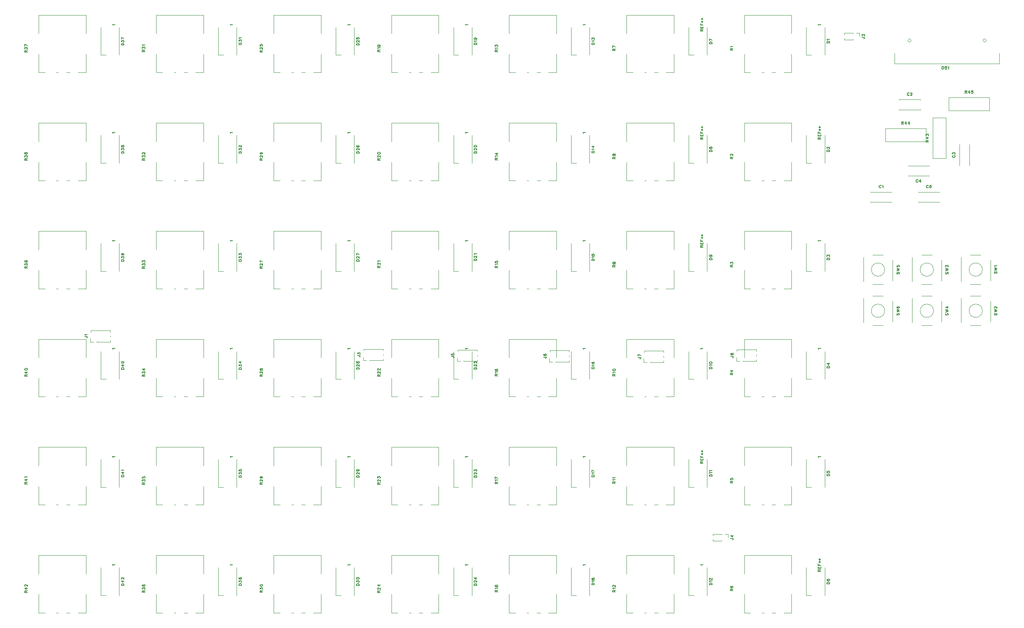
<source format=gto>
G04 Layer: TopSilkscreenLayer*
G04 EasyEDA Pro v2.2.35.2, 2025-01-22 11:24:46*
G04 Gerber Generator version 0.3*
G04 Scale: 100 percent, Rotated: No, Reflected: No*
G04 Dimensions in millimeters*
G04 Leading zeros omitted, absolute positions, 4 integers and 5 decimals*
%FSLAX45Y45*%
%MOMM*%
%ADD10C,0.15*%
%ADD11C,0.12*%
%ADD12C,0.1*%
G75*


G04 Text Start*
G54D10*
G01X10764712Y-5465309D02*
G01X10820338Y-5465309D01*
G01X10764712Y-5465309D02*
G01X10764712Y-5446767D01*
G01X10767252Y-5438893D01*
G01X10772586Y-5433559D01*
G01X10777920Y-5431019D01*
G01X10785794Y-5428225D01*
G01X10799256Y-5428225D01*
G01X10807130Y-5431019D01*
G01X10812464Y-5433559D01*
G01X10817798Y-5438893D01*
G01X10820338Y-5446767D01*
G01X10820338Y-5465309D01*
G01X10777920Y-5397745D02*
G01X10775126Y-5397745D01*
G01X10770046Y-5395205D01*
G01X10767252Y-5392411D01*
G01X10764712Y-5387077D01*
G01X10764712Y-5376663D01*
G01X10767252Y-5371329D01*
G01X10770046Y-5368535D01*
G01X10775126Y-5365995D01*
G01X10780460Y-5365995D01*
G01X10785794Y-5368535D01*
G01X10793922Y-5373869D01*
G01X10820338Y-5400539D01*
G01X10820338Y-5363201D01*
G01X10772586Y-5303511D02*
G01X10767252Y-5306305D01*
G01X10764712Y-5314179D01*
G01X10764712Y-5319513D01*
G01X10767252Y-5327387D01*
G01X10775126Y-5332721D01*
G01X10788588Y-5335515D01*
G01X10801796Y-5335515D01*
G01X10812464Y-5332721D01*
G01X10817798Y-5327387D01*
G01X10820338Y-5319513D01*
G01X10820338Y-5316973D01*
G01X10817798Y-5308845D01*
G01X10812464Y-5303511D01*
G01X10804590Y-5300971D01*
G01X10801796Y-5300971D01*
G01X10793922Y-5303511D01*
G01X10788588Y-5308845D01*
G01X10785794Y-5316973D01*
G01X10785794Y-5319513D01*
G01X10788588Y-5327387D01*
G01X10793922Y-5332721D01*
G01X10801796Y-5335515D01*
G01X10587626Y-5039744D02*
G01X10585086Y-5034664D01*
G01X10577212Y-5026536D01*
G01X10632838Y-5026536D01*
G01X13711712Y-7904768D02*
G01X13767338Y-7904768D01*
G01X13711712Y-7904768D02*
G01X13711712Y-7880892D01*
G01X13714252Y-7873018D01*
G01X13717046Y-7870478D01*
G01X13722126Y-7867684D01*
G01X13727460Y-7867684D01*
G01X13732794Y-7870478D01*
G01X13735588Y-7873018D01*
G01X13738128Y-7880892D01*
G01X13738128Y-7904768D01*
G01X13738128Y-7886226D02*
G01X13767338Y-7867684D01*
G01X13722126Y-7839998D02*
G01X13719586Y-7834664D01*
G01X13711712Y-7826536D01*
G01X13767338Y-7826536D01*
G01X13711712Y-7766846D02*
G01X13711712Y-7793516D01*
G01X13735588Y-7796056D01*
G01X13732794Y-7793516D01*
G01X13730254Y-7785388D01*
G01X13730254Y-7777514D01*
G01X13732794Y-7769640D01*
G01X13738128Y-7764306D01*
G01X13746256Y-7761512D01*
G01X13751590Y-7761512D01*
G01X13759464Y-7764306D01*
G01X13764798Y-7769640D01*
G01X13767338Y-7777514D01*
G01X13767338Y-7785388D01*
G01X13764798Y-7793516D01*
G01X13762004Y-7796056D01*
G01X13756670Y-7798850D01*
G01X18711712Y-10185464D02*
G01X18767338Y-10185464D01*
G01X18711712Y-10185464D02*
G01X18711712Y-10161588D01*
G01X18714252Y-10153714D01*
G01X18717046Y-10151174D01*
G01X18722126Y-10148380D01*
G01X18727460Y-10148380D01*
G01X18732794Y-10151174D01*
G01X18735588Y-10153714D01*
G01X18738128Y-10161588D01*
G01X18738128Y-10185464D01*
G01X18738128Y-10166922D02*
G01X18767338Y-10148380D01*
G01X18711712Y-10094024D02*
G01X18748796Y-10120694D01*
G01X18748796Y-10080816D01*
G01X18711712Y-10094024D02*
G01X18767338Y-10094024D01*
G01X23210632Y-3619912D02*
G01X23210632Y-3675538D01*
G01X23210632Y-3619912D02*
G01X23229174Y-3619912D01*
G01X23237048Y-3622452D01*
G01X23242382Y-3627786D01*
G01X23244922Y-3633120D01*
G01X23247716Y-3640994D01*
G01X23247716Y-3654456D01*
G01X23244922Y-3662330D01*
G01X23242382Y-3667664D01*
G01X23237048Y-3672998D01*
G01X23229174Y-3675538D01*
G01X23210632Y-3675538D01*
G01X23312740Y-3627786D02*
G01X23307406Y-3622452D01*
G01X23299278Y-3619912D01*
G01X23288864Y-3619912D01*
G01X23280736Y-3622452D01*
G01X23275402Y-3627786D01*
G01X23275402Y-3633120D01*
G01X23278196Y-3638454D01*
G01X23280736Y-3640994D01*
G01X23286070Y-3643788D01*
G01X23302072Y-3649122D01*
G01X23307406Y-3651662D01*
G01X23309946Y-3654456D01*
G01X23312740Y-3659790D01*
G01X23312740Y-3667664D01*
G01X23307406Y-3672998D01*
G01X23299278Y-3675538D01*
G01X23288864Y-3675538D01*
G01X23280736Y-3672998D01*
G01X23275402Y-3667664D01*
G01X23340426Y-3630326D02*
G01X23345760Y-3627786D01*
G01X23353888Y-3619912D01*
G01X23353888Y-3675538D01*
G01X15764712Y-3154768D02*
G01X15820338Y-3154768D01*
G01X15764712Y-3154768D02*
G01X15764712Y-3136226D01*
G01X15767252Y-3128352D01*
G01X15772586Y-3123018D01*
G01X15777920Y-3120478D01*
G01X15785794Y-3117684D01*
G01X15799256Y-3117684D01*
G01X15807130Y-3120478D01*
G01X15812464Y-3123018D01*
G01X15817798Y-3128352D01*
G01X15820338Y-3136226D01*
G01X15820338Y-3154768D01*
G01X15775126Y-3089998D02*
G01X15772586Y-3084664D01*
G01X15764712Y-3076536D01*
G01X15820338Y-3076536D01*
G01X15764712Y-3043516D02*
G01X15764712Y-3014306D01*
G01X15785794Y-3030308D01*
G01X15785794Y-3022180D01*
G01X15788588Y-3016846D01*
G01X15791128Y-3014306D01*
G01X15799256Y-3011512D01*
G01X15804590Y-3011512D01*
G01X15812464Y-3014306D01*
G01X15817798Y-3019640D01*
G01X15820338Y-3027514D01*
G01X15820338Y-3035388D01*
G01X15817798Y-3043516D01*
G01X15815004Y-3046056D01*
G01X15809670Y-3048850D01*
G01X15587626Y-2739744D02*
G01X15585086Y-2734664D01*
G01X15577212Y-2726536D01*
G01X15632838Y-2726536D01*
G01X8711712Y-3316706D02*
G01X8767338Y-3316706D01*
G01X8711712Y-3316706D02*
G01X8711712Y-3292830D01*
G01X8714252Y-3284956D01*
G01X8717046Y-3282416D01*
G01X8722126Y-3279622D01*
G01X8727460Y-3279622D01*
G01X8732794Y-3282416D01*
G01X8735588Y-3284956D01*
G01X8738128Y-3292830D01*
G01X8738128Y-3316706D01*
G01X8738128Y-3298164D02*
G01X8767338Y-3279622D01*
G01X8724920Y-3249142D02*
G01X8722126Y-3249142D01*
G01X8717046Y-3246602D01*
G01X8714252Y-3243808D01*
G01X8711712Y-3238474D01*
G01X8711712Y-3228060D01*
G01X8714252Y-3222726D01*
G01X8717046Y-3219932D01*
G01X8722126Y-3217392D01*
G01X8727460Y-3217392D01*
G01X8732794Y-3219932D01*
G01X8740922Y-3225266D01*
G01X8767338Y-3251936D01*
G01X8767338Y-3214598D01*
G01X8711712Y-3154908D02*
G01X8711712Y-3181578D01*
G01X8735588Y-3184118D01*
G01X8732794Y-3181578D01*
G01X8730254Y-3173450D01*
G01X8730254Y-3165576D01*
G01X8732794Y-3157702D01*
G01X8738128Y-3152368D01*
G01X8746256Y-3149574D01*
G01X8751590Y-3149574D01*
G01X8759464Y-3152368D01*
G01X8764798Y-3157702D01*
G01X8767338Y-3165576D01*
G01X8767338Y-3173450D01*
G01X8764798Y-3181578D01*
G01X8762004Y-3184118D01*
G01X8756670Y-3186912D01*
G01X11211712Y-10216706D02*
G01X11267338Y-10216706D01*
G01X11211712Y-10216706D02*
G01X11211712Y-10192830D01*
G01X11214252Y-10184956D01*
G01X11217046Y-10182416D01*
G01X11222126Y-10179622D01*
G01X11227460Y-10179622D01*
G01X11232794Y-10182416D01*
G01X11235588Y-10184956D01*
G01X11238128Y-10192830D01*
G01X11238128Y-10216706D01*
G01X11238128Y-10198164D02*
G01X11267338Y-10179622D01*
G01X11224920Y-10149142D02*
G01X11222126Y-10149142D01*
G01X11217046Y-10146602D01*
G01X11214252Y-10143808D01*
G01X11211712Y-10138474D01*
G01X11211712Y-10128060D01*
G01X11214252Y-10122726D01*
G01X11217046Y-10119932D01*
G01X11222126Y-10117392D01*
G01X11227460Y-10117392D01*
G01X11232794Y-10119932D01*
G01X11240922Y-10125266D01*
G01X11267338Y-10151936D01*
G01X11267338Y-10114598D01*
G01X11224920Y-10084118D02*
G01X11222126Y-10084118D01*
G01X11217046Y-10081578D01*
G01X11214252Y-10078784D01*
G01X11211712Y-10073450D01*
G01X11211712Y-10063036D01*
G01X11214252Y-10057702D01*
G01X11217046Y-10054908D01*
G01X11222126Y-10052368D01*
G01X11227460Y-10052368D01*
G01X11232794Y-10054908D01*
G01X11240922Y-10060242D01*
G01X11267338Y-10086912D01*
G01X11267338Y-10049574D01*
G01X8264712Y-3154768D02*
G01X8320338Y-3154768D01*
G01X8264712Y-3154768D02*
G01X8264712Y-3136226D01*
G01X8267252Y-3128352D01*
G01X8272586Y-3123018D01*
G01X8277920Y-3120478D01*
G01X8285794Y-3117684D01*
G01X8299256Y-3117684D01*
G01X8307130Y-3120478D01*
G01X8312464Y-3123018D01*
G01X8317798Y-3128352D01*
G01X8320338Y-3136226D01*
G01X8320338Y-3154768D01*
G01X8264712Y-3084664D02*
G01X8264712Y-3055454D01*
G01X8285794Y-3071456D01*
G01X8285794Y-3063328D01*
G01X8288588Y-3057994D01*
G01X8291128Y-3055454D01*
G01X8299256Y-3052660D01*
G01X8304590Y-3052660D01*
G01X8312464Y-3055454D01*
G01X8317798Y-3060788D01*
G01X8320338Y-3068662D01*
G01X8320338Y-3076536D01*
G01X8317798Y-3084664D01*
G01X8315004Y-3087204D01*
G01X8309670Y-3089998D01*
G01X8275126Y-3024974D02*
G01X8272586Y-3019640D01*
G01X8264712Y-3011512D01*
G01X8320338Y-3011512D01*
G01X8087626Y-2739744D02*
G01X8085086Y-2734664D01*
G01X8077212Y-2726536D01*
G01X8132838Y-2726536D01*
G01X6211712Y-3304768D02*
G01X6267338Y-3304768D01*
G01X6211712Y-3304768D02*
G01X6211712Y-3280892D01*
G01X6214252Y-3273018D01*
G01X6217046Y-3270478D01*
G01X6222126Y-3267684D01*
G01X6227460Y-3267684D01*
G01X6232794Y-3270478D01*
G01X6235588Y-3273018D01*
G01X6238128Y-3280892D01*
G01X6238128Y-3304768D01*
G01X6238128Y-3286226D02*
G01X6267338Y-3267684D01*
G01X6211712Y-3234664D02*
G01X6211712Y-3205454D01*
G01X6232794Y-3221456D01*
G01X6232794Y-3213328D01*
G01X6235588Y-3207994D01*
G01X6238128Y-3205454D01*
G01X6246256Y-3202660D01*
G01X6251590Y-3202660D01*
G01X6259464Y-3205454D01*
G01X6264798Y-3210788D01*
G01X6267338Y-3218662D01*
G01X6267338Y-3226536D01*
G01X6264798Y-3234664D01*
G01X6262004Y-3237204D01*
G01X6256670Y-3239998D01*
G01X6222126Y-3174974D02*
G01X6219586Y-3169640D01*
G01X6211712Y-3161512D01*
G01X6267338Y-3161512D01*
G01X8264712Y-7766706D02*
G01X8320338Y-7766706D01*
G01X8264712Y-7766706D02*
G01X8264712Y-7748164D01*
G01X8267252Y-7740290D01*
G01X8272586Y-7734956D01*
G01X8277920Y-7732416D01*
G01X8285794Y-7729622D01*
G01X8299256Y-7729622D01*
G01X8307130Y-7732416D01*
G01X8312464Y-7734956D01*
G01X8317798Y-7740290D01*
G01X8320338Y-7748164D01*
G01X8320338Y-7766706D01*
G01X8264712Y-7696602D02*
G01X8264712Y-7667392D01*
G01X8285794Y-7683394D01*
G01X8285794Y-7675266D01*
G01X8288588Y-7669932D01*
G01X8291128Y-7667392D01*
G01X8299256Y-7664598D01*
G01X8304590Y-7664598D01*
G01X8312464Y-7667392D01*
G01X8317798Y-7672726D01*
G01X8320338Y-7680600D01*
G01X8320338Y-7688474D01*
G01X8317798Y-7696602D01*
G01X8315004Y-7699142D01*
G01X8309670Y-7701936D01*
G01X8264712Y-7631578D02*
G01X8264712Y-7602368D01*
G01X8285794Y-7618370D01*
G01X8285794Y-7610242D01*
G01X8288588Y-7604908D01*
G01X8291128Y-7602368D01*
G01X8299256Y-7599574D01*
G01X8304590Y-7599574D01*
G01X8312464Y-7602368D01*
G01X8317798Y-7607702D01*
G01X8320338Y-7615576D01*
G01X8320338Y-7623450D01*
G01X8317798Y-7631578D01*
G01X8315004Y-7634118D01*
G01X8309670Y-7636912D01*
G01X8087626Y-7339744D02*
G01X8085086Y-7334664D01*
G01X8077212Y-7326536D01*
G01X8132838Y-7326536D01*
G01X20764712Y-3122256D02*
G01X20820338Y-3122256D01*
G01X20764712Y-3122256D02*
G01X20764712Y-3103714D01*
G01X20767252Y-3095840D01*
G01X20772586Y-3090506D01*
G01X20777920Y-3087966D01*
G01X20785794Y-3085172D01*
G01X20799256Y-3085172D01*
G01X20807130Y-3087966D01*
G01X20812464Y-3090506D01*
G01X20817798Y-3095840D01*
G01X20820338Y-3103714D01*
G01X20820338Y-3122256D01*
G01X20775126Y-3057486D02*
G01X20772586Y-3052152D01*
G01X20764712Y-3044024D01*
G01X20820338Y-3044024D01*
G01X20587626Y-2739744D02*
G01X20585086Y-2734664D01*
G01X20577212Y-2726536D01*
G01X20632838Y-2726536D01*
G01X3711712Y-3316706D02*
G01X3767338Y-3316706D01*
G01X3711712Y-3316706D02*
G01X3711712Y-3292830D01*
G01X3714252Y-3284956D01*
G01X3717046Y-3282416D01*
G01X3722126Y-3279622D01*
G01X3727460Y-3279622D01*
G01X3732794Y-3282416D01*
G01X3735588Y-3284956D01*
G01X3738128Y-3292830D01*
G01X3738128Y-3316706D01*
G01X3738128Y-3298164D02*
G01X3767338Y-3279622D01*
G01X3711712Y-3246602D02*
G01X3711712Y-3217392D01*
G01X3732794Y-3233394D01*
G01X3732794Y-3225266D01*
G01X3735588Y-3219932D01*
G01X3738128Y-3217392D01*
G01X3746256Y-3214598D01*
G01X3751590Y-3214598D01*
G01X3759464Y-3217392D01*
G01X3764798Y-3222726D01*
G01X3767338Y-3230600D01*
G01X3767338Y-3238474D01*
G01X3764798Y-3246602D01*
G01X3762004Y-3249142D01*
G01X3756670Y-3251936D01*
G01X3711712Y-3149574D02*
G01X3767338Y-3176244D01*
G01X3711712Y-3186912D02*
G01X3711712Y-3149574D01*
G01X8264712Y-14665309D02*
G01X8320338Y-14665309D01*
G01X8264712Y-14665309D02*
G01X8264712Y-14646767D01*
G01X8267252Y-14638893D01*
G01X8272586Y-14633559D01*
G01X8277920Y-14631019D01*
G01X8285794Y-14628225D01*
G01X8299256Y-14628225D01*
G01X8307130Y-14631019D01*
G01X8312464Y-14633559D01*
G01X8317798Y-14638893D01*
G01X8320338Y-14646767D01*
G01X8320338Y-14665309D01*
G01X8264712Y-14595205D02*
G01X8264712Y-14565995D01*
G01X8285794Y-14581997D01*
G01X8285794Y-14573869D01*
G01X8288588Y-14568535D01*
G01X8291128Y-14565995D01*
G01X8299256Y-14563201D01*
G01X8304590Y-14563201D01*
G01X8312464Y-14565995D01*
G01X8317798Y-14571329D01*
G01X8320338Y-14579203D01*
G01X8320338Y-14587077D01*
G01X8317798Y-14595205D01*
G01X8315004Y-14597745D01*
G01X8309670Y-14600539D01*
G01X8272586Y-14503511D02*
G01X8267252Y-14506305D01*
G01X8264712Y-14514179D01*
G01X8264712Y-14519513D01*
G01X8267252Y-14527387D01*
G01X8275126Y-14532721D01*
G01X8288588Y-14535515D01*
G01X8301796Y-14535515D01*
G01X8312464Y-14532721D01*
G01X8317798Y-14527387D01*
G01X8320338Y-14519513D01*
G01X8320338Y-14516973D01*
G01X8317798Y-14508845D01*
G01X8312464Y-14503511D01*
G01X8304590Y-14500971D01*
G01X8301796Y-14500971D01*
G01X8293922Y-14503511D01*
G01X8288588Y-14508845D01*
G01X8285794Y-14516973D01*
G01X8285794Y-14519513D01*
G01X8288588Y-14527387D01*
G01X8293922Y-14532721D01*
G01X8301796Y-14535515D01*
G01X8087626Y-14239744D02*
G01X8085086Y-14234664D01*
G01X8077212Y-14226536D01*
G01X8132838Y-14226536D01*
G01X10785712Y-9777677D02*
G01X10828130Y-9777677D01*
G01X10836004Y-9780217D01*
G01X10838798Y-9783011D01*
G01X10841338Y-9788345D01*
G01X10841338Y-9793679D01*
G01X10838798Y-9799013D01*
G01X10836004Y-9801553D01*
G01X10828130Y-9804093D01*
G01X10822796Y-9804093D01*
G01X10785712Y-9744657D02*
G01X10785712Y-9715447D01*
G01X10806794Y-9731449D01*
G01X10806794Y-9723321D01*
G01X10809588Y-9717987D01*
G01X10812128Y-9715447D01*
G01X10820256Y-9712653D01*
G01X10825590Y-9712653D01*
G01X10833464Y-9715447D01*
G01X10838798Y-9720781D01*
G01X10841338Y-9728655D01*
G01X10841338Y-9736529D01*
G01X10838798Y-9744657D01*
G01X10836004Y-9747197D01*
G01X10830670Y-9749991D01*
G01X18264712Y-7732797D02*
G01X18320338Y-7732797D01*
G01X18264712Y-7732797D02*
G01X18264712Y-7714255D01*
G01X18267252Y-7706381D01*
G01X18272586Y-7701047D01*
G01X18277920Y-7698507D01*
G01X18285794Y-7695713D01*
G01X18299256Y-7695713D01*
G01X18307130Y-7698507D01*
G01X18312464Y-7701047D01*
G01X18317798Y-7706381D01*
G01X18320338Y-7714255D01*
G01X18320338Y-7732797D01*
G01X18283254Y-7633483D02*
G01X18291128Y-7636023D01*
G01X18296462Y-7641357D01*
G01X18299256Y-7649485D01*
G01X18299256Y-7652025D01*
G01X18296462Y-7659899D01*
G01X18291128Y-7665233D01*
G01X18283254Y-7668027D01*
G01X18280460Y-7668027D01*
G01X18272586Y-7665233D01*
G01X18267252Y-7659899D01*
G01X18264712Y-7652025D01*
G01X18264712Y-7649485D01*
G01X18267252Y-7641357D01*
G01X18272586Y-7636023D01*
G01X18283254Y-7633483D01*
G01X18296462Y-7633483D01*
G01X18309670Y-7636023D01*
G01X18317798Y-7641357D01*
G01X18320338Y-7649485D01*
G01X18320338Y-7654565D01*
G01X18317798Y-7662693D01*
G01X18312464Y-7665233D01*
G01X18077212Y-7468268D02*
G01X18132838Y-7468268D01*
G01X18077212Y-7468268D02*
G01X18077212Y-7444392D01*
G01X18079752Y-7436518D01*
G01X18082546Y-7433978D01*
G01X18087626Y-7431184D01*
G01X18092960Y-7431184D01*
G01X18098294Y-7433978D01*
G01X18101088Y-7436518D01*
G01X18103628Y-7444392D01*
G01X18103628Y-7468268D01*
G01X18103628Y-7449726D02*
G01X18132838Y-7431184D01*
G01X18077212Y-7403498D02*
G01X18132838Y-7403498D01*
G01X18077212Y-7403498D02*
G01X18077212Y-7368954D01*
G01X18103628Y-7403498D02*
G01X18103628Y-7382162D01*
G01X18132838Y-7403498D02*
G01X18132838Y-7368954D01*
G01X18077212Y-7341268D02*
G01X18132838Y-7341268D01*
G01X18077212Y-7341268D02*
G01X18077212Y-7306724D01*
G01X18103628Y-7341268D02*
G01X18103628Y-7319932D01*
G01X18092960Y-7265576D02*
G01X18124964Y-7265576D01*
G01X18101088Y-7279038D02*
G01X18117090Y-7252368D01*
G01X18101088Y-7252368D02*
G01X18117090Y-7279038D01*
G01X18092960Y-7211220D02*
G01X18124964Y-7211220D01*
G01X18101088Y-7224682D02*
G01X18117090Y-7198012D01*
G01X18101088Y-7198012D02*
G01X18117090Y-7224682D01*
G01X5764712Y-12356038D02*
G01X5820338Y-12356038D01*
G01X5764712Y-12356038D02*
G01X5764712Y-12337496D01*
G01X5767252Y-12329622D01*
G01X5772586Y-12324288D01*
G01X5777920Y-12321748D01*
G01X5785794Y-12318954D01*
G01X5799256Y-12318954D01*
G01X5807130Y-12321748D01*
G01X5812464Y-12324288D01*
G01X5817798Y-12329622D01*
G01X5820338Y-12337496D01*
G01X5820338Y-12356038D01*
G01X5764712Y-12264598D02*
G01X5801796Y-12291268D01*
G01X5801796Y-12251390D01*
G01X5764712Y-12264598D02*
G01X5820338Y-12264598D01*
G01X5775126Y-12223704D02*
G01X5772586Y-12218370D01*
G01X5764712Y-12210242D01*
G01X5820338Y-12210242D01*
G01X5587626Y-11939744D02*
G01X5585086Y-11934664D01*
G01X5577212Y-11926536D01*
G01X5632838Y-11926536D01*
G01X15764712Y-10053371D02*
G01X15820338Y-10053371D01*
G01X15764712Y-10053371D02*
G01X15764712Y-10034829D01*
G01X15767252Y-10026955D01*
G01X15772586Y-10021621D01*
G01X15777920Y-10019081D01*
G01X15785794Y-10016287D01*
G01X15799256Y-10016287D01*
G01X15807130Y-10019081D01*
G01X15812464Y-10021621D01*
G01X15817798Y-10026955D01*
G01X15820338Y-10034829D01*
G01X15820338Y-10053371D01*
G01X15775126Y-9988601D02*
G01X15772586Y-9983267D01*
G01X15764712Y-9975139D01*
G01X15820338Y-9975139D01*
G01X15772586Y-9915449D02*
G01X15767252Y-9918243D01*
G01X15764712Y-9926117D01*
G01X15764712Y-9931451D01*
G01X15767252Y-9939325D01*
G01X15775126Y-9944659D01*
G01X15788588Y-9947453D01*
G01X15801796Y-9947453D01*
G01X15812464Y-9944659D01*
G01X15817798Y-9939325D01*
G01X15820338Y-9931451D01*
G01X15820338Y-9928911D01*
G01X15817798Y-9920783D01*
G01X15812464Y-9915449D01*
G01X15804590Y-9912909D01*
G01X15801796Y-9912909D01*
G01X15793922Y-9915449D01*
G01X15788588Y-9920783D01*
G01X15785794Y-9928911D01*
G01X15785794Y-9931451D01*
G01X15788588Y-9939325D01*
G01X15793922Y-9944659D01*
G01X15801796Y-9947453D01*
G01X15587626Y-9639744D02*
G01X15585086Y-9634664D01*
G01X15577212Y-9626536D01*
G01X15632838Y-9626536D01*
G01X11211712Y-7904768D02*
G01X11267338Y-7904768D01*
G01X11211712Y-7904768D02*
G01X11211712Y-7880892D01*
G01X11214252Y-7873018D01*
G01X11217046Y-7870478D01*
G01X11222126Y-7867684D01*
G01X11227460Y-7867684D01*
G01X11232794Y-7870478D01*
G01X11235588Y-7873018D01*
G01X11238128Y-7880892D01*
G01X11238128Y-7904768D01*
G01X11238128Y-7886226D02*
G01X11267338Y-7867684D01*
G01X11224920Y-7837204D02*
G01X11222126Y-7837204D01*
G01X11217046Y-7834664D01*
G01X11214252Y-7831870D01*
G01X11211712Y-7826536D01*
G01X11211712Y-7816122D01*
G01X11214252Y-7810788D01*
G01X11217046Y-7807994D01*
G01X11222126Y-7805454D01*
G01X11227460Y-7805454D01*
G01X11232794Y-7807994D01*
G01X11240922Y-7813328D01*
G01X11267338Y-7839998D01*
G01X11267338Y-7802660D01*
G01X11222126Y-7774974D02*
G01X11219586Y-7769640D01*
G01X11211712Y-7761512D01*
G01X11267338Y-7761512D01*
G01X16211712Y-14804768D02*
G01X16267338Y-14804768D01*
G01X16211712Y-14804768D02*
G01X16211712Y-14780892D01*
G01X16214252Y-14773018D01*
G01X16217046Y-14770478D01*
G01X16222126Y-14767684D01*
G01X16227460Y-14767684D01*
G01X16232794Y-14770478D01*
G01X16235588Y-14773018D01*
G01X16238128Y-14780892D01*
G01X16238128Y-14804768D01*
G01X16238128Y-14786226D02*
G01X16267338Y-14767684D01*
G01X16222126Y-14739998D02*
G01X16219586Y-14734664D01*
G01X16211712Y-14726536D01*
G01X16267338Y-14726536D01*
G01X16224920Y-14696056D02*
G01X16222126Y-14696056D01*
G01X16217046Y-14693516D01*
G01X16214252Y-14690722D01*
G01X16211712Y-14685388D01*
G01X16211712Y-14674974D01*
G01X16214252Y-14669640D01*
G01X16217046Y-14666846D01*
G01X16222126Y-14664306D01*
G01X16227460Y-14664306D01*
G01X16232794Y-14666846D01*
G01X16240922Y-14672180D01*
G01X16267338Y-14698850D01*
G01X16267338Y-14661512D01*
G01X18264712Y-14654768D02*
G01X18320338Y-14654768D01*
G01X18264712Y-14654768D02*
G01X18264712Y-14636226D01*
G01X18267252Y-14628352D01*
G01X18272586Y-14623018D01*
G01X18277920Y-14620478D01*
G01X18285794Y-14617684D01*
G01X18299256Y-14617684D01*
G01X18307130Y-14620478D01*
G01X18312464Y-14623018D01*
G01X18317798Y-14628352D01*
G01X18320338Y-14636226D01*
G01X18320338Y-14654768D01*
G01X18275126Y-14589998D02*
G01X18272586Y-14584664D01*
G01X18264712Y-14576536D01*
G01X18320338Y-14576536D01*
G01X18277920Y-14546056D02*
G01X18275126Y-14546056D01*
G01X18270046Y-14543516D01*
G01X18267252Y-14540722D01*
G01X18264712Y-14535388D01*
G01X18264712Y-14524974D01*
G01X18267252Y-14519640D01*
G01X18270046Y-14516846D01*
G01X18275126Y-14514306D01*
G01X18280460Y-14514306D01*
G01X18285794Y-14516846D01*
G01X18293922Y-14522180D01*
G01X18320338Y-14548850D01*
G01X18320338Y-14511512D01*
G01X18087626Y-14239744D02*
G01X18085086Y-14234664D01*
G01X18077212Y-14226536D01*
G01X18132838Y-14226536D01*
G01X16211712Y-12492830D02*
G01X16267338Y-12492830D01*
G01X16211712Y-12492830D02*
G01X16211712Y-12468954D01*
G01X16214252Y-12461080D01*
G01X16217046Y-12458540D01*
G01X16222126Y-12455746D01*
G01X16227460Y-12455746D01*
G01X16232794Y-12458540D01*
G01X16235588Y-12461080D01*
G01X16238128Y-12468954D01*
G01X16238128Y-12492830D01*
G01X16238128Y-12474288D02*
G01X16267338Y-12455746D01*
G01X16222126Y-12428060D02*
G01X16219586Y-12422726D01*
G01X16211712Y-12414598D01*
G01X16267338Y-12414598D01*
G01X16222126Y-12386912D02*
G01X16219586Y-12381578D01*
G01X16211712Y-12373450D01*
G01X16267338Y-12373450D01*
G01X18264712Y-10054768D02*
G01X18320338Y-10054768D01*
G01X18264712Y-10054768D02*
G01X18264712Y-10036226D01*
G01X18267252Y-10028352D01*
G01X18272586Y-10023018D01*
G01X18277920Y-10020478D01*
G01X18285794Y-10017684D01*
G01X18299256Y-10017684D01*
G01X18307130Y-10020478D01*
G01X18312464Y-10023018D01*
G01X18317798Y-10028352D01*
G01X18320338Y-10036226D01*
G01X18320338Y-10054768D01*
G01X18275126Y-9989998D02*
G01X18272586Y-9984664D01*
G01X18264712Y-9976536D01*
G01X18320338Y-9976536D01*
G01X18264712Y-9932848D02*
G01X18267252Y-9940722D01*
G01X18275126Y-9946056D01*
G01X18288588Y-9948850D01*
G01X18296462Y-9948850D01*
G01X18309670Y-9946056D01*
G01X18317798Y-9940722D01*
G01X18320338Y-9932848D01*
G01X18320338Y-9927514D01*
G01X18317798Y-9919640D01*
G01X18309670Y-9914306D01*
G01X18296462Y-9911512D01*
G01X18288588Y-9911512D01*
G01X18275126Y-9914306D01*
G01X18267252Y-9919640D01*
G01X18264712Y-9927514D01*
G01X18264712Y-9932848D01*
G01X18087626Y-9639744D02*
G01X18085086Y-9634664D01*
G01X18077212Y-9626536D01*
G01X18132838Y-9626536D01*
G01X3711712Y-14817976D02*
G01X3767338Y-14817976D01*
G01X3711712Y-14817976D02*
G01X3711712Y-14794100D01*
G01X3714252Y-14786226D01*
G01X3717046Y-14783686D01*
G01X3722126Y-14780892D01*
G01X3727460Y-14780892D01*
G01X3732794Y-14783686D01*
G01X3735588Y-14786226D01*
G01X3738128Y-14794100D01*
G01X3738128Y-14817976D01*
G01X3738128Y-14799434D02*
G01X3767338Y-14780892D01*
G01X3711712Y-14726536D02*
G01X3748796Y-14753206D01*
G01X3748796Y-14713328D01*
G01X3711712Y-14726536D02*
G01X3767338Y-14726536D01*
G01X3724920Y-14682848D02*
G01X3722126Y-14682848D01*
G01X3717046Y-14680308D01*
G01X3714252Y-14677514D01*
G01X3711712Y-14672180D01*
G01X3711712Y-14661766D01*
G01X3714252Y-14656432D01*
G01X3717046Y-14653638D01*
G01X3722126Y-14651098D01*
G01X3727460Y-14651098D01*
G01X3732794Y-14653638D01*
G01X3740922Y-14658972D01*
G01X3767338Y-14685642D01*
G01X3767338Y-14648304D01*
G01X22919560Y-6162220D02*
G01X22917020Y-6156886D01*
G01X22911686Y-6151552D01*
G01X22906352Y-6149012D01*
G01X22895684Y-6149012D01*
G01X22890350Y-6151552D01*
G01X22885016Y-6156886D01*
G01X22882476Y-6162220D01*
G01X22879936Y-6170094D01*
G01X22879936Y-6183556D01*
G01X22882476Y-6191430D01*
G01X22885016Y-6196764D01*
G01X22890350Y-6202098D01*
G01X22895684Y-6204638D01*
G01X22906352Y-6204638D01*
G01X22911686Y-6202098D01*
G01X22917020Y-6196764D01*
G01X22919560Y-6191430D01*
G01X22979250Y-6149012D02*
G01X22952580Y-6149012D01*
G01X22950040Y-6172888D01*
G01X22952580Y-6170094D01*
G01X22960708Y-6167554D01*
G01X22968582Y-6167554D01*
G01X22976456Y-6170094D01*
G01X22981790Y-6175428D01*
G01X22984584Y-6183556D01*
G01X22984584Y-6188890D01*
G01X22981790Y-6196764D01*
G01X22976456Y-6202098D01*
G01X22968582Y-6204638D01*
G01X22960708Y-6204638D01*
G01X22952580Y-6202098D01*
G01X22950040Y-6199304D01*
G01X22947246Y-6193970D01*
G01X3711712Y-7915309D02*
G01X3767338Y-7915309D01*
G01X3711712Y-7915309D02*
G01X3711712Y-7891433D01*
G01X3714252Y-7883559D01*
G01X3717046Y-7881019D01*
G01X3722126Y-7878225D01*
G01X3727460Y-7878225D01*
G01X3732794Y-7881019D01*
G01X3735588Y-7883559D01*
G01X3738128Y-7891433D01*
G01X3738128Y-7915309D01*
G01X3738128Y-7896767D02*
G01X3767338Y-7878225D01*
G01X3711712Y-7845205D02*
G01X3711712Y-7815995D01*
G01X3732794Y-7831997D01*
G01X3732794Y-7823869D01*
G01X3735588Y-7818535D01*
G01X3738128Y-7815995D01*
G01X3746256Y-7813201D01*
G01X3751590Y-7813201D01*
G01X3759464Y-7815995D01*
G01X3764798Y-7821329D01*
G01X3767338Y-7829203D01*
G01X3767338Y-7837077D01*
G01X3764798Y-7845205D01*
G01X3762004Y-7847745D01*
G01X3756670Y-7850539D01*
G01X3730254Y-7750971D02*
G01X3738128Y-7753511D01*
G01X3743462Y-7758845D01*
G01X3746256Y-7766973D01*
G01X3746256Y-7769513D01*
G01X3743462Y-7777387D01*
G01X3738128Y-7782721D01*
G01X3730254Y-7785515D01*
G01X3727460Y-7785515D01*
G01X3719586Y-7782721D01*
G01X3714252Y-7777387D01*
G01X3711712Y-7769513D01*
G01X3711712Y-7766973D01*
G01X3714252Y-7758845D01*
G01X3719586Y-7753511D01*
G01X3730254Y-7750971D01*
G01X3743462Y-7750971D01*
G01X3756670Y-7753511D01*
G01X3764798Y-7758845D01*
G01X3767338Y-7766973D01*
G01X3767338Y-7772053D01*
G01X3764798Y-7780181D01*
G01X3759464Y-7782721D01*
G01X5764712Y-7765309D02*
G01X5820338Y-7765309D01*
G01X5764712Y-7765309D02*
G01X5764712Y-7746767D01*
G01X5767252Y-7738893D01*
G01X5772586Y-7733559D01*
G01X5777920Y-7731019D01*
G01X5785794Y-7728225D01*
G01X5799256Y-7728225D01*
G01X5807130Y-7731019D01*
G01X5812464Y-7733559D01*
G01X5817798Y-7738893D01*
G01X5820338Y-7746767D01*
G01X5820338Y-7765309D01*
G01X5764712Y-7695205D02*
G01X5764712Y-7665995D01*
G01X5785794Y-7681997D01*
G01X5785794Y-7673869D01*
G01X5788588Y-7668535D01*
G01X5791128Y-7665995D01*
G01X5799256Y-7663201D01*
G01X5804590Y-7663201D01*
G01X5812464Y-7665995D01*
G01X5817798Y-7671329D01*
G01X5820338Y-7679203D01*
G01X5820338Y-7687077D01*
G01X5817798Y-7695205D01*
G01X5815004Y-7697745D01*
G01X5809670Y-7700539D01*
G01X5783254Y-7600971D02*
G01X5791128Y-7603511D01*
G01X5796462Y-7608845D01*
G01X5799256Y-7616973D01*
G01X5799256Y-7619513D01*
G01X5796462Y-7627387D01*
G01X5791128Y-7632721D01*
G01X5783254Y-7635515D01*
G01X5780460Y-7635515D01*
G01X5772586Y-7632721D01*
G01X5767252Y-7627387D01*
G01X5764712Y-7619513D01*
G01X5764712Y-7616973D01*
G01X5767252Y-7608845D01*
G01X5772586Y-7603511D01*
G01X5783254Y-7600971D01*
G01X5796462Y-7600971D01*
G01X5809670Y-7603511D01*
G01X5817798Y-7608845D01*
G01X5820338Y-7616973D01*
G01X5820338Y-7622053D01*
G01X5817798Y-7630181D01*
G01X5812464Y-7632721D01*
G01X5587626Y-7339744D02*
G01X5585086Y-7334664D01*
G01X5577212Y-7326536D01*
G01X5632838Y-7326536D01*
G01X15764712Y-12354768D02*
G01X15820338Y-12354768D01*
G01X15764712Y-12354768D02*
G01X15764712Y-12336226D01*
G01X15767252Y-12328352D01*
G01X15772586Y-12323018D01*
G01X15777920Y-12320478D01*
G01X15785794Y-12317684D01*
G01X15799256Y-12317684D01*
G01X15807130Y-12320478D01*
G01X15812464Y-12323018D01*
G01X15817798Y-12328352D01*
G01X15820338Y-12336226D01*
G01X15820338Y-12354768D01*
G01X15775126Y-12289998D02*
G01X15772586Y-12284664D01*
G01X15764712Y-12276536D01*
G01X15820338Y-12276536D01*
G01X15764712Y-12211512D02*
G01X15820338Y-12238182D01*
G01X15764712Y-12248850D02*
G01X15764712Y-12211512D01*
G01X15587626Y-11939744D02*
G01X15585086Y-11934664D01*
G01X15577212Y-11926536D01*
G01X15632838Y-11926536D01*
G01X13264712Y-3153371D02*
G01X13320338Y-3153371D01*
G01X13264712Y-3153371D02*
G01X13264712Y-3134829D01*
G01X13267252Y-3126955D01*
G01X13272586Y-3121621D01*
G01X13277920Y-3119081D01*
G01X13285794Y-3116287D01*
G01X13299256Y-3116287D01*
G01X13307130Y-3119081D01*
G01X13312464Y-3121621D01*
G01X13317798Y-3126955D01*
G01X13320338Y-3134829D01*
G01X13320338Y-3153371D01*
G01X13275126Y-3088601D02*
G01X13272586Y-3083267D01*
G01X13264712Y-3075139D01*
G01X13320338Y-3075139D01*
G01X13283254Y-3012909D02*
G01X13291128Y-3015449D01*
G01X13296462Y-3020783D01*
G01X13299256Y-3028911D01*
G01X13299256Y-3031451D01*
G01X13296462Y-3039325D01*
G01X13291128Y-3044659D01*
G01X13283254Y-3047453D01*
G01X13280460Y-3047453D01*
G01X13272586Y-3044659D01*
G01X13267252Y-3039325D01*
G01X13264712Y-3031451D01*
G01X13264712Y-3028911D01*
G01X13267252Y-3020783D01*
G01X13272586Y-3015449D01*
G01X13283254Y-3012909D01*
G01X13296462Y-3012909D01*
G01X13309670Y-3015449D01*
G01X13317798Y-3020783D01*
G01X13320338Y-3028911D01*
G01X13320338Y-3033991D01*
G01X13317798Y-3042119D01*
G01X13312464Y-3044659D01*
G01X13087626Y-2739744D02*
G01X13085086Y-2734664D01*
G01X13077212Y-2726536D01*
G01X13132838Y-2726536D01*
G01X22868312Y-5228276D02*
G01X22923938Y-5228276D01*
G01X22868312Y-5228276D02*
G01X22868312Y-5204400D01*
G01X22870852Y-5196526D01*
G01X22873646Y-5193986D01*
G01X22878726Y-5191192D01*
G01X22884060Y-5191192D01*
G01X22889394Y-5193986D01*
G01X22892188Y-5196526D01*
G01X22894728Y-5204400D01*
G01X22894728Y-5228276D01*
G01X22894728Y-5209734D02*
G01X22923938Y-5191192D01*
G01X22868312Y-5136836D02*
G01X22905396Y-5163506D01*
G01X22905396Y-5123628D01*
G01X22868312Y-5136836D02*
G01X22923938Y-5136836D01*
G01X22868312Y-5090608D02*
G01X22868312Y-5061398D01*
G01X22889394Y-5077400D01*
G01X22889394Y-5069272D01*
G01X22892188Y-5063938D01*
G01X22894728Y-5061398D01*
G01X22902856Y-5058604D01*
G01X22908190Y-5058604D01*
G01X22916064Y-5061398D01*
G01X22921398Y-5066732D01*
G01X22923938Y-5074606D01*
G01X22923938Y-5082480D01*
G01X22921398Y-5090608D01*
G01X22918604Y-5093148D01*
G01X22913270Y-5095942D01*
G01X6211712Y-12516706D02*
G01X6267338Y-12516706D01*
G01X6211712Y-12516706D02*
G01X6211712Y-12492830D01*
G01X6214252Y-12484956D01*
G01X6217046Y-12482416D01*
G01X6222126Y-12479622D01*
G01X6227460Y-12479622D01*
G01X6232794Y-12482416D01*
G01X6235588Y-12484956D01*
G01X6238128Y-12492830D01*
G01X6238128Y-12516706D01*
G01X6238128Y-12498164D02*
G01X6267338Y-12479622D01*
G01X6211712Y-12446602D02*
G01X6211712Y-12417392D01*
G01X6232794Y-12433394D01*
G01X6232794Y-12425266D01*
G01X6235588Y-12419932D01*
G01X6238128Y-12417392D01*
G01X6246256Y-12414598D01*
G01X6251590Y-12414598D01*
G01X6259464Y-12417392D01*
G01X6264798Y-12422726D01*
G01X6267338Y-12430600D01*
G01X6267338Y-12438474D01*
G01X6264798Y-12446602D01*
G01X6262004Y-12449142D01*
G01X6256670Y-12451936D01*
G01X6211712Y-12354908D02*
G01X6211712Y-12381578D01*
G01X6235588Y-12384118D01*
G01X6232794Y-12381578D01*
G01X6230254Y-12373450D01*
G01X6230254Y-12365576D01*
G01X6232794Y-12357702D01*
G01X6238128Y-12352368D01*
G01X6246256Y-12349574D01*
G01X6251590Y-12349574D01*
G01X6259464Y-12352368D01*
G01X6264798Y-12357702D01*
G01X6267338Y-12365576D01*
G01X6267338Y-12373450D01*
G01X6264798Y-12381578D01*
G01X6262004Y-12384118D01*
G01X6256670Y-12386912D01*
G01X10764712Y-7766706D02*
G01X10820338Y-7766706D01*
G01X10764712Y-7766706D02*
G01X10764712Y-7748164D01*
G01X10767252Y-7740290D01*
G01X10772586Y-7734956D01*
G01X10777920Y-7732416D01*
G01X10785794Y-7729622D01*
G01X10799256Y-7729622D01*
G01X10807130Y-7732416D01*
G01X10812464Y-7734956D01*
G01X10817798Y-7740290D01*
G01X10820338Y-7748164D01*
G01X10820338Y-7766706D01*
G01X10777920Y-7699142D02*
G01X10775126Y-7699142D01*
G01X10770046Y-7696602D01*
G01X10767252Y-7693808D01*
G01X10764712Y-7688474D01*
G01X10764712Y-7678060D01*
G01X10767252Y-7672726D01*
G01X10770046Y-7669932D01*
G01X10775126Y-7667392D01*
G01X10780460Y-7667392D01*
G01X10785794Y-7669932D01*
G01X10793922Y-7675266D01*
G01X10820338Y-7701936D01*
G01X10820338Y-7664598D01*
G01X10764712Y-7599574D02*
G01X10820338Y-7626244D01*
G01X10764712Y-7636912D02*
G01X10764712Y-7599574D01*
G01X10587626Y-7339744D02*
G01X10585086Y-7334664D01*
G01X10577212Y-7326536D01*
G01X10632838Y-7326536D01*
G01X16211712Y-3284194D02*
G01X16267338Y-3284194D01*
G01X16211712Y-3284194D02*
G01X16211712Y-3260318D01*
G01X16214252Y-3252444D01*
G01X16217046Y-3249904D01*
G01X16222126Y-3247110D01*
G01X16227460Y-3247110D01*
G01X16232794Y-3249904D01*
G01X16235588Y-3252444D01*
G01X16238128Y-3260318D01*
G01X16238128Y-3284194D01*
G01X16238128Y-3265652D02*
G01X16267338Y-3247110D01*
G01X16211712Y-3182086D02*
G01X16267338Y-3208756D01*
G01X16211712Y-3219424D02*
G01X16211712Y-3182086D01*
G01X20764712Y-14632797D02*
G01X20820338Y-14632797D01*
G01X20764712Y-14632797D02*
G01X20764712Y-14614255D01*
G01X20767252Y-14606381D01*
G01X20772586Y-14601047D01*
G01X20777920Y-14598507D01*
G01X20785794Y-14595713D01*
G01X20799256Y-14595713D01*
G01X20807130Y-14598507D01*
G01X20812464Y-14601047D01*
G01X20817798Y-14606381D01*
G01X20820338Y-14614255D01*
G01X20820338Y-14632797D01*
G01X20772586Y-14536023D02*
G01X20767252Y-14538817D01*
G01X20764712Y-14546691D01*
G01X20764712Y-14552025D01*
G01X20767252Y-14559899D01*
G01X20775126Y-14565233D01*
G01X20788588Y-14568027D01*
G01X20801796Y-14568027D01*
G01X20812464Y-14565233D01*
G01X20817798Y-14559899D01*
G01X20820338Y-14552025D01*
G01X20820338Y-14549485D01*
G01X20817798Y-14541357D01*
G01X20812464Y-14536023D01*
G01X20804590Y-14533483D01*
G01X20801796Y-14533483D01*
G01X20793922Y-14536023D01*
G01X20788588Y-14541357D01*
G01X20785794Y-14549485D01*
G01X20785794Y-14552025D01*
G01X20788588Y-14559899D01*
G01X20793922Y-14565233D01*
G01X20801796Y-14568027D01*
G01X20577212Y-14368268D02*
G01X20632838Y-14368268D01*
G01X20577212Y-14368268D02*
G01X20577212Y-14344392D01*
G01X20579752Y-14336518D01*
G01X20582546Y-14333978D01*
G01X20587626Y-14331184D01*
G01X20592960Y-14331184D01*
G01X20598294Y-14333978D01*
G01X20601088Y-14336518D01*
G01X20603628Y-14344392D01*
G01X20603628Y-14368268D01*
G01X20603628Y-14349726D02*
G01X20632838Y-14331184D01*
G01X20577212Y-14303498D02*
G01X20632838Y-14303498D01*
G01X20577212Y-14303498D02*
G01X20577212Y-14268954D01*
G01X20603628Y-14303498D02*
G01X20603628Y-14282162D01*
G01X20632838Y-14303498D02*
G01X20632838Y-14268954D01*
G01X20577212Y-14241268D02*
G01X20632838Y-14241268D01*
G01X20577212Y-14241268D02*
G01X20577212Y-14206724D01*
G01X20603628Y-14241268D02*
G01X20603628Y-14219932D01*
G01X20592960Y-14165576D02*
G01X20624964Y-14165576D01*
G01X20601088Y-14179038D02*
G01X20617090Y-14152368D01*
G01X20601088Y-14152368D02*
G01X20617090Y-14179038D01*
G01X20592960Y-14111220D02*
G01X20624964Y-14111220D01*
G01X20601088Y-14124682D02*
G01X20617090Y-14098012D01*
G01X20601088Y-14098012D02*
G01X20617090Y-14124682D01*
G01X24333586Y-8875496D02*
G01X24328252Y-8880830D01*
G01X24325712Y-8888704D01*
G01X24325712Y-8899372D01*
G01X24328252Y-8907500D01*
G01X24333586Y-8912580D01*
G01X24338920Y-8912580D01*
G01X24344254Y-8910040D01*
G01X24346794Y-8907500D01*
G01X24349588Y-8902166D01*
G01X24354922Y-8886164D01*
G01X24357462Y-8880830D01*
G01X24360256Y-8878290D01*
G01X24365590Y-8875496D01*
G01X24373464Y-8875496D01*
G01X24378798Y-8880830D01*
G01X24381338Y-8888704D01*
G01X24381338Y-8899372D01*
G01X24378798Y-8907500D01*
G01X24373464Y-8912580D01*
G01X24325712Y-8847810D02*
G01X24381338Y-8834348D01*
G01X24325712Y-8821140D02*
G01X24381338Y-8834348D01*
G01X24325712Y-8821140D02*
G01X24381338Y-8807932D01*
G01X24325712Y-8794724D02*
G01X24381338Y-8807932D01*
G01X24338920Y-8764244D02*
G01X24336126Y-8764244D01*
G01X24331046Y-8761704D01*
G01X24328252Y-8758910D01*
G01X24325712Y-8753576D01*
G01X24325712Y-8743162D01*
G01X24328252Y-8737828D01*
G01X24331046Y-8735034D01*
G01X24336126Y-8732494D01*
G01X24341460Y-8732494D01*
G01X24346794Y-8735034D01*
G01X24354922Y-8740368D01*
G01X24381338Y-8767038D01*
G01X24381338Y-8729700D01*
G01X20764712Y-7734194D02*
G01X20820338Y-7734194D01*
G01X20764712Y-7734194D02*
G01X20764712Y-7715652D01*
G01X20767252Y-7707778D01*
G01X20772586Y-7702444D01*
G01X20777920Y-7699904D01*
G01X20785794Y-7697110D01*
G01X20799256Y-7697110D01*
G01X20807130Y-7699904D01*
G01X20812464Y-7702444D01*
G01X20817798Y-7707778D01*
G01X20820338Y-7715652D01*
G01X20820338Y-7734194D01*
G01X20764712Y-7664090D02*
G01X20764712Y-7634880D01*
G01X20785794Y-7650882D01*
G01X20785794Y-7642754D01*
G01X20788588Y-7637420D01*
G01X20791128Y-7634880D01*
G01X20799256Y-7632086D01*
G01X20804590Y-7632086D01*
G01X20812464Y-7634880D01*
G01X20817798Y-7640214D01*
G01X20820338Y-7648088D01*
G01X20820338Y-7655962D01*
G01X20817798Y-7664090D01*
G01X20815004Y-7666630D01*
G01X20809670Y-7669424D01*
G01X20587626Y-7339744D02*
G01X20585086Y-7334664D01*
G01X20577212Y-7326536D01*
G01X20632838Y-7326536D01*
G01X14742712Y-9805047D02*
G01X14785130Y-9805047D01*
G01X14793004Y-9807587D01*
G01X14795798Y-9810381D01*
G01X14798338Y-9815715D01*
G01X14798338Y-9821049D01*
G01X14795798Y-9826383D01*
G01X14793004Y-9828923D01*
G01X14785130Y-9831463D01*
G01X14779796Y-9831463D01*
G01X14750586Y-9745357D02*
G01X14745252Y-9748151D01*
G01X14742712Y-9756025D01*
G01X14742712Y-9761359D01*
G01X14745252Y-9769233D01*
G01X14753126Y-9774567D01*
G01X14766588Y-9777361D01*
G01X14779796Y-9777361D01*
G01X14790464Y-9774567D01*
G01X14795798Y-9769233D01*
G01X14798338Y-9761359D01*
G01X14798338Y-9758819D01*
G01X14795798Y-9750691D01*
G01X14790464Y-9745357D01*
G01X14782590Y-9742817D01*
G01X14779796Y-9742817D01*
G01X14771922Y-9745357D01*
G01X14766588Y-9750691D01*
G01X14763794Y-9758819D01*
G01X14763794Y-9761359D01*
G01X14766588Y-9769233D01*
G01X14771922Y-9774567D01*
G01X14779796Y-9777361D01*
G01X8711712Y-10216706D02*
G01X8767338Y-10216706D01*
G01X8711712Y-10216706D02*
G01X8711712Y-10192830D01*
G01X8714252Y-10184956D01*
G01X8717046Y-10182416D01*
G01X8722126Y-10179622D01*
G01X8727460Y-10179622D01*
G01X8732794Y-10182416D01*
G01X8735588Y-10184956D01*
G01X8738128Y-10192830D01*
G01X8738128Y-10216706D01*
G01X8738128Y-10198164D02*
G01X8767338Y-10179622D01*
G01X8724920Y-10149142D02*
G01X8722126Y-10149142D01*
G01X8717046Y-10146602D01*
G01X8714252Y-10143808D01*
G01X8711712Y-10138474D01*
G01X8711712Y-10128060D01*
G01X8714252Y-10122726D01*
G01X8717046Y-10119932D01*
G01X8722126Y-10117392D01*
G01X8727460Y-10117392D01*
G01X8732794Y-10119932D01*
G01X8740922Y-10125266D01*
G01X8767338Y-10151936D01*
G01X8767338Y-10114598D01*
G01X8711712Y-10073450D02*
G01X8714252Y-10081578D01*
G01X8719586Y-10084118D01*
G01X8724920Y-10084118D01*
G01X8730254Y-10081578D01*
G01X8732794Y-10076244D01*
G01X8735588Y-10065576D01*
G01X8738128Y-10057702D01*
G01X8743462Y-10052368D01*
G01X8748796Y-10049574D01*
G01X8756670Y-10049574D01*
G01X8762004Y-10052368D01*
G01X8764798Y-10054908D01*
G01X8767338Y-10063036D01*
G01X8767338Y-10073450D01*
G01X8764798Y-10081578D01*
G01X8762004Y-10084118D01*
G01X8756670Y-10086912D01*
G01X8748796Y-10086912D01*
G01X8743462Y-10084118D01*
G01X8738128Y-10078784D01*
G01X8735588Y-10070910D01*
G01X8732794Y-10060242D01*
G01X8730254Y-10054908D01*
G01X8724920Y-10052368D01*
G01X8719586Y-10052368D01*
G01X8714252Y-10054908D01*
G01X8711712Y-10063036D01*
G01X8711712Y-10073450D01*
G01X20764712Y-12334194D02*
G01X20820338Y-12334194D01*
G01X20764712Y-12334194D02*
G01X20764712Y-12315652D01*
G01X20767252Y-12307778D01*
G01X20772586Y-12302444D01*
G01X20777920Y-12299904D01*
G01X20785794Y-12297110D01*
G01X20799256Y-12297110D01*
G01X20807130Y-12299904D01*
G01X20812464Y-12302444D01*
G01X20817798Y-12307778D01*
G01X20820338Y-12315652D01*
G01X20820338Y-12334194D01*
G01X20764712Y-12237420D02*
G01X20764712Y-12264090D01*
G01X20788588Y-12266630D01*
G01X20785794Y-12264090D01*
G01X20783254Y-12255962D01*
G01X20783254Y-12248088D01*
G01X20785794Y-12240214D01*
G01X20791128Y-12234880D01*
G01X20799256Y-12232086D01*
G01X20804590Y-12232086D01*
G01X20812464Y-12234880D01*
G01X20817798Y-12240214D01*
G01X20820338Y-12248088D01*
G01X20820338Y-12255962D01*
G01X20817798Y-12264090D01*
G01X20815004Y-12266630D01*
G01X20809670Y-12269424D01*
G01X20587626Y-11939744D02*
G01X20585086Y-11934664D01*
G01X20577212Y-11926536D01*
G01X20632838Y-11926536D01*
G01X3711712Y-5616706D02*
G01X3767338Y-5616706D01*
G01X3711712Y-5616706D02*
G01X3711712Y-5592830D01*
G01X3714252Y-5584956D01*
G01X3717046Y-5582416D01*
G01X3722126Y-5579622D01*
G01X3727460Y-5579622D01*
G01X3732794Y-5582416D01*
G01X3735588Y-5584956D01*
G01X3738128Y-5592830D01*
G01X3738128Y-5616706D01*
G01X3738128Y-5598164D02*
G01X3767338Y-5579622D01*
G01X3711712Y-5546602D02*
G01X3711712Y-5517392D01*
G01X3732794Y-5533394D01*
G01X3732794Y-5525266D01*
G01X3735588Y-5519932D01*
G01X3738128Y-5517392D01*
G01X3746256Y-5514598D01*
G01X3751590Y-5514598D01*
G01X3759464Y-5517392D01*
G01X3764798Y-5522726D01*
G01X3767338Y-5530600D01*
G01X3767338Y-5538474D01*
G01X3764798Y-5546602D01*
G01X3762004Y-5549142D01*
G01X3756670Y-5551936D01*
G01X3711712Y-5473450D02*
G01X3714252Y-5481578D01*
G01X3719586Y-5484118D01*
G01X3724920Y-5484118D01*
G01X3730254Y-5481578D01*
G01X3732794Y-5476244D01*
G01X3735588Y-5465576D01*
G01X3738128Y-5457702D01*
G01X3743462Y-5452368D01*
G01X3748796Y-5449574D01*
G01X3756670Y-5449574D01*
G01X3762004Y-5452368D01*
G01X3764798Y-5454908D01*
G01X3767338Y-5463036D01*
G01X3767338Y-5473450D01*
G01X3764798Y-5481578D01*
G01X3762004Y-5484118D01*
G01X3756670Y-5486912D01*
G01X3748796Y-5486912D01*
G01X3743462Y-5484118D01*
G01X3738128Y-5478784D01*
G01X3735588Y-5470910D01*
G01X3732794Y-5460242D01*
G01X3730254Y-5454908D01*
G01X3724920Y-5452368D01*
G01X3719586Y-5452368D01*
G01X3714252Y-5454908D01*
G01X3711712Y-5463036D01*
G01X3711712Y-5473450D01*
G01X5764712Y-5466706D02*
G01X5820338Y-5466706D01*
G01X5764712Y-5466706D02*
G01X5764712Y-5448164D01*
G01X5767252Y-5440290D01*
G01X5772586Y-5434956D01*
G01X5777920Y-5432416D01*
G01X5785794Y-5429622D01*
G01X5799256Y-5429622D01*
G01X5807130Y-5432416D01*
G01X5812464Y-5434956D01*
G01X5817798Y-5440290D01*
G01X5820338Y-5448164D01*
G01X5820338Y-5466706D01*
G01X5764712Y-5396602D02*
G01X5764712Y-5367392D01*
G01X5785794Y-5383394D01*
G01X5785794Y-5375266D01*
G01X5788588Y-5369932D01*
G01X5791128Y-5367392D01*
G01X5799256Y-5364598D01*
G01X5804590Y-5364598D01*
G01X5812464Y-5367392D01*
G01X5817798Y-5372726D01*
G01X5820338Y-5380600D01*
G01X5820338Y-5388474D01*
G01X5817798Y-5396602D01*
G01X5815004Y-5399142D01*
G01X5809670Y-5401936D01*
G01X5764712Y-5323450D02*
G01X5767252Y-5331578D01*
G01X5772586Y-5334118D01*
G01X5777920Y-5334118D01*
G01X5783254Y-5331578D01*
G01X5785794Y-5326244D01*
G01X5788588Y-5315576D01*
G01X5791128Y-5307702D01*
G01X5796462Y-5302368D01*
G01X5801796Y-5299574D01*
G01X5809670Y-5299574D01*
G01X5815004Y-5302368D01*
G01X5817798Y-5304908D01*
G01X5820338Y-5313036D01*
G01X5820338Y-5323450D01*
G01X5817798Y-5331578D01*
G01X5815004Y-5334118D01*
G01X5809670Y-5336912D01*
G01X5801796Y-5336912D01*
G01X5796462Y-5334118D01*
G01X5791128Y-5328784D01*
G01X5788588Y-5320910D01*
G01X5785794Y-5310242D01*
G01X5783254Y-5304908D01*
G01X5777920Y-5302368D01*
G01X5772586Y-5302368D01*
G01X5767252Y-5304908D01*
G01X5764712Y-5313036D01*
G01X5764712Y-5323450D01*
G01X5587626Y-5039744D02*
G01X5585086Y-5034664D01*
G01X5577212Y-5026536D01*
G01X5632838Y-5026536D01*
G01X16211712Y-7882797D02*
G01X16267338Y-7882797D01*
G01X16211712Y-7882797D02*
G01X16211712Y-7858921D01*
G01X16214252Y-7851047D01*
G01X16217046Y-7848507D01*
G01X16222126Y-7845713D01*
G01X16227460Y-7845713D01*
G01X16232794Y-7848507D01*
G01X16235588Y-7851047D01*
G01X16238128Y-7858921D01*
G01X16238128Y-7882797D01*
G01X16238128Y-7864255D02*
G01X16267338Y-7845713D01*
G01X16230254Y-7783483D02*
G01X16238128Y-7786023D01*
G01X16243462Y-7791357D01*
G01X16246256Y-7799485D01*
G01X16246256Y-7802025D01*
G01X16243462Y-7809899D01*
G01X16238128Y-7815233D01*
G01X16230254Y-7818027D01*
G01X16227460Y-7818027D01*
G01X16219586Y-7815233D01*
G01X16214252Y-7809899D01*
G01X16211712Y-7802025D01*
G01X16211712Y-7799485D01*
G01X16214252Y-7791357D01*
G01X16219586Y-7786023D01*
G01X16230254Y-7783483D01*
G01X16243462Y-7783483D01*
G01X16256670Y-7786023D01*
G01X16264798Y-7791357D01*
G01X16267338Y-7799485D01*
G01X16267338Y-7804565D01*
G01X16264798Y-7812693D01*
G01X16259464Y-7815233D01*
G01X18711712Y-3272256D02*
G01X18767338Y-3272256D01*
G01X18711712Y-3272256D02*
G01X18711712Y-3248380D01*
G01X18714252Y-3240506D01*
G01X18717046Y-3237966D01*
G01X18722126Y-3235172D01*
G01X18727460Y-3235172D01*
G01X18732794Y-3237966D01*
G01X18735588Y-3240506D01*
G01X18738128Y-3248380D01*
G01X18738128Y-3272256D01*
G01X18738128Y-3253714D02*
G01X18767338Y-3235172D01*
G01X18722126Y-3207486D02*
G01X18719586Y-3202152D01*
G01X18711712Y-3194024D01*
G01X18767338Y-3194024D01*
G01X10764712Y-14666706D02*
G01X10820338Y-14666706D01*
G01X10764712Y-14666706D02*
G01X10764712Y-14648164D01*
G01X10767252Y-14640290D01*
G01X10772586Y-14634956D01*
G01X10777920Y-14632416D01*
G01X10785794Y-14629622D01*
G01X10799256Y-14629622D01*
G01X10807130Y-14632416D01*
G01X10812464Y-14634956D01*
G01X10817798Y-14640290D01*
G01X10820338Y-14648164D01*
G01X10820338Y-14666706D01*
G01X10764712Y-14596602D02*
G01X10764712Y-14567392D01*
G01X10785794Y-14583394D01*
G01X10785794Y-14575266D01*
G01X10788588Y-14569932D01*
G01X10791128Y-14567392D01*
G01X10799256Y-14564598D01*
G01X10804590Y-14564598D01*
G01X10812464Y-14567392D01*
G01X10817798Y-14572726D01*
G01X10820338Y-14580600D01*
G01X10820338Y-14588474D01*
G01X10817798Y-14596602D01*
G01X10815004Y-14599142D01*
G01X10809670Y-14601936D01*
G01X10764712Y-14520910D02*
G01X10767252Y-14528784D01*
G01X10775126Y-14534118D01*
G01X10788588Y-14536912D01*
G01X10796462Y-14536912D01*
G01X10809670Y-14534118D01*
G01X10817798Y-14528784D01*
G01X10820338Y-14520910D01*
G01X10820338Y-14515576D01*
G01X10817798Y-14507702D01*
G01X10809670Y-14502368D01*
G01X10796462Y-14499574D01*
G01X10788588Y-14499574D01*
G01X10775126Y-14502368D01*
G01X10767252Y-14507702D01*
G01X10764712Y-14515576D01*
G01X10764712Y-14520910D01*
G01X10587626Y-14239744D02*
G01X10585086Y-14234664D01*
G01X10577212Y-14226536D01*
G01X10632838Y-14226536D01*
G01X13711712Y-14804768D02*
G01X13767338Y-14804768D01*
G01X13711712Y-14804768D02*
G01X13711712Y-14780892D01*
G01X13714252Y-14773018D01*
G01X13717046Y-14770478D01*
G01X13722126Y-14767684D01*
G01X13727460Y-14767684D01*
G01X13732794Y-14770478D01*
G01X13735588Y-14773018D01*
G01X13738128Y-14780892D01*
G01X13738128Y-14804768D01*
G01X13738128Y-14786226D02*
G01X13767338Y-14767684D01*
G01X13722126Y-14739998D02*
G01X13719586Y-14734664D01*
G01X13711712Y-14726536D01*
G01X13767338Y-14726536D01*
G01X13711712Y-14685388D02*
G01X13714252Y-14693516D01*
G01X13719586Y-14696056D01*
G01X13724920Y-14696056D01*
G01X13730254Y-14693516D01*
G01X13732794Y-14688182D01*
G01X13735588Y-14677514D01*
G01X13738128Y-14669640D01*
G01X13743462Y-14664306D01*
G01X13748796Y-14661512D01*
G01X13756670Y-14661512D01*
G01X13762004Y-14664306D01*
G01X13764798Y-14666846D01*
G01X13767338Y-14674974D01*
G01X13767338Y-14685388D01*
G01X13764798Y-14693516D01*
G01X13762004Y-14696056D01*
G01X13756670Y-14698850D01*
G01X13748796Y-14698850D01*
G01X13743462Y-14696056D01*
G01X13738128Y-14690722D01*
G01X13735588Y-14682848D01*
G01X13732794Y-14672180D01*
G01X13730254Y-14666846D01*
G01X13724920Y-14664306D01*
G01X13719586Y-14664306D01*
G01X13714252Y-14666846D01*
G01X13711712Y-14674974D01*
G01X13711712Y-14685388D01*
G01X11211712Y-14817976D02*
G01X11267338Y-14817976D01*
G01X11211712Y-14817976D02*
G01X11211712Y-14794100D01*
G01X11214252Y-14786226D01*
G01X11217046Y-14783686D01*
G01X11222126Y-14780892D01*
G01X11227460Y-14780892D01*
G01X11232794Y-14783686D01*
G01X11235588Y-14786226D01*
G01X11238128Y-14794100D01*
G01X11238128Y-14817976D01*
G01X11238128Y-14799434D02*
G01X11267338Y-14780892D01*
G01X11224920Y-14750412D02*
G01X11222126Y-14750412D01*
G01X11217046Y-14747872D01*
G01X11214252Y-14745078D01*
G01X11211712Y-14739744D01*
G01X11211712Y-14729330D01*
G01X11214252Y-14723996D01*
G01X11217046Y-14721202D01*
G01X11222126Y-14718662D01*
G01X11227460Y-14718662D01*
G01X11232794Y-14721202D01*
G01X11240922Y-14726536D01*
G01X11267338Y-14753206D01*
G01X11267338Y-14715868D01*
G01X11211712Y-14661512D02*
G01X11248796Y-14688182D01*
G01X11248796Y-14648304D01*
G01X11211712Y-14661512D02*
G01X11267338Y-14661512D01*
G01X11211712Y-3303371D02*
G01X11267338Y-3303371D01*
G01X11211712Y-3303371D02*
G01X11211712Y-3279495D01*
G01X11214252Y-3271621D01*
G01X11217046Y-3269081D01*
G01X11222126Y-3266287D01*
G01X11227460Y-3266287D01*
G01X11232794Y-3269081D01*
G01X11235588Y-3271621D01*
G01X11238128Y-3279495D01*
G01X11238128Y-3303371D01*
G01X11238128Y-3284829D02*
G01X11267338Y-3266287D01*
G01X11222126Y-3238601D02*
G01X11219586Y-3233267D01*
G01X11211712Y-3225139D01*
G01X11267338Y-3225139D01*
G01X11230254Y-3162909D02*
G01X11238128Y-3165449D01*
G01X11243462Y-3170783D01*
G01X11246256Y-3178911D01*
G01X11246256Y-3181451D01*
G01X11243462Y-3189325D01*
G01X11238128Y-3194659D01*
G01X11230254Y-3197453D01*
G01X11227460Y-3197453D01*
G01X11219586Y-3194659D01*
G01X11214252Y-3189325D01*
G01X11211712Y-3181451D01*
G01X11211712Y-3178911D01*
G01X11214252Y-3170783D01*
G01X11219586Y-3165449D01*
G01X11230254Y-3162909D01*
G01X11243462Y-3162909D01*
G01X11256670Y-3165449D01*
G01X11264798Y-3170783D01*
G01X11267338Y-3178911D01*
G01X11267338Y-3183991D01*
G01X11264798Y-3192119D01*
G01X11259464Y-3194659D01*
G01X20764712Y-5434194D02*
G01X20820338Y-5434194D01*
G01X20764712Y-5434194D02*
G01X20764712Y-5415652D01*
G01X20767252Y-5407778D01*
G01X20772586Y-5402444D01*
G01X20777920Y-5399904D01*
G01X20785794Y-5397110D01*
G01X20799256Y-5397110D01*
G01X20807130Y-5399904D01*
G01X20812464Y-5402444D01*
G01X20817798Y-5407778D01*
G01X20820338Y-5415652D01*
G01X20820338Y-5434194D01*
G01X20777920Y-5366630D02*
G01X20775126Y-5366630D01*
G01X20770046Y-5364090D01*
G01X20767252Y-5361296D01*
G01X20764712Y-5355962D01*
G01X20764712Y-5345548D01*
G01X20767252Y-5340214D01*
G01X20770046Y-5337420D01*
G01X20775126Y-5334880D01*
G01X20780460Y-5334880D01*
G01X20785794Y-5337420D01*
G01X20793922Y-5342754D01*
G01X20820338Y-5369424D01*
G01X20820338Y-5332086D01*
G01X20577212Y-5168268D02*
G01X20632838Y-5168268D01*
G01X20577212Y-5168268D02*
G01X20577212Y-5144392D01*
G01X20579752Y-5136518D01*
G01X20582546Y-5133978D01*
G01X20587626Y-5131184D01*
G01X20592960Y-5131184D01*
G01X20598294Y-5133978D01*
G01X20601088Y-5136518D01*
G01X20603628Y-5144392D01*
G01X20603628Y-5168268D01*
G01X20603628Y-5149726D02*
G01X20632838Y-5131184D01*
G01X20577212Y-5103498D02*
G01X20632838Y-5103498D01*
G01X20577212Y-5103498D02*
G01X20577212Y-5068954D01*
G01X20603628Y-5103498D02*
G01X20603628Y-5082162D01*
G01X20632838Y-5103498D02*
G01X20632838Y-5068954D01*
G01X20577212Y-5041268D02*
G01X20632838Y-5041268D01*
G01X20577212Y-5041268D02*
G01X20577212Y-5006724D01*
G01X20603628Y-5041268D02*
G01X20603628Y-5019932D01*
G01X20592960Y-4965576D02*
G01X20624964Y-4965576D01*
G01X20601088Y-4979038D02*
G01X20617090Y-4952368D01*
G01X20601088Y-4952368D02*
G01X20617090Y-4979038D01*
G01X20592960Y-4911220D02*
G01X20624964Y-4911220D01*
G01X20601088Y-4924682D02*
G01X20617090Y-4898012D01*
G01X20601088Y-4898012D02*
G01X20617090Y-4924682D01*
G01X20764712Y-10035464D02*
G01X20820338Y-10035464D01*
G01X20764712Y-10035464D02*
G01X20764712Y-10016922D01*
G01X20767252Y-10009048D01*
G01X20772586Y-10003714D01*
G01X20777920Y-10001174D01*
G01X20785794Y-9998380D01*
G01X20799256Y-9998380D01*
G01X20807130Y-10001174D01*
G01X20812464Y-10003714D01*
G01X20817798Y-10009048D01*
G01X20820338Y-10016922D01*
G01X20820338Y-10035464D01*
G01X20764712Y-9944024D02*
G01X20801796Y-9970694D01*
G01X20801796Y-9930816D01*
G01X20764712Y-9944024D02*
G01X20820338Y-9944024D01*
G01X20587626Y-9639744D02*
G01X20585086Y-9634664D01*
G01X20577212Y-9626536D01*
G01X20632838Y-9626536D01*
G01X23295086Y-8876766D02*
G01X23289752Y-8882100D01*
G01X23287212Y-8889974D01*
G01X23287212Y-8900642D01*
G01X23289752Y-8908770D01*
G01X23295086Y-8913850D01*
G01X23300420Y-8913850D01*
G01X23305754Y-8911310D01*
G01X23308294Y-8908770D01*
G01X23311088Y-8903436D01*
G01X23316422Y-8887434D01*
G01X23318962Y-8882100D01*
G01X23321756Y-8879560D01*
G01X23327090Y-8876766D01*
G01X23334964Y-8876766D01*
G01X23340298Y-8882100D01*
G01X23342838Y-8889974D01*
G01X23342838Y-8900642D01*
G01X23340298Y-8908770D01*
G01X23334964Y-8913850D01*
G01X23287212Y-8849080D02*
G01X23342838Y-8835618D01*
G01X23287212Y-8822410D02*
G01X23342838Y-8835618D01*
G01X23287212Y-8822410D02*
G01X23342838Y-8809202D01*
G01X23287212Y-8795994D02*
G01X23342838Y-8809202D01*
G01X23287212Y-8741638D02*
G01X23324296Y-8768308D01*
G01X23324296Y-8728430D01*
G01X23287212Y-8741638D02*
G01X23342838Y-8741638D01*
G01X12782712Y-9793944D02*
G01X12825130Y-9793944D01*
G01X12833004Y-9796484D01*
G01X12835798Y-9799278D01*
G01X12838338Y-9804612D01*
G01X12838338Y-9809946D01*
G01X12835798Y-9815280D01*
G01X12833004Y-9817820D01*
G01X12825130Y-9820360D01*
G01X12819796Y-9820360D01*
G01X12782712Y-9734254D02*
G01X12782712Y-9760924D01*
G01X12806588Y-9763464D01*
G01X12803794Y-9760924D01*
G01X12801254Y-9752796D01*
G01X12801254Y-9744922D01*
G01X12803794Y-9737048D01*
G01X12809128Y-9731714D01*
G01X12817256Y-9728920D01*
G01X12822590Y-9728920D01*
G01X12830464Y-9731714D01*
G01X12835798Y-9737048D01*
G01X12838338Y-9744922D01*
G01X12838338Y-9752796D01*
G01X12835798Y-9760924D01*
G01X12833004Y-9763464D01*
G01X12827670Y-9766258D01*
G01X16211712Y-10204768D02*
G01X16267338Y-10204768D01*
G01X16211712Y-10204768D02*
G01X16211712Y-10180892D01*
G01X16214252Y-10173018D01*
G01X16217046Y-10170478D01*
G01X16222126Y-10167684D01*
G01X16227460Y-10167684D01*
G01X16232794Y-10170478D01*
G01X16235588Y-10173018D01*
G01X16238128Y-10180892D01*
G01X16238128Y-10204768D01*
G01X16238128Y-10186226D02*
G01X16267338Y-10167684D01*
G01X16222126Y-10139998D02*
G01X16219586Y-10134664D01*
G01X16211712Y-10126536D01*
G01X16267338Y-10126536D01*
G01X16211712Y-10082848D02*
G01X16214252Y-10090722D01*
G01X16222126Y-10096056D01*
G01X16235588Y-10098850D01*
G01X16243462Y-10098850D01*
G01X16256670Y-10096056D01*
G01X16264798Y-10090722D01*
G01X16267338Y-10082848D01*
G01X16267338Y-10077514D01*
G01X16264798Y-10069640D01*
G01X16256670Y-10064306D01*
G01X16243462Y-10061512D01*
G01X16235588Y-10061512D01*
G01X16222126Y-10064306D01*
G01X16214252Y-10069640D01*
G01X16211712Y-10077514D01*
G01X16211712Y-10082848D01*
G01X13264712Y-7754768D02*
G01X13320338Y-7754768D01*
G01X13264712Y-7754768D02*
G01X13264712Y-7736226D01*
G01X13267252Y-7728352D01*
G01X13272586Y-7723018D01*
G01X13277920Y-7720478D01*
G01X13285794Y-7717684D01*
G01X13299256Y-7717684D01*
G01X13307130Y-7720478D01*
G01X13312464Y-7723018D01*
G01X13317798Y-7728352D01*
G01X13320338Y-7736226D01*
G01X13320338Y-7754768D01*
G01X13277920Y-7687204D02*
G01X13275126Y-7687204D01*
G01X13270046Y-7684664D01*
G01X13267252Y-7681870D01*
G01X13264712Y-7676536D01*
G01X13264712Y-7666122D01*
G01X13267252Y-7660788D01*
G01X13270046Y-7657994D01*
G01X13275126Y-7655454D01*
G01X13280460Y-7655454D01*
G01X13285794Y-7657994D01*
G01X13293922Y-7663328D01*
G01X13320338Y-7689998D01*
G01X13320338Y-7652660D01*
G01X13275126Y-7624974D02*
G01X13272586Y-7619640D01*
G01X13264712Y-7611512D01*
G01X13320338Y-7611512D01*
G01X13087626Y-7339744D02*
G01X13085086Y-7334664D01*
G01X13077212Y-7326536D01*
G01X13132838Y-7326536D01*
G01X3711712Y-12506038D02*
G01X3767338Y-12506038D01*
G01X3711712Y-12506038D02*
G01X3711712Y-12482162D01*
G01X3714252Y-12474288D01*
G01X3717046Y-12471748D01*
G01X3722126Y-12468954D01*
G01X3727460Y-12468954D01*
G01X3732794Y-12471748D01*
G01X3735588Y-12474288D01*
G01X3738128Y-12482162D01*
G01X3738128Y-12506038D01*
G01X3738128Y-12487496D02*
G01X3767338Y-12468954D01*
G01X3711712Y-12414598D02*
G01X3748796Y-12441268D01*
G01X3748796Y-12401390D01*
G01X3711712Y-12414598D02*
G01X3767338Y-12414598D01*
G01X3722126Y-12373704D02*
G01X3719586Y-12368370D01*
G01X3711712Y-12360242D01*
G01X3767338Y-12360242D01*
G01X18721462Y-9789332D02*
G01X18763880Y-9789332D01*
G01X18771754Y-9791872D01*
G01X18774548Y-9794666D01*
G01X18777088Y-9800000D01*
G01X18777088Y-9805334D01*
G01X18774548Y-9810668D01*
G01X18771754Y-9813208D01*
G01X18763880Y-9815748D01*
G01X18758546Y-9815748D01*
G01X18721462Y-9748184D02*
G01X18724002Y-9756312D01*
G01X18729336Y-9758852D01*
G01X18734670Y-9758852D01*
G01X18740004Y-9756312D01*
G01X18742544Y-9750978D01*
G01X18745338Y-9740310D01*
G01X18747878Y-9732436D01*
G01X18753212Y-9727102D01*
G01X18758546Y-9724308D01*
G01X18766420Y-9724308D01*
G01X18771754Y-9727102D01*
G01X18774548Y-9729642D01*
G01X18777088Y-9737770D01*
G01X18777088Y-9748184D01*
G01X18774548Y-9756312D01*
G01X18771754Y-9758852D01*
G01X18766420Y-9761646D01*
G01X18758546Y-9761646D01*
G01X18753212Y-9758852D01*
G01X18747878Y-9753518D01*
G01X18745338Y-9745644D01*
G01X18742544Y-9734976D01*
G01X18740004Y-9729642D01*
G01X18734670Y-9727102D01*
G01X18729336Y-9727102D01*
G01X18724002Y-9729642D01*
G01X18721462Y-9737770D01*
G01X18721462Y-9748184D01*
G01X8711712Y-7916706D02*
G01X8767338Y-7916706D01*
G01X8711712Y-7916706D02*
G01X8711712Y-7892830D01*
G01X8714252Y-7884956D01*
G01X8717046Y-7882416D01*
G01X8722126Y-7879622D01*
G01X8727460Y-7879622D01*
G01X8732794Y-7882416D01*
G01X8735588Y-7884956D01*
G01X8738128Y-7892830D01*
G01X8738128Y-7916706D01*
G01X8738128Y-7898164D02*
G01X8767338Y-7879622D01*
G01X8724920Y-7849142D02*
G01X8722126Y-7849142D01*
G01X8717046Y-7846602D01*
G01X8714252Y-7843808D01*
G01X8711712Y-7838474D01*
G01X8711712Y-7828060D01*
G01X8714252Y-7822726D01*
G01X8717046Y-7819932D01*
G01X8722126Y-7817392D01*
G01X8727460Y-7817392D01*
G01X8732794Y-7819932D01*
G01X8740922Y-7825266D01*
G01X8767338Y-7851936D01*
G01X8767338Y-7814598D01*
G01X8711712Y-7749574D02*
G01X8767338Y-7776244D01*
G01X8711712Y-7786912D02*
G01X8711712Y-7749574D01*
G01X6211712Y-7916706D02*
G01X6267338Y-7916706D01*
G01X6211712Y-7916706D02*
G01X6211712Y-7892830D01*
G01X6214252Y-7884956D01*
G01X6217046Y-7882416D01*
G01X6222126Y-7879622D01*
G01X6227460Y-7879622D01*
G01X6232794Y-7882416D01*
G01X6235588Y-7884956D01*
G01X6238128Y-7892830D01*
G01X6238128Y-7916706D01*
G01X6238128Y-7898164D02*
G01X6267338Y-7879622D01*
G01X6211712Y-7846602D02*
G01X6211712Y-7817392D01*
G01X6232794Y-7833394D01*
G01X6232794Y-7825266D01*
G01X6235588Y-7819932D01*
G01X6238128Y-7817392D01*
G01X6246256Y-7814598D01*
G01X6251590Y-7814598D01*
G01X6259464Y-7817392D01*
G01X6264798Y-7822726D01*
G01X6267338Y-7830600D01*
G01X6267338Y-7838474D01*
G01X6264798Y-7846602D01*
G01X6262004Y-7849142D01*
G01X6256670Y-7851936D01*
G01X6211712Y-7781578D02*
G01X6211712Y-7752368D01*
G01X6232794Y-7768370D01*
G01X6232794Y-7760242D01*
G01X6235588Y-7754908D01*
G01X6238128Y-7752368D01*
G01X6246256Y-7749574D01*
G01X6251590Y-7749574D01*
G01X6259464Y-7752368D01*
G01X6264798Y-7757702D01*
G01X6267338Y-7765576D01*
G01X6267338Y-7773450D01*
G01X6264798Y-7781578D01*
G01X6262004Y-7784118D01*
G01X6256670Y-7786912D01*
G01X18717712Y-13667714D02*
G01X18760130Y-13667714D01*
G01X18768004Y-13670254D01*
G01X18770798Y-13673048D01*
G01X18773338Y-13678382D01*
G01X18773338Y-13683716D01*
G01X18770798Y-13689050D01*
G01X18768004Y-13691590D01*
G01X18760130Y-13694130D01*
G01X18754796Y-13694130D01*
G01X18717712Y-13613358D02*
G01X18754796Y-13640028D01*
G01X18754796Y-13600150D01*
G01X18717712Y-13613358D02*
G01X18773338Y-13613358D01*
G01X13264712Y-5466706D02*
G01X13320338Y-5466706D01*
G01X13264712Y-5466706D02*
G01X13264712Y-5448164D01*
G01X13267252Y-5440290D01*
G01X13272586Y-5434956D01*
G01X13277920Y-5432416D01*
G01X13285794Y-5429622D01*
G01X13299256Y-5429622D01*
G01X13307130Y-5432416D01*
G01X13312464Y-5434956D01*
G01X13317798Y-5440290D01*
G01X13320338Y-5448164D01*
G01X13320338Y-5466706D01*
G01X13277920Y-5399142D02*
G01X13275126Y-5399142D01*
G01X13270046Y-5396602D01*
G01X13267252Y-5393808D01*
G01X13264712Y-5388474D01*
G01X13264712Y-5378060D01*
G01X13267252Y-5372726D01*
G01X13270046Y-5369932D01*
G01X13275126Y-5367392D01*
G01X13280460Y-5367392D01*
G01X13285794Y-5369932D01*
G01X13293922Y-5375266D01*
G01X13320338Y-5401936D01*
G01X13320338Y-5364598D01*
G01X13264712Y-5320910D02*
G01X13267252Y-5328784D01*
G01X13275126Y-5334118D01*
G01X13288588Y-5336912D01*
G01X13296462Y-5336912D01*
G01X13309670Y-5334118D01*
G01X13317798Y-5328784D01*
G01X13320338Y-5320910D01*
G01X13320338Y-5315576D01*
G01X13317798Y-5307702D01*
G01X13309670Y-5302368D01*
G01X13296462Y-5299574D01*
G01X13288588Y-5299574D01*
G01X13275126Y-5302368D01*
G01X13267252Y-5307702D01*
G01X13264712Y-5315576D01*
G01X13264712Y-5320910D01*
G01X13087626Y-5039744D02*
G01X13085086Y-5034664D01*
G01X13077212Y-5026536D01*
G01X13132838Y-5026536D01*
G01X10764712Y-3166706D02*
G01X10820338Y-3166706D01*
G01X10764712Y-3166706D02*
G01X10764712Y-3148164D01*
G01X10767252Y-3140290D01*
G01X10772586Y-3134956D01*
G01X10777920Y-3132416D01*
G01X10785794Y-3129622D01*
G01X10799256Y-3129622D01*
G01X10807130Y-3132416D01*
G01X10812464Y-3134956D01*
G01X10817798Y-3140290D01*
G01X10820338Y-3148164D01*
G01X10820338Y-3166706D01*
G01X10777920Y-3099142D02*
G01X10775126Y-3099142D01*
G01X10770046Y-3096602D01*
G01X10767252Y-3093808D01*
G01X10764712Y-3088474D01*
G01X10764712Y-3078060D01*
G01X10767252Y-3072726D01*
G01X10770046Y-3069932D01*
G01X10775126Y-3067392D01*
G01X10780460Y-3067392D01*
G01X10785794Y-3069932D01*
G01X10793922Y-3075266D01*
G01X10820338Y-3101936D01*
G01X10820338Y-3064598D01*
G01X10764712Y-3004908D02*
G01X10764712Y-3031578D01*
G01X10788588Y-3034118D01*
G01X10785794Y-3031578D01*
G01X10783254Y-3023450D01*
G01X10783254Y-3015576D01*
G01X10785794Y-3007702D01*
G01X10791128Y-3002368D01*
G01X10799256Y-2999574D01*
G01X10804590Y-2999574D01*
G01X10812464Y-3002368D01*
G01X10817798Y-3007702D01*
G01X10820338Y-3015576D01*
G01X10820338Y-3023450D01*
G01X10817798Y-3031578D01*
G01X10815004Y-3034118D01*
G01X10809670Y-3036912D01*
G01X10587626Y-2739744D02*
G01X10585086Y-2734664D01*
G01X10577212Y-2726536D01*
G01X10632838Y-2726536D01*
G01X5764712Y-3166706D02*
G01X5820338Y-3166706D01*
G01X5764712Y-3166706D02*
G01X5764712Y-3148164D01*
G01X5767252Y-3140290D01*
G01X5772586Y-3134956D01*
G01X5777920Y-3132416D01*
G01X5785794Y-3129622D01*
G01X5799256Y-3129622D01*
G01X5807130Y-3132416D01*
G01X5812464Y-3134956D01*
G01X5817798Y-3140290D01*
G01X5820338Y-3148164D01*
G01X5820338Y-3166706D01*
G01X5764712Y-3096602D02*
G01X5764712Y-3067392D01*
G01X5785794Y-3083394D01*
G01X5785794Y-3075266D01*
G01X5788588Y-3069932D01*
G01X5791128Y-3067392D01*
G01X5799256Y-3064598D01*
G01X5804590Y-3064598D01*
G01X5812464Y-3067392D01*
G01X5817798Y-3072726D01*
G01X5820338Y-3080600D01*
G01X5820338Y-3088474D01*
G01X5817798Y-3096602D01*
G01X5815004Y-3099142D01*
G01X5809670Y-3101936D01*
G01X5764712Y-2999574D02*
G01X5820338Y-3026244D01*
G01X5764712Y-3036912D02*
G01X5764712Y-2999574D01*
G01X5587626Y-2739744D02*
G01X5585086Y-2734664D01*
G01X5577212Y-2726536D01*
G01X5632838Y-2726536D01*
G01X18264712Y-12342830D02*
G01X18320338Y-12342830D01*
G01X18264712Y-12342830D02*
G01X18264712Y-12324288D01*
G01X18267252Y-12316414D01*
G01X18272586Y-12311080D01*
G01X18277920Y-12308540D01*
G01X18285794Y-12305746D01*
G01X18299256Y-12305746D01*
G01X18307130Y-12308540D01*
G01X18312464Y-12311080D01*
G01X18317798Y-12316414D01*
G01X18320338Y-12324288D01*
G01X18320338Y-12342830D01*
G01X18275126Y-12278060D02*
G01X18272586Y-12272726D01*
G01X18264712Y-12264598D01*
G01X18320338Y-12264598D01*
G01X18275126Y-12236912D02*
G01X18272586Y-12231578D01*
G01X18264712Y-12223450D01*
G01X18320338Y-12223450D01*
G01X18077212Y-12068268D02*
G01X18132838Y-12068268D01*
G01X18077212Y-12068268D02*
G01X18077212Y-12044392D01*
G01X18079752Y-12036518D01*
G01X18082546Y-12033978D01*
G01X18087626Y-12031184D01*
G01X18092960Y-12031184D01*
G01X18098294Y-12033978D01*
G01X18101088Y-12036518D01*
G01X18103628Y-12044392D01*
G01X18103628Y-12068268D01*
G01X18103628Y-12049726D02*
G01X18132838Y-12031184D01*
G01X18077212Y-12003498D02*
G01X18132838Y-12003498D01*
G01X18077212Y-12003498D02*
G01X18077212Y-11968954D01*
G01X18103628Y-12003498D02*
G01X18103628Y-11982162D01*
G01X18132838Y-12003498D02*
G01X18132838Y-11968954D01*
G01X18077212Y-11941268D02*
G01X18132838Y-11941268D01*
G01X18077212Y-11941268D02*
G01X18077212Y-11906724D01*
G01X18103628Y-11941268D02*
G01X18103628Y-11919932D01*
G01X18092960Y-11865576D02*
G01X18124964Y-11865576D01*
G01X18101088Y-11879038D02*
G01X18117090Y-11852368D01*
G01X18101088Y-11852368D02*
G01X18117090Y-11879038D01*
G01X18092960Y-11811220D02*
G01X18124964Y-11811220D01*
G01X18101088Y-11824682D02*
G01X18117090Y-11798012D01*
G01X18101088Y-11798012D02*
G01X18117090Y-11824682D01*
G01X13264712Y-12366706D02*
G01X13320338Y-12366706D01*
G01X13264712Y-12366706D02*
G01X13264712Y-12348164D01*
G01X13267252Y-12340290D01*
G01X13272586Y-12334956D01*
G01X13277920Y-12332416D01*
G01X13285794Y-12329622D01*
G01X13299256Y-12329622D01*
G01X13307130Y-12332416D01*
G01X13312464Y-12334956D01*
G01X13317798Y-12340290D01*
G01X13320338Y-12348164D01*
G01X13320338Y-12366706D01*
G01X13277920Y-12299142D02*
G01X13275126Y-12299142D01*
G01X13270046Y-12296602D01*
G01X13267252Y-12293808D01*
G01X13264712Y-12288474D01*
G01X13264712Y-12278060D01*
G01X13267252Y-12272726D01*
G01X13270046Y-12269932D01*
G01X13275126Y-12267392D01*
G01X13280460Y-12267392D01*
G01X13285794Y-12269932D01*
G01X13293922Y-12275266D01*
G01X13320338Y-12301936D01*
G01X13320338Y-12264598D01*
G01X13264712Y-12231578D02*
G01X13264712Y-12202368D01*
G01X13285794Y-12218370D01*
G01X13285794Y-12210242D01*
G01X13288588Y-12204908D01*
G01X13291128Y-12202368D01*
G01X13299256Y-12199574D01*
G01X13304590Y-12199574D01*
G01X13312464Y-12202368D01*
G01X13317798Y-12207702D01*
G01X13320338Y-12215576D01*
G01X13320338Y-12223450D01*
G01X13317798Y-12231578D01*
G01X13315004Y-12234118D01*
G01X13309670Y-12236912D01*
G01X13087626Y-11939744D02*
G01X13085086Y-11934664D01*
G01X13077212Y-11926536D01*
G01X13132838Y-11926536D01*
G01X13264712Y-14667976D02*
G01X13320338Y-14667976D01*
G01X13264712Y-14667976D02*
G01X13264712Y-14649434D01*
G01X13267252Y-14641560D01*
G01X13272586Y-14636226D01*
G01X13277920Y-14633686D01*
G01X13285794Y-14630892D01*
G01X13299256Y-14630892D01*
G01X13307130Y-14633686D01*
G01X13312464Y-14636226D01*
G01X13317798Y-14641560D01*
G01X13320338Y-14649434D01*
G01X13320338Y-14667976D01*
G01X13277920Y-14600412D02*
G01X13275126Y-14600412D01*
G01X13270046Y-14597872D01*
G01X13267252Y-14595078D01*
G01X13264712Y-14589744D01*
G01X13264712Y-14579330D01*
G01X13267252Y-14573996D01*
G01X13270046Y-14571202D01*
G01X13275126Y-14568662D01*
G01X13280460Y-14568662D01*
G01X13285794Y-14571202D01*
G01X13293922Y-14576536D01*
G01X13320338Y-14603206D01*
G01X13320338Y-14565868D01*
G01X13264712Y-14511512D02*
G01X13301796Y-14538182D01*
G01X13301796Y-14498304D01*
G01X13264712Y-14511512D02*
G01X13320338Y-14511512D01*
G01X13087626Y-14239744D02*
G01X13085086Y-14234664D01*
G01X13077212Y-14226536D01*
G01X13132838Y-14226536D01*
G01X18711712Y-5584194D02*
G01X18767338Y-5584194D01*
G01X18711712Y-5584194D02*
G01X18711712Y-5560318D01*
G01X18714252Y-5552444D01*
G01X18717046Y-5549904D01*
G01X18722126Y-5547110D01*
G01X18727460Y-5547110D01*
G01X18732794Y-5549904D01*
G01X18735588Y-5552444D01*
G01X18738128Y-5560318D01*
G01X18738128Y-5584194D01*
G01X18738128Y-5565652D02*
G01X18767338Y-5547110D01*
G01X18724920Y-5516630D02*
G01X18722126Y-5516630D01*
G01X18717046Y-5514090D01*
G01X18714252Y-5511296D01*
G01X18711712Y-5505962D01*
G01X18711712Y-5495548D01*
G01X18714252Y-5490214D01*
G01X18717046Y-5487420D01*
G01X18722126Y-5484880D01*
G01X18727460Y-5484880D01*
G01X18732794Y-5487420D01*
G01X18740922Y-5492754D01*
G01X18767338Y-5519424D01*
G01X18767338Y-5482086D01*
G01X13711712Y-3304768D02*
G01X13767338Y-3304768D01*
G01X13711712Y-3304768D02*
G01X13711712Y-3280892D01*
G01X13714252Y-3273018D01*
G01X13717046Y-3270478D01*
G01X13722126Y-3267684D01*
G01X13727460Y-3267684D01*
G01X13732794Y-3270478D01*
G01X13735588Y-3273018D01*
G01X13738128Y-3280892D01*
G01X13738128Y-3304768D01*
G01X13738128Y-3286226D02*
G01X13767338Y-3267684D01*
G01X13722126Y-3239998D02*
G01X13719586Y-3234664D01*
G01X13711712Y-3226536D01*
G01X13767338Y-3226536D01*
G01X13711712Y-3193516D02*
G01X13711712Y-3164306D01*
G01X13732794Y-3180308D01*
G01X13732794Y-3172180D01*
G01X13735588Y-3166846D01*
G01X13738128Y-3164306D01*
G01X13746256Y-3161512D01*
G01X13751590Y-3161512D01*
G01X13759464Y-3164306D01*
G01X13764798Y-3169640D01*
G01X13767338Y-3177514D01*
G01X13767338Y-3185388D01*
G01X13764798Y-3193516D01*
G01X13762004Y-3196056D01*
G01X13756670Y-3198850D01*
G01X18264712Y-5434194D02*
G01X18320338Y-5434194D01*
G01X18264712Y-5434194D02*
G01X18264712Y-5415652D01*
G01X18267252Y-5407778D01*
G01X18272586Y-5402444D01*
G01X18277920Y-5399904D01*
G01X18285794Y-5397110D01*
G01X18299256Y-5397110D01*
G01X18307130Y-5399904D01*
G01X18312464Y-5402444D01*
G01X18317798Y-5407778D01*
G01X18320338Y-5415652D01*
G01X18320338Y-5434194D01*
G01X18264712Y-5355962D02*
G01X18267252Y-5364090D01*
G01X18272586Y-5366630D01*
G01X18277920Y-5366630D01*
G01X18283254Y-5364090D01*
G01X18285794Y-5358756D01*
G01X18288588Y-5348088D01*
G01X18291128Y-5340214D01*
G01X18296462Y-5334880D01*
G01X18301796Y-5332086D01*
G01X18309670Y-5332086D01*
G01X18315004Y-5334880D01*
G01X18317798Y-5337420D01*
G01X18320338Y-5345548D01*
G01X18320338Y-5355962D01*
G01X18317798Y-5364090D01*
G01X18315004Y-5366630D01*
G01X18309670Y-5369424D01*
G01X18301796Y-5369424D01*
G01X18296462Y-5366630D01*
G01X18291128Y-5361296D01*
G01X18288588Y-5353422D01*
G01X18285794Y-5342754D01*
G01X18283254Y-5337420D01*
G01X18277920Y-5334880D01*
G01X18272586Y-5334880D01*
G01X18267252Y-5337420D01*
G01X18264712Y-5345548D01*
G01X18264712Y-5355962D01*
G01X18077212Y-5168268D02*
G01X18132838Y-5168268D01*
G01X18077212Y-5168268D02*
G01X18077212Y-5144392D01*
G01X18079752Y-5136518D01*
G01X18082546Y-5133978D01*
G01X18087626Y-5131184D01*
G01X18092960Y-5131184D01*
G01X18098294Y-5133978D01*
G01X18101088Y-5136518D01*
G01X18103628Y-5144392D01*
G01X18103628Y-5168268D01*
G01X18103628Y-5149726D02*
G01X18132838Y-5131184D01*
G01X18077212Y-5103498D02*
G01X18132838Y-5103498D01*
G01X18077212Y-5103498D02*
G01X18077212Y-5068954D01*
G01X18103628Y-5103498D02*
G01X18103628Y-5082162D01*
G01X18132838Y-5103498D02*
G01X18132838Y-5068954D01*
G01X18077212Y-5041268D02*
G01X18132838Y-5041268D01*
G01X18077212Y-5041268D02*
G01X18077212Y-5006724D01*
G01X18103628Y-5041268D02*
G01X18103628Y-5019932D01*
G01X18092960Y-4965576D02*
G01X18124964Y-4965576D01*
G01X18101088Y-4979038D02*
G01X18117090Y-4952368D01*
G01X18101088Y-4952368D02*
G01X18117090Y-4979038D01*
G01X18092960Y-4911220D02*
G01X18124964Y-4911220D01*
G01X18101088Y-4924682D02*
G01X18117090Y-4898012D01*
G01X18101088Y-4898012D02*
G01X18117090Y-4924682D01*
G01X8264712Y-5466706D02*
G01X8320338Y-5466706D01*
G01X8264712Y-5466706D02*
G01X8264712Y-5448164D01*
G01X8267252Y-5440290D01*
G01X8272586Y-5434956D01*
G01X8277920Y-5432416D01*
G01X8285794Y-5429622D01*
G01X8299256Y-5429622D01*
G01X8307130Y-5432416D01*
G01X8312464Y-5434956D01*
G01X8317798Y-5440290D01*
G01X8320338Y-5448164D01*
G01X8320338Y-5466706D01*
G01X8264712Y-5396602D02*
G01X8264712Y-5367392D01*
G01X8285794Y-5383394D01*
G01X8285794Y-5375266D01*
G01X8288588Y-5369932D01*
G01X8291128Y-5367392D01*
G01X8299256Y-5364598D01*
G01X8304590Y-5364598D01*
G01X8312464Y-5367392D01*
G01X8317798Y-5372726D01*
G01X8320338Y-5380600D01*
G01X8320338Y-5388474D01*
G01X8317798Y-5396602D01*
G01X8315004Y-5399142D01*
G01X8309670Y-5401936D01*
G01X8277920Y-5334118D02*
G01X8275126Y-5334118D01*
G01X8270046Y-5331578D01*
G01X8267252Y-5328784D01*
G01X8264712Y-5323450D01*
G01X8264712Y-5313036D01*
G01X8267252Y-5307702D01*
G01X8270046Y-5304908D01*
G01X8275126Y-5302368D01*
G01X8280460Y-5302368D01*
G01X8285794Y-5304908D01*
G01X8293922Y-5310242D01*
G01X8320338Y-5336912D01*
G01X8320338Y-5299574D01*
G01X8087626Y-5039744D02*
G01X8085086Y-5034664D01*
G01X8077212Y-5026536D01*
G01X8132838Y-5026536D01*
G01X22256586Y-8874099D02*
G01X22251252Y-8879433D01*
G01X22248712Y-8887307D01*
G01X22248712Y-8897975D01*
G01X22251252Y-8906103D01*
G01X22256586Y-8911183D01*
G01X22261920Y-8911183D01*
G01X22267254Y-8908643D01*
G01X22269794Y-8906103D01*
G01X22272588Y-8900769D01*
G01X22277922Y-8884767D01*
G01X22280462Y-8879433D01*
G01X22283256Y-8876893D01*
G01X22288590Y-8874099D01*
G01X22296464Y-8874099D01*
G01X22301798Y-8879433D01*
G01X22304338Y-8887307D01*
G01X22304338Y-8897975D01*
G01X22301798Y-8906103D01*
G01X22296464Y-8911183D01*
G01X22248712Y-8846413D02*
G01X22304338Y-8832951D01*
G01X22248712Y-8819743D02*
G01X22304338Y-8832951D01*
G01X22248712Y-8819743D02*
G01X22304338Y-8806535D01*
G01X22248712Y-8793327D02*
G01X22304338Y-8806535D01*
G01X22256586Y-8733637D02*
G01X22251252Y-8736431D01*
G01X22248712Y-8744305D01*
G01X22248712Y-8749639D01*
G01X22251252Y-8757513D01*
G01X22259126Y-8762847D01*
G01X22272588Y-8765641D01*
G01X22285796Y-8765641D01*
G01X22296464Y-8762847D01*
G01X22301798Y-8757513D01*
G01X22304338Y-8749639D01*
G01X22304338Y-8747099D01*
G01X22301798Y-8738971D01*
G01X22296464Y-8733637D01*
G01X22288590Y-8731097D01*
G01X22285796Y-8731097D01*
G01X22277922Y-8733637D01*
G01X22272588Y-8738971D01*
G01X22269794Y-8747099D01*
G01X22269794Y-8749639D01*
G01X22272588Y-8757513D01*
G01X22277922Y-8762847D01*
G01X22285796Y-8765641D01*
G01X13264712Y-10066706D02*
G01X13320338Y-10066706D01*
G01X13264712Y-10066706D02*
G01X13264712Y-10048164D01*
G01X13267252Y-10040290D01*
G01X13272586Y-10034956D01*
G01X13277920Y-10032416D01*
G01X13285794Y-10029622D01*
G01X13299256Y-10029622D01*
G01X13307130Y-10032416D01*
G01X13312464Y-10034956D01*
G01X13317798Y-10040290D01*
G01X13320338Y-10048164D01*
G01X13320338Y-10066706D01*
G01X13277920Y-9999142D02*
G01X13275126Y-9999142D01*
G01X13270046Y-9996602D01*
G01X13267252Y-9993808D01*
G01X13264712Y-9988474D01*
G01X13264712Y-9978060D01*
G01X13267252Y-9972726D01*
G01X13270046Y-9969932D01*
G01X13275126Y-9967392D01*
G01X13280460Y-9967392D01*
G01X13285794Y-9969932D01*
G01X13293922Y-9975266D01*
G01X13320338Y-10001936D01*
G01X13320338Y-9964598D01*
G01X13277920Y-9934118D02*
G01X13275126Y-9934118D01*
G01X13270046Y-9931578D01*
G01X13267252Y-9928784D01*
G01X13264712Y-9923450D01*
G01X13264712Y-9913036D01*
G01X13267252Y-9907702D01*
G01X13270046Y-9904908D01*
G01X13275126Y-9902368D01*
G01X13280460Y-9902368D01*
G01X13285794Y-9904908D01*
G01X13293922Y-9910242D01*
G01X13320338Y-9936912D01*
G01X13320338Y-9899574D01*
G01X13087626Y-9639744D02*
G01X13085086Y-9634664D01*
G01X13077212Y-9626536D01*
G01X13132838Y-9626536D01*
G01X24333586Y-7987358D02*
G01X24328252Y-7992692D01*
G01X24325712Y-8000566D01*
G01X24325712Y-8011234D01*
G01X24328252Y-8019362D01*
G01X24333586Y-8024442D01*
G01X24338920Y-8024442D01*
G01X24344254Y-8021902D01*
G01X24346794Y-8019362D01*
G01X24349588Y-8014028D01*
G01X24354922Y-7998026D01*
G01X24357462Y-7992692D01*
G01X24360256Y-7990152D01*
G01X24365590Y-7987358D01*
G01X24373464Y-7987358D01*
G01X24378798Y-7992692D01*
G01X24381338Y-8000566D01*
G01X24381338Y-8011234D01*
G01X24378798Y-8019362D01*
G01X24373464Y-8024442D01*
G01X24325712Y-7959672D02*
G01X24381338Y-7946210D01*
G01X24325712Y-7933002D02*
G01X24381338Y-7946210D01*
G01X24325712Y-7933002D02*
G01X24381338Y-7919794D01*
G01X24325712Y-7906586D02*
G01X24381338Y-7919794D01*
G01X24336126Y-7878900D02*
G01X24333586Y-7873566D01*
G01X24325712Y-7865438D01*
G01X24381338Y-7865438D01*
G01X18711712Y-14782797D02*
G01X18767338Y-14782797D01*
G01X18711712Y-14782797D02*
G01X18711712Y-14758921D01*
G01X18714252Y-14751047D01*
G01X18717046Y-14748507D01*
G01X18722126Y-14745713D01*
G01X18727460Y-14745713D01*
G01X18732794Y-14748507D01*
G01X18735588Y-14751047D01*
G01X18738128Y-14758921D01*
G01X18738128Y-14782797D01*
G01X18738128Y-14764255D02*
G01X18767338Y-14745713D01*
G01X18719586Y-14686023D02*
G01X18714252Y-14688817D01*
G01X18711712Y-14696691D01*
G01X18711712Y-14702025D01*
G01X18714252Y-14709899D01*
G01X18722126Y-14715233D01*
G01X18735588Y-14718027D01*
G01X18748796Y-14718027D01*
G01X18759464Y-14715233D01*
G01X18764798Y-14709899D01*
G01X18767338Y-14702025D01*
G01X18767338Y-14699485D01*
G01X18764798Y-14691357D01*
G01X18759464Y-14686023D01*
G01X18751590Y-14683483D01*
G01X18748796Y-14683483D01*
G01X18740922Y-14686023D01*
G01X18735588Y-14691357D01*
G01X18732794Y-14699485D01*
G01X18732794Y-14702025D01*
G01X18735588Y-14709899D01*
G01X18740922Y-14715233D01*
G01X18748796Y-14718027D01*
G01X18711712Y-7884194D02*
G01X18767338Y-7884194D01*
G01X18711712Y-7884194D02*
G01X18711712Y-7860318D01*
G01X18714252Y-7852444D01*
G01X18717046Y-7849904D01*
G01X18722126Y-7847110D01*
G01X18727460Y-7847110D01*
G01X18732794Y-7849904D01*
G01X18735588Y-7852444D01*
G01X18738128Y-7860318D01*
G01X18738128Y-7884194D01*
G01X18738128Y-7865652D02*
G01X18767338Y-7847110D01*
G01X18711712Y-7814090D02*
G01X18711712Y-7784880D01*
G01X18732794Y-7800882D01*
G01X18732794Y-7792754D01*
G01X18735588Y-7787420D01*
G01X18738128Y-7784880D01*
G01X18746256Y-7782086D01*
G01X18751590Y-7782086D01*
G01X18759464Y-7784880D01*
G01X18764798Y-7790214D01*
G01X18767338Y-7798088D01*
G01X18767338Y-7805962D01*
G01X18764798Y-7814090D01*
G01X18762004Y-7816630D01*
G01X18756670Y-7819424D01*
G01X6211712Y-5616706D02*
G01X6267338Y-5616706D01*
G01X6211712Y-5616706D02*
G01X6211712Y-5592830D01*
G01X6214252Y-5584956D01*
G01X6217046Y-5582416D01*
G01X6222126Y-5579622D01*
G01X6227460Y-5579622D01*
G01X6232794Y-5582416D01*
G01X6235588Y-5584956D01*
G01X6238128Y-5592830D01*
G01X6238128Y-5616706D01*
G01X6238128Y-5598164D02*
G01X6267338Y-5579622D01*
G01X6211712Y-5546602D02*
G01X6211712Y-5517392D01*
G01X6232794Y-5533394D01*
G01X6232794Y-5525266D01*
G01X6235588Y-5519932D01*
G01X6238128Y-5517392D01*
G01X6246256Y-5514598D01*
G01X6251590Y-5514598D01*
G01X6259464Y-5517392D01*
G01X6264798Y-5522726D01*
G01X6267338Y-5530600D01*
G01X6267338Y-5538474D01*
G01X6264798Y-5546602D01*
G01X6262004Y-5549142D01*
G01X6256670Y-5551936D01*
G01X6224920Y-5484118D02*
G01X6222126Y-5484118D01*
G01X6217046Y-5481578D01*
G01X6214252Y-5478784D01*
G01X6211712Y-5473450D01*
G01X6211712Y-5463036D01*
G01X6214252Y-5457702D01*
G01X6217046Y-5454908D01*
G01X6222126Y-5452368D01*
G01X6227460Y-5452368D01*
G01X6232794Y-5454908D01*
G01X6240922Y-5460242D01*
G01X6267338Y-5486912D01*
G01X6267338Y-5449574D01*
G01X6211712Y-14815309D02*
G01X6267338Y-14815309D01*
G01X6211712Y-14815309D02*
G01X6211712Y-14791433D01*
G01X6214252Y-14783559D01*
G01X6217046Y-14781019D01*
G01X6222126Y-14778225D01*
G01X6227460Y-14778225D01*
G01X6232794Y-14781019D01*
G01X6235588Y-14783559D01*
G01X6238128Y-14791433D01*
G01X6238128Y-14815309D01*
G01X6238128Y-14796767D02*
G01X6267338Y-14778225D01*
G01X6211712Y-14745205D02*
G01X6211712Y-14715995D01*
G01X6232794Y-14731997D01*
G01X6232794Y-14723869D01*
G01X6235588Y-14718535D01*
G01X6238128Y-14715995D01*
G01X6246256Y-14713201D01*
G01X6251590Y-14713201D01*
G01X6259464Y-14715995D01*
G01X6264798Y-14721329D01*
G01X6267338Y-14729203D01*
G01X6267338Y-14737077D01*
G01X6264798Y-14745205D01*
G01X6262004Y-14747745D01*
G01X6256670Y-14750539D01*
G01X6219586Y-14653511D02*
G01X6214252Y-14656305D01*
G01X6211712Y-14664179D01*
G01X6211712Y-14669513D01*
G01X6214252Y-14677387D01*
G01X6222126Y-14682721D01*
G01X6235588Y-14685515D01*
G01X6248796Y-14685515D01*
G01X6259464Y-14682721D01*
G01X6264798Y-14677387D01*
G01X6267338Y-14669513D01*
G01X6267338Y-14666973D01*
G01X6264798Y-14658845D01*
G01X6259464Y-14653511D01*
G01X6251590Y-14650971D01*
G01X6248796Y-14650971D01*
G01X6240922Y-14653511D01*
G01X6235588Y-14658845D01*
G01X6232794Y-14666973D01*
G01X6232794Y-14669513D01*
G01X6235588Y-14677387D01*
G01X6240922Y-14682721D01*
G01X6248796Y-14685515D01*
G01X23295086Y-7999296D02*
G01X23289752Y-8004630D01*
G01X23287212Y-8012504D01*
G01X23287212Y-8023172D01*
G01X23289752Y-8031300D01*
G01X23295086Y-8036380D01*
G01X23300420Y-8036380D01*
G01X23305754Y-8033840D01*
G01X23308294Y-8031300D01*
G01X23311088Y-8025966D01*
G01X23316422Y-8009964D01*
G01X23318962Y-8004630D01*
G01X23321756Y-8002090D01*
G01X23327090Y-7999296D01*
G01X23334964Y-7999296D01*
G01X23340298Y-8004630D01*
G01X23342838Y-8012504D01*
G01X23342838Y-8023172D01*
G01X23340298Y-8031300D01*
G01X23334964Y-8036380D01*
G01X23287212Y-7971610D02*
G01X23342838Y-7958148D01*
G01X23287212Y-7944940D02*
G01X23342838Y-7958148D01*
G01X23287212Y-7944940D02*
G01X23342838Y-7931732D01*
G01X23287212Y-7918524D02*
G01X23342838Y-7931732D01*
G01X23287212Y-7885504D02*
G01X23287212Y-7856294D01*
G01X23308294Y-7872296D01*
G01X23308294Y-7864168D01*
G01X23311088Y-7858834D01*
G01X23313628Y-7856294D01*
G01X23321756Y-7853500D01*
G01X23327090Y-7853500D01*
G01X23334964Y-7856294D01*
G01X23340298Y-7861628D01*
G01X23342838Y-7869502D01*
G01X23342838Y-7877376D01*
G01X23340298Y-7885504D01*
G01X23337504Y-7888044D01*
G01X23332170Y-7890838D01*
G01X5764712Y-14667976D02*
G01X5820338Y-14667976D01*
G01X5764712Y-14667976D02*
G01X5764712Y-14649434D01*
G01X5767252Y-14641560D01*
G01X5772586Y-14636226D01*
G01X5777920Y-14633686D01*
G01X5785794Y-14630892D01*
G01X5799256Y-14630892D01*
G01X5807130Y-14633686D01*
G01X5812464Y-14636226D01*
G01X5817798Y-14641560D01*
G01X5820338Y-14649434D01*
G01X5820338Y-14667976D01*
G01X5764712Y-14576536D02*
G01X5801796Y-14603206D01*
G01X5801796Y-14563328D01*
G01X5764712Y-14576536D02*
G01X5820338Y-14576536D01*
G01X5777920Y-14532848D02*
G01X5775126Y-14532848D01*
G01X5770046Y-14530308D01*
G01X5767252Y-14527514D01*
G01X5764712Y-14522180D01*
G01X5764712Y-14511766D01*
G01X5767252Y-14506432D01*
G01X5770046Y-14503638D01*
G01X5775126Y-14501098D01*
G01X5780460Y-14501098D01*
G01X5785794Y-14503638D01*
G01X5793922Y-14508972D01*
G01X5820338Y-14535642D01*
G01X5820338Y-14498304D01*
G01X5587626Y-14239744D02*
G01X5585086Y-14234664D01*
G01X5577212Y-14226536D01*
G01X5632838Y-14226536D01*
G01X18711712Y-12484194D02*
G01X18767338Y-12484194D01*
G01X18711712Y-12484194D02*
G01X18711712Y-12460318D01*
G01X18714252Y-12452444D01*
G01X18717046Y-12449904D01*
G01X18722126Y-12447110D01*
G01X18727460Y-12447110D01*
G01X18732794Y-12449904D01*
G01X18735588Y-12452444D01*
G01X18738128Y-12460318D01*
G01X18738128Y-12484194D01*
G01X18738128Y-12465652D02*
G01X18767338Y-12447110D01*
G01X18711712Y-12387420D02*
G01X18711712Y-12414090D01*
G01X18735588Y-12416630D01*
G01X18732794Y-12414090D01*
G01X18730254Y-12405962D01*
G01X18730254Y-12398088D01*
G01X18732794Y-12390214D01*
G01X18738128Y-12384880D01*
G01X18746256Y-12382086D01*
G01X18751590Y-12382086D01*
G01X18759464Y-12384880D01*
G01X18764798Y-12390214D01*
G01X18767338Y-12398088D01*
G01X18767338Y-12405962D01*
G01X18764798Y-12414090D01*
G01X18762004Y-12416630D01*
G01X18756670Y-12419424D01*
G01X23702324Y-4135812D02*
G01X23702324Y-4191438D01*
G01X23702324Y-4135812D02*
G01X23726200Y-4135812D01*
G01X23734074Y-4138352D01*
G01X23736614Y-4141146D01*
G01X23739408Y-4146226D01*
G01X23739408Y-4151560D01*
G01X23736614Y-4156894D01*
G01X23734074Y-4159688D01*
G01X23726200Y-4162228D01*
G01X23702324Y-4162228D01*
G01X23720866Y-4162228D02*
G01X23739408Y-4191438D01*
G01X23793764Y-4135812D02*
G01X23767094Y-4172896D01*
G01X23806972Y-4172896D01*
G01X23793764Y-4135812D02*
G01X23793764Y-4191438D01*
G01X23866662Y-4135812D02*
G01X23839992Y-4135812D01*
G01X23837452Y-4159688D01*
G01X23839992Y-4156894D01*
G01X23848120Y-4154354D01*
G01X23855994Y-4154354D01*
G01X23863868Y-4156894D01*
G01X23869202Y-4162228D01*
G01X23871996Y-4170356D01*
G01X23871996Y-4175690D01*
G01X23869202Y-4183564D01*
G01X23863868Y-4188898D01*
G01X23855994Y-4191438D01*
G01X23848120Y-4191438D01*
G01X23839992Y-4188898D01*
G01X23837452Y-4186104D01*
G01X23834658Y-4180770D01*
G01X15764712Y-7754768D02*
G01X15820338Y-7754768D01*
G01X15764712Y-7754768D02*
G01X15764712Y-7736226D01*
G01X15767252Y-7728352D01*
G01X15772586Y-7723018D01*
G01X15777920Y-7720478D01*
G01X15785794Y-7717684D01*
G01X15799256Y-7717684D01*
G01X15807130Y-7720478D01*
G01X15812464Y-7723018D01*
G01X15817798Y-7728352D01*
G01X15820338Y-7736226D01*
G01X15820338Y-7754768D01*
G01X15775126Y-7689998D02*
G01X15772586Y-7684664D01*
G01X15764712Y-7676536D01*
G01X15820338Y-7676536D01*
G01X15764712Y-7616846D02*
G01X15764712Y-7643516D01*
G01X15788588Y-7646056D01*
G01X15785794Y-7643516D01*
G01X15783254Y-7635388D01*
G01X15783254Y-7627514D01*
G01X15785794Y-7619640D01*
G01X15791128Y-7614306D01*
G01X15799256Y-7611512D01*
G01X15804590Y-7611512D01*
G01X15812464Y-7614306D01*
G01X15817798Y-7619640D01*
G01X15820338Y-7627514D01*
G01X15820338Y-7635388D01*
G01X15817798Y-7643516D01*
G01X15815004Y-7646056D01*
G01X15809670Y-7648850D01*
G01X15587626Y-7339744D02*
G01X15585086Y-7334664D01*
G01X15577212Y-7326536D01*
G01X15632838Y-7326536D01*
G01X15764712Y-5456038D02*
G01X15820338Y-5456038D01*
G01X15764712Y-5456038D02*
G01X15764712Y-5437496D01*
G01X15767252Y-5429622D01*
G01X15772586Y-5424288D01*
G01X15777920Y-5421748D01*
G01X15785794Y-5418954D01*
G01X15799256Y-5418954D01*
G01X15807130Y-5421748D01*
G01X15812464Y-5424288D01*
G01X15817798Y-5429622D01*
G01X15820338Y-5437496D01*
G01X15820338Y-5456038D01*
G01X15775126Y-5391268D02*
G01X15772586Y-5385934D01*
G01X15764712Y-5377806D01*
G01X15820338Y-5377806D01*
G01X15764712Y-5323450D02*
G01X15801796Y-5350120D01*
G01X15801796Y-5310242D01*
G01X15764712Y-5323450D02*
G01X15820338Y-5323450D01*
G01X15587626Y-5039744D02*
G01X15585086Y-5034664D01*
G01X15577212Y-5026536D01*
G01X15632838Y-5026536D01*
G01X4985712Y-9370506D02*
G01X5028130Y-9370506D01*
G01X5036004Y-9373046D01*
G01X5038798Y-9375840D01*
G01X5041338Y-9381174D01*
G01X5041338Y-9386508D01*
G01X5038798Y-9391842D01*
G01X5036004Y-9394382D01*
G01X5028130Y-9396922D01*
G01X5022796Y-9396922D01*
G01X4996126Y-9342820D02*
G01X4993586Y-9337486D01*
G01X4985712Y-9329358D01*
G01X5041338Y-9329358D01*
G01X18264712Y-3134194D02*
G01X18320338Y-3134194D01*
G01X18264712Y-3134194D02*
G01X18264712Y-3115652D01*
G01X18267252Y-3107778D01*
G01X18272586Y-3102444D01*
G01X18277920Y-3099904D01*
G01X18285794Y-3097110D01*
G01X18299256Y-3097110D01*
G01X18307130Y-3099904D01*
G01X18312464Y-3102444D01*
G01X18317798Y-3107778D01*
G01X18320338Y-3115652D01*
G01X18320338Y-3134194D01*
G01X18264712Y-3032086D02*
G01X18320338Y-3058756D01*
G01X18264712Y-3069424D02*
G01X18264712Y-3032086D01*
G01X18077212Y-2868268D02*
G01X18132838Y-2868268D01*
G01X18077212Y-2868268D02*
G01X18077212Y-2844392D01*
G01X18079752Y-2836518D01*
G01X18082546Y-2833978D01*
G01X18087626Y-2831184D01*
G01X18092960Y-2831184D01*
G01X18098294Y-2833978D01*
G01X18101088Y-2836518D01*
G01X18103628Y-2844392D01*
G01X18103628Y-2868268D01*
G01X18103628Y-2849726D02*
G01X18132838Y-2831184D01*
G01X18077212Y-2803498D02*
G01X18132838Y-2803498D01*
G01X18077212Y-2803498D02*
G01X18077212Y-2768954D01*
G01X18103628Y-2803498D02*
G01X18103628Y-2782162D01*
G01X18132838Y-2803498D02*
G01X18132838Y-2768954D01*
G01X18077212Y-2741268D02*
G01X18132838Y-2741268D01*
G01X18077212Y-2741268D02*
G01X18077212Y-2706724D01*
G01X18103628Y-2741268D02*
G01X18103628Y-2719932D01*
G01X18092960Y-2665576D02*
G01X18124964Y-2665576D01*
G01X18101088Y-2679038D02*
G01X18117090Y-2652368D01*
G01X18101088Y-2652368D02*
G01X18117090Y-2679038D01*
G01X18092960Y-2611220D02*
G01X18124964Y-2611220D01*
G01X18101088Y-2624682D02*
G01X18117090Y-2598012D01*
G01X18101088Y-2598012D02*
G01X18117090Y-2624682D01*
G01X13711712Y-5606038D02*
G01X13767338Y-5606038D01*
G01X13711712Y-5606038D02*
G01X13711712Y-5582162D01*
G01X13714252Y-5574288D01*
G01X13717046Y-5571748D01*
G01X13722126Y-5568954D01*
G01X13727460Y-5568954D01*
G01X13732794Y-5571748D01*
G01X13735588Y-5574288D01*
G01X13738128Y-5582162D01*
G01X13738128Y-5606038D01*
G01X13738128Y-5587496D02*
G01X13767338Y-5568954D01*
G01X13722126Y-5541268D02*
G01X13719586Y-5535934D01*
G01X13711712Y-5527806D01*
G01X13767338Y-5527806D01*
G01X13711712Y-5473450D02*
G01X13748796Y-5500120D01*
G01X13748796Y-5460242D01*
G01X13711712Y-5473450D02*
G01X13767338Y-5473450D01*
G01X22513160Y-4193720D02*
G01X22510620Y-4188386D01*
G01X22505286Y-4183052D01*
G01X22499952Y-4180512D01*
G01X22489284Y-4180512D01*
G01X22483950Y-4183052D01*
G01X22478616Y-4188386D01*
G01X22476076Y-4193720D01*
G01X22473536Y-4201594D01*
G01X22473536Y-4215056D01*
G01X22476076Y-4222930D01*
G01X22478616Y-4228264D01*
G01X22483950Y-4233598D01*
G01X22489284Y-4236138D01*
G01X22499952Y-4236138D01*
G01X22505286Y-4233598D01*
G01X22510620Y-4228264D01*
G01X22513160Y-4222930D01*
G01X22543640Y-4193720D02*
G01X22543640Y-4190926D01*
G01X22546180Y-4185846D01*
G01X22548974Y-4183052D01*
G01X22554308Y-4180512D01*
G01X22564722Y-4180512D01*
G01X22570056Y-4183052D01*
G01X22572850Y-4185846D01*
G01X22575390Y-4190926D01*
G01X22575390Y-4196260D01*
G01X22572850Y-4201594D01*
G01X22567516Y-4209722D01*
G01X22540846Y-4236138D01*
G01X22578184Y-4236138D01*
G01X21915498Y-6162220D02*
G01X21912958Y-6156886D01*
G01X21907624Y-6151552D01*
G01X21902290Y-6149012D01*
G01X21891622Y-6149012D01*
G01X21886288Y-6151552D01*
G01X21880954Y-6156886D01*
G01X21878414Y-6162220D01*
G01X21875874Y-6170094D01*
G01X21875874Y-6183556D01*
G01X21878414Y-6191430D01*
G01X21880954Y-6196764D01*
G01X21886288Y-6202098D01*
G01X21891622Y-6204638D01*
G01X21902290Y-6204638D01*
G01X21907624Y-6202098D01*
G01X21912958Y-6196764D01*
G01X21915498Y-6191430D01*
G01X21943184Y-6159426D02*
G01X21948518Y-6156886D01*
G01X21956646Y-6149012D01*
G01X21956646Y-6204638D01*
G01X8711712Y-5615309D02*
G01X8767338Y-5615309D01*
G01X8711712Y-5615309D02*
G01X8711712Y-5591433D01*
G01X8714252Y-5583559D01*
G01X8717046Y-5581019D01*
G01X8722126Y-5578225D01*
G01X8727460Y-5578225D01*
G01X8732794Y-5581019D01*
G01X8735588Y-5583559D01*
G01X8738128Y-5591433D01*
G01X8738128Y-5615309D01*
G01X8738128Y-5596767D02*
G01X8767338Y-5578225D01*
G01X8724920Y-5547745D02*
G01X8722126Y-5547745D01*
G01X8717046Y-5545205D01*
G01X8714252Y-5542411D01*
G01X8711712Y-5537077D01*
G01X8711712Y-5526663D01*
G01X8714252Y-5521329D01*
G01X8717046Y-5518535D01*
G01X8722126Y-5515995D01*
G01X8727460Y-5515995D01*
G01X8732794Y-5518535D01*
G01X8740922Y-5523869D01*
G01X8767338Y-5550539D01*
G01X8767338Y-5513201D01*
G01X8719586Y-5453511D02*
G01X8714252Y-5456305D01*
G01X8711712Y-5464179D01*
G01X8711712Y-5469513D01*
G01X8714252Y-5477387D01*
G01X8722126Y-5482721D01*
G01X8735588Y-5485515D01*
G01X8748796Y-5485515D01*
G01X8759464Y-5482721D01*
G01X8764798Y-5477387D01*
G01X8767338Y-5469513D01*
G01X8767338Y-5466973D01*
G01X8764798Y-5458845D01*
G01X8759464Y-5453511D01*
G01X8751590Y-5450971D01*
G01X8748796Y-5450971D01*
G01X8740922Y-5453511D01*
G01X8735588Y-5458845D01*
G01X8732794Y-5466973D01*
G01X8732794Y-5469513D01*
G01X8735588Y-5477387D01*
G01X8740922Y-5482721D01*
G01X8748796Y-5485515D01*
G01X10764712Y-10066706D02*
G01X10820338Y-10066706D01*
G01X10764712Y-10066706D02*
G01X10764712Y-10048164D01*
G01X10767252Y-10040290D01*
G01X10772586Y-10034956D01*
G01X10777920Y-10032416D01*
G01X10785794Y-10029622D01*
G01X10799256Y-10029622D01*
G01X10807130Y-10032416D01*
G01X10812464Y-10034956D01*
G01X10817798Y-10040290D01*
G01X10820338Y-10048164D01*
G01X10820338Y-10066706D01*
G01X10777920Y-9999142D02*
G01X10775126Y-9999142D01*
G01X10770046Y-9996602D01*
G01X10767252Y-9993808D01*
G01X10764712Y-9988474D01*
G01X10764712Y-9978060D01*
G01X10767252Y-9972726D01*
G01X10770046Y-9969932D01*
G01X10775126Y-9967392D01*
G01X10780460Y-9967392D01*
G01X10785794Y-9969932D01*
G01X10793922Y-9975266D01*
G01X10820338Y-10001936D01*
G01X10820338Y-9964598D01*
G01X10764712Y-9923450D02*
G01X10767252Y-9931578D01*
G01X10772586Y-9934118D01*
G01X10777920Y-9934118D01*
G01X10783254Y-9931578D01*
G01X10785794Y-9926244D01*
G01X10788588Y-9915576D01*
G01X10791128Y-9907702D01*
G01X10796462Y-9902368D01*
G01X10801796Y-9899574D01*
G01X10809670Y-9899574D01*
G01X10815004Y-9902368D01*
G01X10817798Y-9904908D01*
G01X10820338Y-9913036D01*
G01X10820338Y-9923450D01*
G01X10817798Y-9931578D01*
G01X10815004Y-9934118D01*
G01X10809670Y-9936912D01*
G01X10801796Y-9936912D01*
G01X10796462Y-9934118D01*
G01X10791128Y-9928784D01*
G01X10788588Y-9920910D01*
G01X10785794Y-9910242D01*
G01X10783254Y-9904908D01*
G01X10777920Y-9902368D01*
G01X10772586Y-9902368D01*
G01X10767252Y-9904908D01*
G01X10764712Y-9913036D01*
G01X10764712Y-9923450D01*
G01X10587626Y-9639744D02*
G01X10585086Y-9634664D01*
G01X10577212Y-9626536D01*
G01X10632838Y-9626536D01*
G01X13711712Y-10203371D02*
G01X13767338Y-10203371D01*
G01X13711712Y-10203371D02*
G01X13711712Y-10179495D01*
G01X13714252Y-10171621D01*
G01X13717046Y-10169081D01*
G01X13722126Y-10166287D01*
G01X13727460Y-10166287D01*
G01X13732794Y-10169081D01*
G01X13735588Y-10171621D01*
G01X13738128Y-10179495D01*
G01X13738128Y-10203371D01*
G01X13738128Y-10184829D02*
G01X13767338Y-10166287D01*
G01X13722126Y-10138601D02*
G01X13719586Y-10133267D01*
G01X13711712Y-10125139D01*
G01X13767338Y-10125139D01*
G01X13719586Y-10065449D02*
G01X13714252Y-10068243D01*
G01X13711712Y-10076117D01*
G01X13711712Y-10081451D01*
G01X13714252Y-10089325D01*
G01X13722126Y-10094659D01*
G01X13735588Y-10097453D01*
G01X13748796Y-10097453D01*
G01X13759464Y-10094659D01*
G01X13764798Y-10089325D01*
G01X13767338Y-10081451D01*
G01X13767338Y-10078911D01*
G01X13764798Y-10070783D01*
G01X13759464Y-10065449D01*
G01X13751590Y-10062909D01*
G01X13748796Y-10062909D01*
G01X13740922Y-10065449D01*
G01X13735588Y-10070783D01*
G01X13732794Y-10078911D01*
G01X13732794Y-10081451D01*
G01X13735588Y-10089325D01*
G01X13740922Y-10094659D01*
G01X13748796Y-10097453D01*
G01X21511712Y-2998444D02*
G01X21554130Y-2998444D01*
G01X21562004Y-3000984D01*
G01X21564798Y-3003778D01*
G01X21567338Y-3009112D01*
G01X21567338Y-3014446D01*
G01X21564798Y-3019780D01*
G01X21562004Y-3022320D01*
G01X21554130Y-3024860D01*
G01X21548796Y-3024860D01*
G01X21524920Y-2967964D02*
G01X21522126Y-2967964D01*
G01X21517046Y-2965424D01*
G01X21514252Y-2962630D01*
G01X21511712Y-2957296D01*
G01X21511712Y-2946882D01*
G01X21514252Y-2941548D01*
G01X21517046Y-2938754D01*
G01X21522126Y-2936214D01*
G01X21527460Y-2936214D01*
G01X21532794Y-2938754D01*
G01X21540922Y-2944088D01*
G01X21567338Y-2970758D01*
G01X21567338Y-2933420D01*
G01X8711712Y-14816706D02*
G01X8767338Y-14816706D01*
G01X8711712Y-14816706D02*
G01X8711712Y-14792830D01*
G01X8714252Y-14784956D01*
G01X8717046Y-14782416D01*
G01X8722126Y-14779622D01*
G01X8727460Y-14779622D01*
G01X8732794Y-14782416D01*
G01X8735588Y-14784956D01*
G01X8738128Y-14792830D01*
G01X8738128Y-14816706D01*
G01X8738128Y-14798164D02*
G01X8767338Y-14779622D01*
G01X8711712Y-14746602D02*
G01X8711712Y-14717392D01*
G01X8732794Y-14733394D01*
G01X8732794Y-14725266D01*
G01X8735588Y-14719932D01*
G01X8738128Y-14717392D01*
G01X8746256Y-14714598D01*
G01X8751590Y-14714598D01*
G01X8759464Y-14717392D01*
G01X8764798Y-14722726D01*
G01X8767338Y-14730600D01*
G01X8767338Y-14738474D01*
G01X8764798Y-14746602D01*
G01X8762004Y-14749142D01*
G01X8756670Y-14751936D01*
G01X8711712Y-14670910D02*
G01X8714252Y-14678784D01*
G01X8722126Y-14684118D01*
G01X8735588Y-14686912D01*
G01X8743462Y-14686912D01*
G01X8756670Y-14684118D01*
G01X8764798Y-14678784D01*
G01X8767338Y-14670910D01*
G01X8767338Y-14665576D01*
G01X8764798Y-14657702D01*
G01X8756670Y-14652368D01*
G01X8743462Y-14649574D01*
G01X8735588Y-14649574D01*
G01X8722126Y-14652368D01*
G01X8714252Y-14657702D01*
G01X8711712Y-14665576D01*
G01X8711712Y-14670910D01*
G01X6211712Y-10217976D02*
G01X6267338Y-10217976D01*
G01X6211712Y-10217976D02*
G01X6211712Y-10194100D01*
G01X6214252Y-10186226D01*
G01X6217046Y-10183686D01*
G01X6222126Y-10180892D01*
G01X6227460Y-10180892D01*
G01X6232794Y-10183686D01*
G01X6235588Y-10186226D01*
G01X6238128Y-10194100D01*
G01X6238128Y-10217976D01*
G01X6238128Y-10199434D02*
G01X6267338Y-10180892D01*
G01X6211712Y-10147872D02*
G01X6211712Y-10118662D01*
G01X6232794Y-10134664D01*
G01X6232794Y-10126536D01*
G01X6235588Y-10121202D01*
G01X6238128Y-10118662D01*
G01X6246256Y-10115868D01*
G01X6251590Y-10115868D01*
G01X6259464Y-10118662D01*
G01X6264798Y-10123996D01*
G01X6267338Y-10131870D01*
G01X6267338Y-10139744D01*
G01X6264798Y-10147872D01*
G01X6262004Y-10150412D01*
G01X6256670Y-10153206D01*
G01X6211712Y-10061512D02*
G01X6248796Y-10088182D01*
G01X6248796Y-10048304D01*
G01X6211712Y-10061512D02*
G01X6267338Y-10061512D01*
G01X11211712Y-12516706D02*
G01X11267338Y-12516706D01*
G01X11211712Y-12516706D02*
G01X11211712Y-12492830D01*
G01X11214252Y-12484956D01*
G01X11217046Y-12482416D01*
G01X11222126Y-12479622D01*
G01X11227460Y-12479622D01*
G01X11232794Y-12482416D01*
G01X11235588Y-12484956D01*
G01X11238128Y-12492830D01*
G01X11238128Y-12516706D01*
G01X11238128Y-12498164D02*
G01X11267338Y-12479622D01*
G01X11224920Y-12449142D02*
G01X11222126Y-12449142D01*
G01X11217046Y-12446602D01*
G01X11214252Y-12443808D01*
G01X11211712Y-12438474D01*
G01X11211712Y-12428060D01*
G01X11214252Y-12422726D01*
G01X11217046Y-12419932D01*
G01X11222126Y-12417392D01*
G01X11227460Y-12417392D01*
G01X11232794Y-12419932D01*
G01X11240922Y-12425266D01*
G01X11267338Y-12451936D01*
G01X11267338Y-12414598D01*
G01X11211712Y-12381578D02*
G01X11211712Y-12352368D01*
G01X11232794Y-12368370D01*
G01X11232794Y-12360242D01*
G01X11235588Y-12354908D01*
G01X11238128Y-12352368D01*
G01X11246256Y-12349574D01*
G01X11251590Y-12349574D01*
G01X11259464Y-12352368D01*
G01X11264798Y-12357702D01*
G01X11267338Y-12365576D01*
G01X11267338Y-12373450D01*
G01X11264798Y-12381578D01*
G01X11262004Y-12384118D01*
G01X11256670Y-12386912D01*
G01X22256586Y-7999296D02*
G01X22251252Y-8004630D01*
G01X22248712Y-8012504D01*
G01X22248712Y-8023172D01*
G01X22251252Y-8031300D01*
G01X22256586Y-8036380D01*
G01X22261920Y-8036380D01*
G01X22267254Y-8033840D01*
G01X22269794Y-8031300D01*
G01X22272588Y-8025966D01*
G01X22277922Y-8009964D01*
G01X22280462Y-8004630D01*
G01X22283256Y-8002090D01*
G01X22288590Y-7999296D01*
G01X22296464Y-7999296D01*
G01X22301798Y-8004630D01*
G01X22304338Y-8012504D01*
G01X22304338Y-8023172D01*
G01X22301798Y-8031300D01*
G01X22296464Y-8036380D01*
G01X22248712Y-7971610D02*
G01X22304338Y-7958148D01*
G01X22248712Y-7944940D02*
G01X22304338Y-7958148D01*
G01X22248712Y-7944940D02*
G01X22304338Y-7931732D01*
G01X22248712Y-7918524D02*
G01X22304338Y-7931732D01*
G01X22248712Y-7858834D02*
G01X22248712Y-7885504D01*
G01X22272588Y-7888044D01*
G01X22269794Y-7885504D01*
G01X22267254Y-7877376D01*
G01X22267254Y-7869502D01*
G01X22269794Y-7861628D01*
G01X22275128Y-7856294D01*
G01X22283256Y-7853500D01*
G01X22288590Y-7853500D01*
G01X22296464Y-7856294D01*
G01X22301798Y-7861628D01*
G01X22304338Y-7869502D01*
G01X22304338Y-7877376D01*
G01X22301798Y-7885504D01*
G01X22299004Y-7888044D01*
G01X22293670Y-7890838D01*
G01X15764712Y-14654768D02*
G01X15820338Y-14654768D01*
G01X15764712Y-14654768D02*
G01X15764712Y-14636226D01*
G01X15767252Y-14628352D01*
G01X15772586Y-14623018D01*
G01X15777920Y-14620478D01*
G01X15785794Y-14617684D01*
G01X15799256Y-14617684D01*
G01X15807130Y-14620478D01*
G01X15812464Y-14623018D01*
G01X15817798Y-14628352D01*
G01X15820338Y-14636226D01*
G01X15820338Y-14654768D01*
G01X15775126Y-14589998D02*
G01X15772586Y-14584664D01*
G01X15764712Y-14576536D01*
G01X15820338Y-14576536D01*
G01X15764712Y-14535388D02*
G01X15767252Y-14543516D01*
G01X15772586Y-14546056D01*
G01X15777920Y-14546056D01*
G01X15783254Y-14543516D01*
G01X15785794Y-14538182D01*
G01X15788588Y-14527514D01*
G01X15791128Y-14519640D01*
G01X15796462Y-14514306D01*
G01X15801796Y-14511512D01*
G01X15809670Y-14511512D01*
G01X15815004Y-14514306D01*
G01X15817798Y-14516846D01*
G01X15820338Y-14524974D01*
G01X15820338Y-14535388D01*
G01X15817798Y-14543516D01*
G01X15815004Y-14546056D01*
G01X15809670Y-14548850D01*
G01X15801796Y-14548850D01*
G01X15796462Y-14546056D01*
G01X15791128Y-14540722D01*
G01X15788588Y-14532848D01*
G01X15785794Y-14522180D01*
G01X15783254Y-14516846D01*
G01X15777920Y-14514306D01*
G01X15772586Y-14514306D01*
G01X15767252Y-14516846D01*
G01X15764712Y-14524974D01*
G01X15764712Y-14535388D01*
G01X15587626Y-14239744D02*
G01X15585086Y-14234664D01*
G01X15577212Y-14226536D01*
G01X15632838Y-14226536D01*
G01X13711712Y-12504768D02*
G01X13767338Y-12504768D01*
G01X13711712Y-12504768D02*
G01X13711712Y-12480892D01*
G01X13714252Y-12473018D01*
G01X13717046Y-12470478D01*
G01X13722126Y-12467684D01*
G01X13727460Y-12467684D01*
G01X13732794Y-12470478D01*
G01X13735588Y-12473018D01*
G01X13738128Y-12480892D01*
G01X13738128Y-12504768D01*
G01X13738128Y-12486226D02*
G01X13767338Y-12467684D01*
G01X13722126Y-12439998D02*
G01X13719586Y-12434664D01*
G01X13711712Y-12426536D01*
G01X13767338Y-12426536D01*
G01X13711712Y-12361512D02*
G01X13767338Y-12388182D01*
G01X13711712Y-12398850D02*
G01X13711712Y-12361512D01*
G01X11211712Y-5616706D02*
G01X11267338Y-5616706D01*
G01X11211712Y-5616706D02*
G01X11211712Y-5592830D01*
G01X11214252Y-5584956D01*
G01X11217046Y-5582416D01*
G01X11222126Y-5579622D01*
G01X11227460Y-5579622D01*
G01X11232794Y-5582416D01*
G01X11235588Y-5584956D01*
G01X11238128Y-5592830D01*
G01X11238128Y-5616706D01*
G01X11238128Y-5598164D02*
G01X11267338Y-5579622D01*
G01X11224920Y-5549142D02*
G01X11222126Y-5549142D01*
G01X11217046Y-5546602D01*
G01X11214252Y-5543808D01*
G01X11211712Y-5538474D01*
G01X11211712Y-5528060D01*
G01X11214252Y-5522726D01*
G01X11217046Y-5519932D01*
G01X11222126Y-5517392D01*
G01X11227460Y-5517392D01*
G01X11232794Y-5519932D01*
G01X11240922Y-5525266D01*
G01X11267338Y-5551936D01*
G01X11267338Y-5514598D01*
G01X11211712Y-5470910D02*
G01X11214252Y-5478784D01*
G01X11222126Y-5484118D01*
G01X11235588Y-5486912D01*
G01X11243462Y-5486912D01*
G01X11256670Y-5484118D01*
G01X11264798Y-5478784D01*
G01X11267338Y-5470910D01*
G01X11267338Y-5465576D01*
G01X11264798Y-5457702D01*
G01X11256670Y-5452368D01*
G01X11243462Y-5449574D01*
G01X11235588Y-5449574D01*
G01X11222126Y-5452368D01*
G01X11214252Y-5457702D01*
G01X11211712Y-5465576D01*
G01X11211712Y-5470910D01*
G01X8264712Y-12366706D02*
G01X8320338Y-12366706D01*
G01X8264712Y-12366706D02*
G01X8264712Y-12348164D01*
G01X8267252Y-12340290D01*
G01X8272586Y-12334956D01*
G01X8277920Y-12332416D01*
G01X8285794Y-12329622D01*
G01X8299256Y-12329622D01*
G01X8307130Y-12332416D01*
G01X8312464Y-12334956D01*
G01X8317798Y-12340290D01*
G01X8320338Y-12348164D01*
G01X8320338Y-12366706D01*
G01X8264712Y-12296602D02*
G01X8264712Y-12267392D01*
G01X8285794Y-12283394D01*
G01X8285794Y-12275266D01*
G01X8288588Y-12269932D01*
G01X8291128Y-12267392D01*
G01X8299256Y-12264598D01*
G01X8304590Y-12264598D01*
G01X8312464Y-12267392D01*
G01X8317798Y-12272726D01*
G01X8320338Y-12280600D01*
G01X8320338Y-12288474D01*
G01X8317798Y-12296602D01*
G01X8315004Y-12299142D01*
G01X8309670Y-12301936D01*
G01X8264712Y-12204908D02*
G01X8264712Y-12231578D01*
G01X8288588Y-12234118D01*
G01X8285794Y-12231578D01*
G01X8283254Y-12223450D01*
G01X8283254Y-12215576D01*
G01X8285794Y-12207702D01*
G01X8291128Y-12202368D01*
G01X8299256Y-12199574D01*
G01X8304590Y-12199574D01*
G01X8312464Y-12202368D01*
G01X8317798Y-12207702D01*
G01X8320338Y-12215576D01*
G01X8320338Y-12223450D01*
G01X8317798Y-12231578D01*
G01X8315004Y-12234118D01*
G01X8309670Y-12236912D01*
G01X8087626Y-11939744D02*
G01X8085086Y-11934664D01*
G01X8077212Y-11926536D01*
G01X8132838Y-11926536D01*
G01X5764712Y-10067976D02*
G01X5820338Y-10067976D01*
G01X5764712Y-10067976D02*
G01X5764712Y-10049434D01*
G01X5767252Y-10041560D01*
G01X5772586Y-10036226D01*
G01X5777920Y-10033686D01*
G01X5785794Y-10030892D01*
G01X5799256Y-10030892D01*
G01X5807130Y-10033686D01*
G01X5812464Y-10036226D01*
G01X5817798Y-10041560D01*
G01X5820338Y-10049434D01*
G01X5820338Y-10067976D01*
G01X5764712Y-9976536D02*
G01X5801796Y-10003206D01*
G01X5801796Y-9963328D01*
G01X5764712Y-9976536D02*
G01X5820338Y-9976536D01*
G01X5764712Y-9919640D02*
G01X5767252Y-9927514D01*
G01X5775126Y-9932848D01*
G01X5788588Y-9935642D01*
G01X5796462Y-9935642D01*
G01X5809670Y-9932848D01*
G01X5817798Y-9927514D01*
G01X5820338Y-9919640D01*
G01X5820338Y-9914306D01*
G01X5817798Y-9906432D01*
G01X5809670Y-9901098D01*
G01X5796462Y-9898304D01*
G01X5788588Y-9898304D01*
G01X5775126Y-9901098D01*
G01X5767252Y-9906432D01*
G01X5764712Y-9914306D01*
G01X5764712Y-9919640D01*
G01X5587626Y-9639744D02*
G01X5585086Y-9634664D01*
G01X5577212Y-9626536D01*
G01X5632838Y-9626536D01*
G01X16749462Y-9815194D02*
G01X16791880Y-9815194D01*
G01X16799754Y-9817734D01*
G01X16802548Y-9820528D01*
G01X16805088Y-9825862D01*
G01X16805088Y-9831196D01*
G01X16802548Y-9836530D01*
G01X16799754Y-9839070D01*
G01X16791880Y-9841610D01*
G01X16786546Y-9841610D01*
G01X16749462Y-9750170D02*
G01X16805088Y-9776840D01*
G01X16749462Y-9787508D02*
G01X16749462Y-9750170D01*
G01X10764712Y-12365309D02*
G01X10820338Y-12365309D01*
G01X10764712Y-12365309D02*
G01X10764712Y-12346767D01*
G01X10767252Y-12338893D01*
G01X10772586Y-12333559D01*
G01X10777920Y-12331019D01*
G01X10785794Y-12328225D01*
G01X10799256Y-12328225D01*
G01X10807130Y-12331019D01*
G01X10812464Y-12333559D01*
G01X10817798Y-12338893D01*
G01X10820338Y-12346767D01*
G01X10820338Y-12365309D01*
G01X10777920Y-12297745D02*
G01X10775126Y-12297745D01*
G01X10770046Y-12295205D01*
G01X10767252Y-12292411D01*
G01X10764712Y-12287077D01*
G01X10764712Y-12276663D01*
G01X10767252Y-12271329D01*
G01X10770046Y-12268535D01*
G01X10775126Y-12265995D01*
G01X10780460Y-12265995D01*
G01X10785794Y-12268535D01*
G01X10793922Y-12273869D01*
G01X10820338Y-12300539D01*
G01X10820338Y-12263201D01*
G01X10783254Y-12200971D02*
G01X10791128Y-12203511D01*
G01X10796462Y-12208845D01*
G01X10799256Y-12216973D01*
G01X10799256Y-12219513D01*
G01X10796462Y-12227387D01*
G01X10791128Y-12232721D01*
G01X10783254Y-12235515D01*
G01X10780460Y-12235515D01*
G01X10772586Y-12232721D01*
G01X10767252Y-12227387D01*
G01X10764712Y-12219513D01*
G01X10764712Y-12216973D01*
G01X10767252Y-12208845D01*
G01X10772586Y-12203511D01*
G01X10783254Y-12200971D01*
G01X10796462Y-12200971D01*
G01X10809670Y-12203511D01*
G01X10817798Y-12208845D01*
G01X10820338Y-12216973D01*
G01X10820338Y-12222053D01*
G01X10817798Y-12230181D01*
G01X10812464Y-12232721D01*
G01X10587626Y-11939744D02*
G01X10585086Y-11934664D01*
G01X10577212Y-11926536D01*
G01X10632838Y-11926536D01*
G01X8264712Y-10067976D02*
G01X8320338Y-10067976D01*
G01X8264712Y-10067976D02*
G01X8264712Y-10049434D01*
G01X8267252Y-10041560D01*
G01X8272586Y-10036226D01*
G01X8277920Y-10033686D01*
G01X8285794Y-10030892D01*
G01X8299256Y-10030892D01*
G01X8307130Y-10033686D01*
G01X8312464Y-10036226D01*
G01X8317798Y-10041560D01*
G01X8320338Y-10049434D01*
G01X8320338Y-10067976D01*
G01X8264712Y-9997872D02*
G01X8264712Y-9968662D01*
G01X8285794Y-9984664D01*
G01X8285794Y-9976536D01*
G01X8288588Y-9971202D01*
G01X8291128Y-9968662D01*
G01X8299256Y-9965868D01*
G01X8304590Y-9965868D01*
G01X8312464Y-9968662D01*
G01X8317798Y-9973996D01*
G01X8320338Y-9981870D01*
G01X8320338Y-9989744D01*
G01X8317798Y-9997872D01*
G01X8315004Y-10000412D01*
G01X8309670Y-10003206D01*
G01X8264712Y-9911512D02*
G01X8301796Y-9938182D01*
G01X8301796Y-9898304D01*
G01X8264712Y-9911512D02*
G01X8320338Y-9911512D01*
G01X8087626Y-9639744D02*
G01X8085086Y-9634664D01*
G01X8077212Y-9626536D01*
G01X8132838Y-9626536D01*
G01X23446920Y-5515740D02*
G01X23441586Y-5518280D01*
G01X23436252Y-5523614D01*
G01X23433712Y-5528948D01*
G01X23433712Y-5539616D01*
G01X23436252Y-5544950D01*
G01X23441586Y-5550284D01*
G01X23446920Y-5552824D01*
G01X23454794Y-5555364D01*
G01X23468256Y-5555364D01*
G01X23476130Y-5552824D01*
G01X23481464Y-5550284D01*
G01X23486798Y-5544950D01*
G01X23489338Y-5539616D01*
G01X23489338Y-5528948D01*
G01X23486798Y-5523614D01*
G01X23481464Y-5518280D01*
G01X23476130Y-5515740D01*
G01X23433712Y-5482720D02*
G01X23433712Y-5453510D01*
G01X23454794Y-5469512D01*
G01X23454794Y-5461384D01*
G01X23457588Y-5456050D01*
G01X23460128Y-5453510D01*
G01X23468256Y-5450716D01*
G01X23473590Y-5450716D01*
G01X23481464Y-5453510D01*
G01X23486798Y-5458844D01*
G01X23489338Y-5466718D01*
G01X23489338Y-5474592D01*
G01X23486798Y-5482720D01*
G01X23484004Y-5485260D01*
G01X23478670Y-5488054D01*
G01X3711712Y-10217976D02*
G01X3767338Y-10217976D01*
G01X3711712Y-10217976D02*
G01X3711712Y-10194100D01*
G01X3714252Y-10186226D01*
G01X3717046Y-10183686D01*
G01X3722126Y-10180892D01*
G01X3727460Y-10180892D01*
G01X3732794Y-10183686D01*
G01X3735588Y-10186226D01*
G01X3738128Y-10194100D01*
G01X3738128Y-10217976D01*
G01X3738128Y-10199434D02*
G01X3767338Y-10180892D01*
G01X3711712Y-10126536D02*
G01X3748796Y-10153206D01*
G01X3748796Y-10113328D01*
G01X3711712Y-10126536D02*
G01X3767338Y-10126536D01*
G01X3711712Y-10069640D02*
G01X3714252Y-10077514D01*
G01X3722126Y-10082848D01*
G01X3735588Y-10085642D01*
G01X3743462Y-10085642D01*
G01X3756670Y-10082848D01*
G01X3764798Y-10077514D01*
G01X3767338Y-10069640D01*
G01X3767338Y-10064306D01*
G01X3764798Y-10056432D01*
G01X3756670Y-10051098D01*
G01X3743462Y-10048304D01*
G01X3735588Y-10048304D01*
G01X3722126Y-10051098D01*
G01X3714252Y-10056432D01*
G01X3711712Y-10064306D01*
G01X3711712Y-10069640D01*
G01X16211712Y-5584194D02*
G01X16267338Y-5584194D01*
G01X16211712Y-5584194D02*
G01X16211712Y-5560318D01*
G01X16214252Y-5552444D01*
G01X16217046Y-5549904D01*
G01X16222126Y-5547110D01*
G01X16227460Y-5547110D01*
G01X16232794Y-5549904D01*
G01X16235588Y-5552444D01*
G01X16238128Y-5560318D01*
G01X16238128Y-5584194D01*
G01X16238128Y-5565652D02*
G01X16267338Y-5547110D01*
G01X16211712Y-5505962D02*
G01X16214252Y-5514090D01*
G01X16219586Y-5516630D01*
G01X16224920Y-5516630D01*
G01X16230254Y-5514090D01*
G01X16232794Y-5508756D01*
G01X16235588Y-5498088D01*
G01X16238128Y-5490214D01*
G01X16243462Y-5484880D01*
G01X16248796Y-5482086D01*
G01X16256670Y-5482086D01*
G01X16262004Y-5484880D01*
G01X16264798Y-5487420D01*
G01X16267338Y-5495548D01*
G01X16267338Y-5505962D01*
G01X16264798Y-5514090D01*
G01X16262004Y-5516630D01*
G01X16256670Y-5519424D01*
G01X16248796Y-5519424D01*
G01X16243462Y-5516630D01*
G01X16238128Y-5511296D01*
G01X16235588Y-5503422D01*
G01X16232794Y-5492754D01*
G01X16230254Y-5487420D01*
G01X16224920Y-5484880D01*
G01X16219586Y-5484880D01*
G01X16214252Y-5487420D01*
G01X16211712Y-5495548D01*
G01X16211712Y-5505962D01*
G01X8711712Y-12515309D02*
G01X8767338Y-12515309D01*
G01X8711712Y-12515309D02*
G01X8711712Y-12491433D01*
G01X8714252Y-12483559D01*
G01X8717046Y-12481019D01*
G01X8722126Y-12478225D01*
G01X8727460Y-12478225D01*
G01X8732794Y-12481019D01*
G01X8735588Y-12483559D01*
G01X8738128Y-12491433D01*
G01X8738128Y-12515309D01*
G01X8738128Y-12496767D02*
G01X8767338Y-12478225D01*
G01X8724920Y-12447745D02*
G01X8722126Y-12447745D01*
G01X8717046Y-12445205D01*
G01X8714252Y-12442411D01*
G01X8711712Y-12437077D01*
G01X8711712Y-12426663D01*
G01X8714252Y-12421329D01*
G01X8717046Y-12418535D01*
G01X8722126Y-12415995D01*
G01X8727460Y-12415995D01*
G01X8732794Y-12418535D01*
G01X8740922Y-12423869D01*
G01X8767338Y-12450539D01*
G01X8767338Y-12413201D01*
G01X8730254Y-12350971D02*
G01X8738128Y-12353511D01*
G01X8743462Y-12358845D01*
G01X8746256Y-12366973D01*
G01X8746256Y-12369513D01*
G01X8743462Y-12377387D01*
G01X8738128Y-12382721D01*
G01X8730254Y-12385515D01*
G01X8727460Y-12385515D01*
G01X8719586Y-12382721D01*
G01X8714252Y-12377387D01*
G01X8711712Y-12369513D01*
G01X8711712Y-12366973D01*
G01X8714252Y-12358845D01*
G01X8719586Y-12353511D01*
G01X8730254Y-12350971D01*
G01X8743462Y-12350971D01*
G01X8756670Y-12353511D01*
G01X8764798Y-12358845D01*
G01X8767338Y-12366973D01*
G01X8767338Y-12372053D01*
G01X8764798Y-12380181D01*
G01X8759464Y-12382721D01*
G01X22354854Y-4796212D02*
G01X22354854Y-4851838D01*
G01X22354854Y-4796212D02*
G01X22378730Y-4796212D01*
G01X22386604Y-4798752D01*
G01X22389144Y-4801546D01*
G01X22391938Y-4806626D01*
G01X22391938Y-4811960D01*
G01X22389144Y-4817294D01*
G01X22386604Y-4820088D01*
G01X22378730Y-4822628D01*
G01X22354854Y-4822628D01*
G01X22373396Y-4822628D02*
G01X22391938Y-4851838D01*
G01X22446294Y-4796212D02*
G01X22419624Y-4833296D01*
G01X22459502Y-4833296D01*
G01X22446294Y-4796212D02*
G01X22446294Y-4851838D01*
G01X22513858Y-4796212D02*
G01X22487188Y-4833296D01*
G01X22527066Y-4833296D01*
G01X22513858Y-4796212D02*
G01X22513858Y-4851838D01*
G01X22700290Y-6040720D02*
G01X22697750Y-6035386D01*
G01X22692416Y-6030052D01*
G01X22687082Y-6027512D01*
G01X22676414Y-6027512D01*
G01X22671080Y-6030052D01*
G01X22665746Y-6035386D01*
G01X22663206Y-6040720D01*
G01X22660666Y-6048594D01*
G01X22660666Y-6062056D01*
G01X22663206Y-6069930D01*
G01X22665746Y-6075264D01*
G01X22671080Y-6080598D01*
G01X22676414Y-6083138D01*
G01X22687082Y-6083138D01*
G01X22692416Y-6080598D01*
G01X22697750Y-6075264D01*
G01X22700290Y-6069930D01*
G01X22754646Y-6027512D02*
G01X22727976Y-6064596D01*
G01X22767854Y-6064596D01*
G01X22754646Y-6027512D02*
G01X22754646Y-6083138D01*
G04 Text End*

G04 PolygonModel Start*
G54D11*
G01X10326500Y-5678200D02*
G01X10434000Y-5678200D01*
G01X10716500Y-5088200D02*
G01X10716500Y-5678200D01*
G01X10326500Y-5088200D02*
G01X10326500Y-5678200D01*
G01X14006400Y-7126200D02*
G01X15010500Y-7126200D01*
G01X15010500Y-8350200D02*
G01X15010500Y-7956500D01*
G01X15010500Y-7519800D02*
G01X15010500Y-7126200D01*
G01X14006400Y-7519800D02*
G01X14006400Y-7126200D01*
G01X14006400Y-8350200D02*
G01X14138500Y-8350200D01*
G01X14845500Y-8350200D02*
G01X15010500Y-8350200D01*
G01X14595600Y-8350200D02*
G01X14671500Y-8350200D01*
G01X14383500Y-8350200D02*
G01X14421500Y-8350200D01*
G01X14006400Y-8350200D02*
G01X14006400Y-7956500D01*
G01X19006400Y-9426200D02*
G01X20010500Y-9426200D01*
G01X20010500Y-10650200D02*
G01X20010500Y-10256500D01*
G01X20010500Y-9819800D02*
G01X20010500Y-9426200D01*
G01X19006400Y-9819800D02*
G01X19006400Y-9426200D01*
G01X19006400Y-10650200D02*
G01X19138500Y-10650200D01*
G01X19845500Y-10650200D02*
G01X20010500Y-10650200D01*
G01X19595600Y-10650200D02*
G01X19671500Y-10650200D01*
G01X19383500Y-10650200D02*
G01X19421500Y-10650200D01*
G01X19006400Y-10650200D02*
G01X19006400Y-10256500D01*
G01X22202200Y-3556700D02*
G01X24432200Y-3556700D01*
G01X22202200Y-3341700D02*
G01X22202200Y-3556700D01*
G01X24432200Y-3556700D02*
G01X24432200Y-3341700D01*
G01X15326500Y-3378200D02*
G01X15434000Y-3378200D01*
G01X15716500Y-2788200D02*
G01X15716500Y-3378200D01*
G01X15326500Y-2788200D02*
G01X15326500Y-3378200D01*
G01X9006400Y-2526200D02*
G01X10010500Y-2526200D01*
G01X10010500Y-3750200D02*
G01X10010500Y-3356500D01*
G01X10010500Y-2919800D02*
G01X10010500Y-2526200D01*
G01X9006400Y-2919800D02*
G01X9006400Y-2526200D01*
G01X9006400Y-3750200D02*
G01X9138500Y-3750200D01*
G01X9845500Y-3750200D02*
G01X10010500Y-3750200D01*
G01X9595600Y-3750200D02*
G01X9671500Y-3750200D01*
G01X9383500Y-3750200D02*
G01X9421500Y-3750200D01*
G01X9006400Y-3750200D02*
G01X9006400Y-3356500D01*
G01X11506400Y-9426200D02*
G01X12510500Y-9426200D01*
G01X12510500Y-10650200D02*
G01X12510500Y-10256500D01*
G01X12510500Y-9819800D02*
G01X12510500Y-9426200D01*
G01X11506400Y-9819800D02*
G01X11506400Y-9426200D01*
G01X11506400Y-10650200D02*
G01X11638500Y-10650200D01*
G01X12345500Y-10650200D02*
G01X12510500Y-10650200D01*
G01X12095600Y-10650200D02*
G01X12171500Y-10650200D01*
G01X11883500Y-10650200D02*
G01X11921500Y-10650200D01*
G01X11506400Y-10650200D02*
G01X11506400Y-10256500D01*
G01X7826500Y-3378200D02*
G01X7934000Y-3378200D01*
G01X8216500Y-2788200D02*
G01X8216500Y-3378200D01*
G01X7826500Y-2788200D02*
G01X7826500Y-3378200D01*
G01X6506400Y-2526200D02*
G01X7510500Y-2526200D01*
G01X7510500Y-3750200D02*
G01X7510500Y-3356500D01*
G01X7510500Y-2919800D02*
G01X7510500Y-2526200D01*
G01X6506400Y-2919800D02*
G01X6506400Y-2526200D01*
G01X6506400Y-3750200D02*
G01X6638500Y-3750200D01*
G01X7345500Y-3750200D02*
G01X7510500Y-3750200D01*
G01X7095600Y-3750200D02*
G01X7171500Y-3750200D01*
G01X6883500Y-3750200D02*
G01X6921500Y-3750200D01*
G01X6506400Y-3750200D02*
G01X6506400Y-3356500D01*
G01X7826500Y-7978200D02*
G01X7934000Y-7978200D01*
G01X8216500Y-7388200D02*
G01X8216500Y-7978200D01*
G01X7826500Y-7388200D02*
G01X7826500Y-7978200D01*
G01X20326500Y-3378200D02*
G01X20434000Y-3378200D01*
G01X20716500Y-2788200D02*
G01X20716500Y-3378200D01*
G01X20326500Y-2788200D02*
G01X20326500Y-3378200D01*
G01X4006400Y-2526200D02*
G01X5010500Y-2526200D01*
G01X5010500Y-3750200D02*
G01X5010500Y-3356500D01*
G01X5010500Y-2919800D02*
G01X5010500Y-2526200D01*
G01X4006400Y-2919800D02*
G01X4006400Y-2526200D01*
G01X4006400Y-3750200D02*
G01X4138500Y-3750200D01*
G01X4845500Y-3750200D02*
G01X5010500Y-3750200D01*
G01X4595600Y-3750200D02*
G01X4671500Y-3750200D01*
G01X4383500Y-3750200D02*
G01X4421500Y-3750200D01*
G01X4006400Y-3750200D02*
G01X4006400Y-3356500D01*
G01X7826500Y-14878200D02*
G01X7934000Y-14878200D01*
G01X8216500Y-14288200D02*
G01X8216500Y-14878200D01*
G01X7826500Y-14288200D02*
G01X7826500Y-14878200D01*
G01X11329500Y-9879433D02*
G01X11329500Y-9847882D01*
G01X11329500Y-9668984D02*
G01X11329500Y-9637433D01*
G01X10973500Y-9879433D02*
G01X10905000Y-9879433D01*
G01X11042000Y-9879433D02*
G01X11042000Y-9869260D01*
G01X10917500Y-9668984D02*
G01X10917500Y-9637433D01*
G01X11329500Y-9768984D02*
G01X11329500Y-9747882D01*
G01X10905000Y-9879433D02*
G01X10905000Y-9808433D01*
G01X10917500Y-9637433D02*
G01X11329500Y-9637433D01*
G01X11042000Y-9879433D02*
G01X11329500Y-9879433D01*
G01X17826500Y-7978200D02*
G01X17934000Y-7978200D01*
G01X18216500Y-7388200D02*
G01X18216500Y-7978200D01*
G01X17826500Y-7388200D02*
G01X17826500Y-7978200D01*
G01X5326500Y-12578200D02*
G01X5434000Y-12578200D01*
G01X5716500Y-11988200D02*
G01X5716500Y-12578200D01*
G01X5326500Y-11988200D02*
G01X5326500Y-12578200D01*
G01X15326500Y-10278200D02*
G01X15434000Y-10278200D01*
G01X15716500Y-9688200D02*
G01X15716500Y-10278200D01*
G01X15326500Y-9688200D02*
G01X15326500Y-10278200D01*
G01X11506400Y-7126200D02*
G01X12510500Y-7126200D01*
G01X12510500Y-8350200D02*
G01X12510500Y-7956500D01*
G01X12510500Y-7519800D02*
G01X12510500Y-7126200D01*
G01X11506400Y-7519800D02*
G01X11506400Y-7126200D01*
G01X11506400Y-8350200D02*
G01X11638500Y-8350200D01*
G01X12345500Y-8350200D02*
G01X12510500Y-8350200D01*
G01X12095600Y-8350200D02*
G01X12171500Y-8350200D01*
G01X11883500Y-8350200D02*
G01X11921500Y-8350200D01*
G01X11506400Y-8350200D02*
G01X11506400Y-7956500D01*
G01X16506400Y-14026200D02*
G01X17510500Y-14026200D01*
G01X17510500Y-15250200D02*
G01X17510500Y-14856500D01*
G01X17510500Y-14419800D02*
G01X17510500Y-14026200D01*
G01X16506400Y-14419800D02*
G01X16506400Y-14026200D01*
G01X16506400Y-15250200D02*
G01X16638500Y-15250200D01*
G01X17345500Y-15250200D02*
G01X17510500Y-15250200D01*
G01X17095600Y-15250200D02*
G01X17171500Y-15250200D01*
G01X16883500Y-15250200D02*
G01X16921500Y-15250200D01*
G01X16506400Y-15250200D02*
G01X16506400Y-14856500D01*
G01X17826500Y-14878200D02*
G01X17934000Y-14878200D01*
G01X18216500Y-14288200D02*
G01X18216500Y-14878200D01*
G01X17826500Y-14288200D02*
G01X17826500Y-14878200D01*
G01X16506400Y-11726200D02*
G01X17510500Y-11726200D01*
G01X17510500Y-12950200D02*
G01X17510500Y-12556500D01*
G01X17510500Y-12119800D02*
G01X17510500Y-11726200D01*
G01X16506400Y-12119800D02*
G01X16506400Y-11726200D01*
G01X16506400Y-12950200D02*
G01X16638500Y-12950200D01*
G01X17345500Y-12950200D02*
G01X17510500Y-12950200D01*
G01X17095600Y-12950200D02*
G01X17171500Y-12950200D01*
G01X16883500Y-12950200D02*
G01X16921500Y-12950200D01*
G01X16506400Y-12950200D02*
G01X16506400Y-12556500D01*
G01X17826500Y-10278200D02*
G01X17934000Y-10278200D01*
G01X18216500Y-9688200D02*
G01X18216500Y-10278200D01*
G01X17826500Y-9688200D02*
G01X17826500Y-10278200D01*
G01X4006400Y-14026200D02*
G01X5010500Y-14026200D01*
G01X5010500Y-15250200D02*
G01X5010500Y-14856500D01*
G01X5010500Y-14419800D02*
G01X5010500Y-14026200D01*
G01X4006400Y-14419800D02*
G01X4006400Y-14026200D01*
G01X4006400Y-15250200D02*
G01X4138500Y-15250200D01*
G01X4845500Y-15250200D02*
G01X5010500Y-15250200D01*
G01X4595600Y-15250200D02*
G01X4671500Y-15250200D01*
G01X4383500Y-15250200D02*
G01X4421500Y-15250200D01*
G01X4006400Y-15250200D02*
G01X4006400Y-14856500D01*
G01X22705200Y-6507800D02*
G01X23159200Y-6507800D01*
G01X23159200Y-6506300D02*
G01X23159200Y-6507800D01*
G01X23159200Y-6293800D02*
G01X23159200Y-6295300D01*
G01X22705200Y-6293800D02*
G01X22705200Y-6295300D01*
G01X22705200Y-6293800D02*
G01X23159200Y-6293800D01*
G01X22705200Y-6506300D02*
G01X22705200Y-6507800D01*
G01X4006400Y-7126200D02*
G01X5010500Y-7126200D01*
G01X5010500Y-8350200D02*
G01X5010500Y-7956500D01*
G01X5010500Y-7519800D02*
G01X5010500Y-7126200D01*
G01X4006400Y-7519800D02*
G01X4006400Y-7126200D01*
G01X4006400Y-8350200D02*
G01X4138500Y-8350200D01*
G01X4845500Y-8350200D02*
G01X5010500Y-8350200D01*
G01X4595600Y-8350200D02*
G01X4671500Y-8350200D01*
G01X4383500Y-8350200D02*
G01X4421500Y-8350200D01*
G01X4006400Y-8350200D02*
G01X4006400Y-7956500D01*
G01X5326500Y-7978200D02*
G01X5434000Y-7978200D01*
G01X5716500Y-7388200D02*
G01X5716500Y-7978200D01*
G01X5326500Y-7388200D02*
G01X5326500Y-7978200D01*
G01X15326500Y-12578200D02*
G01X15434000Y-12578200D01*
G01X15716500Y-11988200D02*
G01X15716500Y-12578200D01*
G01X15326500Y-11988200D02*
G01X15326500Y-12578200D01*
G01X12826500Y-3378200D02*
G01X12934000Y-3378200D01*
G01X13216500Y-2788200D02*
G01X13216500Y-3378200D01*
G01X12826500Y-2788200D02*
G01X12826500Y-3378200D01*
G01X23013100Y-4712500D02*
G01X23291100Y-4712500D01*
G01X23013100Y-5574500D02*
G01X23291100Y-5574500D01*
G01X23013100Y-5574500D02*
G01X23013100Y-4712500D01*
G01X23291100Y-5574500D02*
G01X23291100Y-4712500D01*
G01X6506400Y-11726200D02*
G01X7510500Y-11726200D01*
G01X7510500Y-12950200D02*
G01X7510500Y-12556500D01*
G01X7510500Y-12119800D02*
G01X7510500Y-11726200D01*
G01X6506400Y-12119800D02*
G01X6506400Y-11726200D01*
G01X6506400Y-12950200D02*
G01X6638500Y-12950200D01*
G01X7345500Y-12950200D02*
G01X7510500Y-12950200D01*
G01X7095600Y-12950200D02*
G01X7171500Y-12950200D01*
G01X6883500Y-12950200D02*
G01X6921500Y-12950200D01*
G01X6506400Y-12950200D02*
G01X6506400Y-12556500D01*
G01X10326500Y-7978200D02*
G01X10434000Y-7978200D01*
G01X10716500Y-7388200D02*
G01X10716500Y-7978200D01*
G01X10326500Y-7388200D02*
G01X10326500Y-7978200D01*
G01X16506400Y-2526200D02*
G01X17510500Y-2526200D01*
G01X17510500Y-3750200D02*
G01X17510500Y-3356500D01*
G01X17510500Y-2919800D02*
G01X17510500Y-2526200D01*
G01X16506400Y-2919800D02*
G01X16506400Y-2526200D01*
G01X16506400Y-3750200D02*
G01X16638500Y-3750200D01*
G01X17345500Y-3750200D02*
G01X17510500Y-3750200D01*
G01X17095600Y-3750200D02*
G01X17171500Y-3750200D01*
G01X16883500Y-3750200D02*
G01X16921500Y-3750200D01*
G01X16506400Y-3750200D02*
G01X16506400Y-3356500D01*
G01X20326500Y-14878200D02*
G01X20434000Y-14878200D01*
G01X20716500Y-14288200D02*
G01X20716500Y-14878200D01*
G01X20326500Y-14288200D02*
G01X20326500Y-14878200D01*
G01X24239500Y-8616200D02*
G01X24239500Y-9056200D01*
G01X23812500Y-8509200D02*
G01X24032500Y-8509200D01*
G01X23615500Y-8556200D02*
G01X23615500Y-9076200D01*
G01X24032500Y-9133200D02*
G01X23812500Y-9133200D01*
G01X20326500Y-7978200D02*
G01X20434000Y-7978200D01*
G01X20716500Y-7388200D02*
G01X20716500Y-7978200D01*
G01X20326500Y-7388200D02*
G01X20326500Y-7978200D01*
G01X15286500Y-9908200D02*
G01X15286500Y-9876649D01*
G01X14874500Y-9666200D02*
G01X15286500Y-9666200D01*
G01X15286500Y-9797751D02*
G01X15286500Y-9776649D01*
G01X15286500Y-9697751D02*
G01X15286500Y-9666200D01*
G01X14999000Y-9908200D02*
G01X14999000Y-9898028D01*
G01X14930500Y-9908200D02*
G01X14862000Y-9908200D01*
G01X14862000Y-9908200D02*
G01X14862000Y-9837200D01*
G01X14874500Y-9697751D02*
G01X14874500Y-9666200D01*
G01X14999000Y-9908200D02*
G01X15286500Y-9908200D01*
G01X9006400Y-9426200D02*
G01X10010500Y-9426200D01*
G01X10010500Y-10650200D02*
G01X10010500Y-10256500D01*
G01X10010500Y-9819800D02*
G01X10010500Y-9426200D01*
G01X9006400Y-9819800D02*
G01X9006400Y-9426200D01*
G01X9006400Y-10650200D02*
G01X9138500Y-10650200D01*
G01X9845500Y-10650200D02*
G01X10010500Y-10650200D01*
G01X9595600Y-10650200D02*
G01X9671500Y-10650200D01*
G01X9383500Y-10650200D02*
G01X9421500Y-10650200D01*
G01X9006400Y-10650200D02*
G01X9006400Y-10256500D01*
G01X20326500Y-12578200D02*
G01X20434000Y-12578200D01*
G01X20716500Y-11988200D02*
G01X20716500Y-12578200D01*
G01X20326500Y-11988200D02*
G01X20326500Y-12578200D01*
G01X4006400Y-4826200D02*
G01X5010500Y-4826200D01*
G01X5010500Y-6050200D02*
G01X5010500Y-5656500D01*
G01X5010500Y-5219800D02*
G01X5010500Y-4826200D01*
G01X4006400Y-5219800D02*
G01X4006400Y-4826200D01*
G01X4006400Y-6050200D02*
G01X4138500Y-6050200D01*
G01X4845500Y-6050200D02*
G01X5010500Y-6050200D01*
G01X4595600Y-6050200D02*
G01X4671500Y-6050200D01*
G01X4383500Y-6050200D02*
G01X4421500Y-6050200D01*
G01X4006400Y-6050200D02*
G01X4006400Y-5656500D01*
G01X22871900Y-4941000D02*
G01X22871900Y-5219000D01*
G01X22009900Y-4941000D02*
G01X22009900Y-5219000D01*
G01X22009900Y-4941000D02*
G01X22871900Y-4941000D01*
G01X22009900Y-5219000D02*
G01X22871900Y-5219000D01*
G01X5326500Y-5678200D02*
G01X5434000Y-5678200D01*
G01X5716500Y-5088200D02*
G01X5716500Y-5678200D01*
G01X5326500Y-5088200D02*
G01X5326500Y-5678200D01*
G01X16506400Y-7126200D02*
G01X17510500Y-7126200D01*
G01X17510500Y-8350200D02*
G01X17510500Y-7956500D01*
G01X17510500Y-7519800D02*
G01X17510500Y-7126200D01*
G01X16506400Y-7519800D02*
G01X16506400Y-7126200D01*
G01X16506400Y-8350200D02*
G01X16638500Y-8350200D01*
G01X17345500Y-8350200D02*
G01X17510500Y-8350200D01*
G01X17095600Y-8350200D02*
G01X17171500Y-8350200D01*
G01X16883500Y-8350200D02*
G01X16921500Y-8350200D01*
G01X16506400Y-8350200D02*
G01X16506400Y-7956500D01*
G01X19006400Y-2526200D02*
G01X20010500Y-2526200D01*
G01X20010500Y-3750200D02*
G01X20010500Y-3356500D01*
G01X20010500Y-2919800D02*
G01X20010500Y-2526200D01*
G01X19006400Y-2919800D02*
G01X19006400Y-2526200D01*
G01X19006400Y-3750200D02*
G01X19138500Y-3750200D01*
G01X19845500Y-3750200D02*
G01X20010500Y-3750200D01*
G01X19595600Y-3750200D02*
G01X19671500Y-3750200D01*
G01X19383500Y-3750200D02*
G01X19421500Y-3750200D01*
G01X19006400Y-3750200D02*
G01X19006400Y-3356500D01*
G01X10326500Y-14878200D02*
G01X10434000Y-14878200D01*
G01X10716500Y-14288200D02*
G01X10716500Y-14878200D01*
G01X10326500Y-14288200D02*
G01X10326500Y-14878200D01*
G01X14006400Y-14026200D02*
G01X15010500Y-14026200D01*
G01X15010500Y-15250200D02*
G01X15010500Y-14856500D01*
G01X15010500Y-14419800D02*
G01X15010500Y-14026200D01*
G01X14006400Y-14419800D02*
G01X14006400Y-14026200D01*
G01X14006400Y-15250200D02*
G01X14138500Y-15250200D01*
G01X14845500Y-15250200D02*
G01X15010500Y-15250200D01*
G01X14595600Y-15250200D02*
G01X14671500Y-15250200D01*
G01X14383500Y-15250200D02*
G01X14421500Y-15250200D01*
G01X14006400Y-15250200D02*
G01X14006400Y-14856500D01*
G01X11506400Y-14026200D02*
G01X12510500Y-14026200D01*
G01X12510500Y-15250200D02*
G01X12510500Y-14856500D01*
G01X12510500Y-14419800D02*
G01X12510500Y-14026200D01*
G01X11506400Y-14419800D02*
G01X11506400Y-14026200D01*
G01X11506400Y-15250200D02*
G01X11638500Y-15250200D01*
G01X12345500Y-15250200D02*
G01X12510500Y-15250200D01*
G01X12095600Y-15250200D02*
G01X12171500Y-15250200D01*
G01X11883500Y-15250200D02*
G01X11921500Y-15250200D01*
G01X11506400Y-15250200D02*
G01X11506400Y-14856500D01*
G01X11506400Y-2526200D02*
G01X12510500Y-2526200D01*
G01X12510500Y-3750200D02*
G01X12510500Y-3356500D01*
G01X12510500Y-2919800D02*
G01X12510500Y-2526200D01*
G01X11506400Y-2919800D02*
G01X11506400Y-2526200D01*
G01X11506400Y-3750200D02*
G01X11638500Y-3750200D01*
G01X12345500Y-3750200D02*
G01X12510500Y-3750200D01*
G01X12095600Y-3750200D02*
G01X12171500Y-3750200D01*
G01X11883500Y-3750200D02*
G01X11921500Y-3750200D01*
G01X11506400Y-3750200D02*
G01X11506400Y-3356500D01*
G01X20326500Y-5678200D02*
G01X20434000Y-5678200D01*
G01X20716500Y-5088200D02*
G01X20716500Y-5678200D01*
G01X20326500Y-5088200D02*
G01X20326500Y-5678200D01*
G01X20326500Y-10278200D02*
G01X20434000Y-10278200D01*
G01X20716500Y-9688200D02*
G01X20716500Y-10278200D01*
G01X20326500Y-9688200D02*
G01X20326500Y-10278200D01*
G01X23201000Y-8616200D02*
G01X23201000Y-9056200D01*
G01X22774000Y-8509200D02*
G01X22994000Y-8509200D01*
G01X22577000Y-8556200D02*
G01X22577000Y-9076200D01*
G01X22994000Y-9133200D02*
G01X22774000Y-9133200D01*
G01X13326500Y-9895700D02*
G01X13326500Y-9864149D01*
G01X12914500Y-9653700D02*
G01X13326500Y-9653700D01*
G01X13326500Y-9785251D02*
G01X13326500Y-9764149D01*
G01X13326500Y-9685251D02*
G01X13326500Y-9653700D01*
G01X13039000Y-9895700D02*
G01X13039000Y-9885528D01*
G01X12970500Y-9895700D02*
G01X12902000Y-9895700D01*
G01X12902000Y-9895700D02*
G01X12902000Y-9824700D01*
G01X12914500Y-9685251D02*
G01X12914500Y-9653700D01*
G01X13039000Y-9895700D02*
G01X13326500Y-9895700D01*
G01X16506400Y-9426200D02*
G01X17510500Y-9426200D01*
G01X17510500Y-10650200D02*
G01X17510500Y-10256500D01*
G01X17510500Y-9819800D02*
G01X17510500Y-9426200D01*
G01X16506400Y-9819800D02*
G01X16506400Y-9426200D01*
G01X16506400Y-10650200D02*
G01X16638500Y-10650200D01*
G01X17345500Y-10650200D02*
G01X17510500Y-10650200D01*
G01X17095600Y-10650200D02*
G01X17171500Y-10650200D01*
G01X16883500Y-10650200D02*
G01X16921500Y-10650200D01*
G01X16506400Y-10650200D02*
G01X16506400Y-10256500D01*
G01X12826500Y-7978200D02*
G01X12934000Y-7978200D01*
G01X13216500Y-7388200D02*
G01X13216500Y-7978200D01*
G01X12826500Y-7388200D02*
G01X12826500Y-7978200D01*
G01X4006400Y-11726200D02*
G01X5010500Y-11726200D01*
G01X5010500Y-12950200D02*
G01X5010500Y-12556500D01*
G01X5010500Y-12119800D02*
G01X5010500Y-11726200D01*
G01X4006400Y-12119800D02*
G01X4006400Y-11726200D01*
G01X4006400Y-12950200D02*
G01X4138500Y-12950200D01*
G01X4845500Y-12950200D02*
G01X5010500Y-12950200D01*
G01X4595600Y-12950200D02*
G01X4671500Y-12950200D01*
G01X4383500Y-12950200D02*
G01X4421500Y-12950200D01*
G01X4006400Y-12950200D02*
G01X4006400Y-12556500D01*
G01X18977750Y-9891088D02*
G01X19265250Y-9891088D01*
G01X18909250Y-9891088D02*
G01X18840750Y-9891088D01*
G01X18853250Y-9680639D02*
G01X18853250Y-9649088D01*
G01X18840750Y-9891088D02*
G01X18840750Y-9820088D01*
G01X19265250Y-9680639D02*
G01X19265250Y-9649088D01*
G01X19265250Y-9780639D02*
G01X19265250Y-9759537D01*
G01X19265250Y-9891088D02*
G01X19265250Y-9859537D01*
G01X18977750Y-9891088D02*
G01X18977750Y-9880916D01*
G01X18853250Y-9649088D02*
G01X19265250Y-9649088D01*
G01X9006400Y-7126200D02*
G01X10010500Y-7126200D01*
G01X10010500Y-8350200D02*
G01X10010500Y-7956500D01*
G01X10010500Y-7519800D02*
G01X10010500Y-7126200D01*
G01X9006400Y-7519800D02*
G01X9006400Y-7126200D01*
G01X9006400Y-8350200D02*
G01X9138500Y-8350200D01*
G01X9845500Y-8350200D02*
G01X10010500Y-8350200D01*
G01X9595600Y-8350200D02*
G01X9671500Y-8350200D01*
G01X9383500Y-8350200D02*
G01X9421500Y-8350200D01*
G01X9006400Y-8350200D02*
G01X9006400Y-7956500D01*
G01X6506400Y-7126200D02*
G01X7510500Y-7126200D01*
G01X7510500Y-8350200D02*
G01X7510500Y-7956500D01*
G01X7510500Y-7519800D02*
G01X7510500Y-7126200D01*
G01X6506400Y-7519800D02*
G01X6506400Y-7126200D01*
G01X6506400Y-8350200D02*
G01X6638500Y-8350200D01*
G01X7345500Y-8350200D02*
G01X7510500Y-8350200D01*
G01X7095600Y-8350200D02*
G01X7171500Y-8350200D01*
G01X6883500Y-8350200D02*
G01X6921500Y-8350200D01*
G01X6506400Y-8350200D02*
G01X6506400Y-7956500D01*
G01X18525000Y-13716700D02*
G01X18337500Y-13716700D01*
G01X18525000Y-13577700D02*
G01X18525000Y-13586372D01*
G01X18525000Y-13708028D02*
G01X18525000Y-13716700D01*
G01X18525000Y-13577700D02*
G01X18337500Y-13577700D01*
G01X18337500Y-13577700D02*
G01X18337500Y-13607751D01*
G01X18662000Y-13577700D02*
G01X18662000Y-13647200D01*
G01X18337500Y-13686649D02*
G01X18337500Y-13716700D01*
G01X18593500Y-13577700D02*
G01X18662000Y-13577700D01*
G01X12826500Y-5678200D02*
G01X12934000Y-5678200D01*
G01X13216500Y-5088200D02*
G01X13216500Y-5678200D01*
G01X12826500Y-5088200D02*
G01X12826500Y-5678200D01*
G01X10326500Y-3378200D02*
G01X10434000Y-3378200D01*
G01X10716500Y-2788200D02*
G01X10716500Y-3378200D01*
G01X10326500Y-2788200D02*
G01X10326500Y-3378200D01*
G01X5326500Y-3378200D02*
G01X5434000Y-3378200D01*
G01X5716500Y-2788200D02*
G01X5716500Y-3378200D01*
G01X5326500Y-2788200D02*
G01X5326500Y-3378200D01*
G01X17826500Y-12578200D02*
G01X17934000Y-12578200D01*
G01X18216500Y-11988200D02*
G01X18216500Y-12578200D01*
G01X17826500Y-11988200D02*
G01X17826500Y-12578200D01*
G01X12826500Y-12578200D02*
G01X12934000Y-12578200D01*
G01X13216500Y-11988200D02*
G01X13216500Y-12578200D01*
G01X12826500Y-11988200D02*
G01X12826500Y-12578200D01*
G01X12826500Y-14878200D02*
G01X12934000Y-14878200D01*
G01X13216500Y-14288200D02*
G01X13216500Y-14878200D01*
G01X12826500Y-14288200D02*
G01X12826500Y-14878200D01*
G01X19006400Y-4826200D02*
G01X20010500Y-4826200D01*
G01X20010500Y-6050200D02*
G01X20010500Y-5656500D01*
G01X20010500Y-5219800D02*
G01X20010500Y-4826200D01*
G01X19006400Y-5219800D02*
G01X19006400Y-4826200D01*
G01X19006400Y-6050200D02*
G01X19138500Y-6050200D01*
G01X19845500Y-6050200D02*
G01X20010500Y-6050200D01*
G01X19595600Y-6050200D02*
G01X19671500Y-6050200D01*
G01X19383500Y-6050200D02*
G01X19421500Y-6050200D01*
G01X19006400Y-6050200D02*
G01X19006400Y-5656500D01*
G01X14006400Y-2526200D02*
G01X15010500Y-2526200D01*
G01X15010500Y-3750200D02*
G01X15010500Y-3356500D01*
G01X15010500Y-2919800D02*
G01X15010500Y-2526200D01*
G01X14006400Y-2919800D02*
G01X14006400Y-2526200D01*
G01X14006400Y-3750200D02*
G01X14138500Y-3750200D01*
G01X14845500Y-3750200D02*
G01X15010500Y-3750200D01*
G01X14595600Y-3750200D02*
G01X14671500Y-3750200D01*
G01X14383500Y-3750200D02*
G01X14421500Y-3750200D01*
G01X14006400Y-3750200D02*
G01X14006400Y-3356500D01*
G01X17826500Y-5678200D02*
G01X17934000Y-5678200D01*
G01X18216500Y-5088200D02*
G01X18216500Y-5678200D01*
G01X17826500Y-5088200D02*
G01X17826500Y-5678200D01*
G01X7826500Y-5678200D02*
G01X7934000Y-5678200D01*
G01X8216500Y-5088200D02*
G01X8216500Y-5678200D01*
G01X7826500Y-5088200D02*
G01X7826500Y-5678200D01*
G01X22162500Y-8616200D02*
G01X22162500Y-9056200D01*
G01X21735500Y-8509200D02*
G01X21955500Y-8509200D01*
G01X21538500Y-8556200D02*
G01X21538500Y-9076200D01*
G01X21955500Y-9133200D02*
G01X21735500Y-9133200D01*
G01X12826500Y-10278200D02*
G01X12934000Y-10278200D01*
G01X13216500Y-9688200D02*
G01X13216500Y-10278200D01*
G01X12826500Y-9688200D02*
G01X12826500Y-10278200D01*
G01X24239500Y-7740000D02*
G01X24239500Y-8180000D01*
G01X23812500Y-7633000D02*
G01X24032500Y-7633000D01*
G01X23615500Y-7680000D02*
G01X23615500Y-8200000D01*
G01X24032500Y-8257000D02*
G01X23812500Y-8257000D01*
G01X19006400Y-14026200D02*
G01X20010500Y-14026200D01*
G01X20010500Y-15250200D02*
G01X20010500Y-14856500D01*
G01X20010500Y-14419800D02*
G01X20010500Y-14026200D01*
G01X19006400Y-14419800D02*
G01X19006400Y-14026200D01*
G01X19006400Y-15250200D02*
G01X19138500Y-15250200D01*
G01X19845500Y-15250200D02*
G01X20010500Y-15250200D01*
G01X19595600Y-15250200D02*
G01X19671500Y-15250200D01*
G01X19383500Y-15250200D02*
G01X19421500Y-15250200D01*
G01X19006400Y-15250200D02*
G01X19006400Y-14856500D01*
G01X19006400Y-7126200D02*
G01X20010500Y-7126200D01*
G01X20010500Y-8350200D02*
G01X20010500Y-7956500D01*
G01X20010500Y-7519800D02*
G01X20010500Y-7126200D01*
G01X19006400Y-7519800D02*
G01X19006400Y-7126200D01*
G01X19006400Y-8350200D02*
G01X19138500Y-8350200D01*
G01X19845500Y-8350200D02*
G01X20010500Y-8350200D01*
G01X19595600Y-8350200D02*
G01X19671500Y-8350200D01*
G01X19383500Y-8350200D02*
G01X19421500Y-8350200D01*
G01X19006400Y-8350200D02*
G01X19006400Y-7956500D01*
G01X6506400Y-4826200D02*
G01X7510500Y-4826200D01*
G01X7510500Y-6050200D02*
G01X7510500Y-5656500D01*
G01X7510500Y-5219800D02*
G01X7510500Y-4826200D01*
G01X6506400Y-5219800D02*
G01X6506400Y-4826200D01*
G01X6506400Y-6050200D02*
G01X6638500Y-6050200D01*
G01X7345500Y-6050200D02*
G01X7510500Y-6050200D01*
G01X7095600Y-6050200D02*
G01X7171500Y-6050200D01*
G01X6883500Y-6050200D02*
G01X6921500Y-6050200D01*
G01X6506400Y-6050200D02*
G01X6506400Y-5656500D01*
G01X6506400Y-14026200D02*
G01X7510500Y-14026200D01*
G01X7510500Y-15250200D02*
G01X7510500Y-14856500D01*
G01X7510500Y-14419800D02*
G01X7510500Y-14026200D01*
G01X6506400Y-14419800D02*
G01X6506400Y-14026200D01*
G01X6506400Y-15250200D02*
G01X6638500Y-15250200D01*
G01X7345500Y-15250200D02*
G01X7510500Y-15250200D01*
G01X7095600Y-15250200D02*
G01X7171500Y-15250200D01*
G01X6883500Y-15250200D02*
G01X6921500Y-15250200D01*
G01X6506400Y-15250200D02*
G01X6506400Y-14856500D01*
G01X23201000Y-7740000D02*
G01X23201000Y-8180000D01*
G01X22774000Y-7633000D02*
G01X22994000Y-7633000D01*
G01X22577000Y-7680000D02*
G01X22577000Y-8200000D01*
G01X22994000Y-8257000D02*
G01X22774000Y-8257000D01*
G01X5326500Y-14878200D02*
G01X5434000Y-14878200D01*
G01X5716500Y-14288200D02*
G01X5716500Y-14878200D01*
G01X5326500Y-14288200D02*
G01X5326500Y-14878200D01*
G01X19006400Y-11726200D02*
G01X20010500Y-11726200D01*
G01X20010500Y-12950200D02*
G01X20010500Y-12556500D01*
G01X20010500Y-12119800D02*
G01X20010500Y-11726200D01*
G01X19006400Y-12119800D02*
G01X19006400Y-11726200D01*
G01X19006400Y-12950200D02*
G01X19138500Y-12950200D01*
G01X19845500Y-12950200D02*
G01X20010500Y-12950200D01*
G01X19595600Y-12950200D02*
G01X19671500Y-12950200D01*
G01X19383500Y-12950200D02*
G01X19421500Y-12950200D01*
G01X19006400Y-12950200D02*
G01X19006400Y-12556500D01*
G01X24218100Y-4280600D02*
G01X24218100Y-4558600D01*
G01X23356100Y-4280600D02*
G01X23356100Y-4558600D01*
G01X23356100Y-4280600D02*
G01X24218100Y-4280600D01*
G01X23356100Y-4558600D02*
G01X24218100Y-4558600D01*
G01X15326500Y-7978200D02*
G01X15434000Y-7978200D01*
G01X15716500Y-7388200D02*
G01X15716500Y-7978200D01*
G01X15326500Y-7388200D02*
G01X15326500Y-7978200D01*
G01X15326500Y-5678200D02*
G01X15434000Y-5678200D01*
G01X15716500Y-5088200D02*
G01X15716500Y-5678200D01*
G01X15326500Y-5088200D02*
G01X15326500Y-5678200D01*
G01X5529500Y-9484200D02*
G01X5529500Y-9452649D01*
G01X5529500Y-9273751D02*
G01X5529500Y-9242200D01*
G01X5173500Y-9484200D02*
G01X5105000Y-9484200D01*
G01X5242000Y-9484200D02*
G01X5242000Y-9474028D01*
G01X5117500Y-9273751D02*
G01X5117500Y-9242200D01*
G01X5529500Y-9373751D02*
G01X5529500Y-9352649D01*
G01X5105000Y-9484200D02*
G01X5105000Y-9413200D01*
G01X5117500Y-9242200D02*
G01X5529500Y-9242200D01*
G01X5242000Y-9484200D02*
G01X5529500Y-9484200D01*
G01X17826500Y-3378200D02*
G01X17934000Y-3378200D01*
G01X18216500Y-2788200D02*
G01X18216500Y-3378200D01*
G01X17826500Y-2788200D02*
G01X17826500Y-3378200D01*
G01X14006400Y-4826200D02*
G01X15010500Y-4826200D01*
G01X15010500Y-6050200D02*
G01X15010500Y-5656500D01*
G01X15010500Y-5219800D02*
G01X15010500Y-4826200D01*
G01X14006400Y-5219800D02*
G01X14006400Y-4826200D01*
G01X14006400Y-6050200D02*
G01X14138500Y-6050200D01*
G01X14845500Y-6050200D02*
G01X15010500Y-6050200D01*
G01X14595600Y-6050200D02*
G01X14671500Y-6050200D01*
G01X14383500Y-6050200D02*
G01X14421500Y-6050200D01*
G01X14006400Y-6050200D02*
G01X14006400Y-5656500D01*
G01X22941200Y-5732300D02*
G01X22487200Y-5732300D01*
G01X22487200Y-5733800D02*
G01X22487200Y-5732300D01*
G01X22487200Y-5946300D02*
G01X22487200Y-5944800D01*
G01X22941200Y-5946300D02*
G01X22941200Y-5944800D01*
G01X22941200Y-5946300D02*
G01X22487200Y-5946300D01*
G01X22941200Y-5733800D02*
G01X22941200Y-5732300D01*
G01X22298800Y-4539300D02*
G01X22752800Y-4539300D01*
G01X22752800Y-4537800D02*
G01X22752800Y-4539300D01*
G01X22752800Y-4325300D02*
G01X22752800Y-4326800D01*
G01X22298800Y-4325300D02*
G01X22298800Y-4326800D01*
G01X22298800Y-4325300D02*
G01X22752800Y-4325300D01*
G01X22298800Y-4537800D02*
G01X22298800Y-4539300D01*
G01X21689200Y-6507800D02*
G01X22143200Y-6507800D01*
G01X22143200Y-6506300D02*
G01X22143200Y-6507800D01*
G01X22143200Y-6293800D02*
G01X22143200Y-6295300D01*
G01X21689200Y-6293800D02*
G01X21689200Y-6295300D01*
G01X21689200Y-6293800D02*
G01X22143200Y-6293800D01*
G01X21689200Y-6506300D02*
G01X21689200Y-6507800D01*
G01X9006400Y-4826200D02*
G01X10010500Y-4826200D01*
G01X10010500Y-6050200D02*
G01X10010500Y-5656500D01*
G01X10010500Y-5219800D02*
G01X10010500Y-4826200D01*
G01X9006400Y-5219800D02*
G01X9006400Y-4826200D01*
G01X9006400Y-6050200D02*
G01X9138500Y-6050200D01*
G01X9845500Y-6050200D02*
G01X10010500Y-6050200D01*
G01X9595600Y-6050200D02*
G01X9671500Y-6050200D01*
G01X9383500Y-6050200D02*
G01X9421500Y-6050200D01*
G01X9006400Y-6050200D02*
G01X9006400Y-5656500D01*
G01X10326500Y-10278200D02*
G01X10434000Y-10278200D01*
G01X10716500Y-9688200D02*
G01X10716500Y-10278200D01*
G01X10326500Y-9688200D02*
G01X10326500Y-10278200D01*
G01X14006400Y-9426200D02*
G01X15010500Y-9426200D01*
G01X15010500Y-10650200D02*
G01X15010500Y-10256500D01*
G01X15010500Y-9819800D02*
G01X15010500Y-9426200D01*
G01X14006400Y-9819800D02*
G01X14006400Y-9426200D01*
G01X14006400Y-10650200D02*
G01X14138500Y-10650200D01*
G01X14845500Y-10650200D02*
G01X15010500Y-10650200D01*
G01X14595600Y-10650200D02*
G01X14671500Y-10650200D01*
G01X14383500Y-10650200D02*
G01X14421500Y-10650200D01*
G01X14006400Y-10650200D02*
G01X14006400Y-10256500D01*
G01X21319000Y-2909700D02*
G01X21131500Y-2909700D01*
G01X21387500Y-2909700D02*
G01X21456000Y-2909700D01*
G01X21456000Y-2909700D02*
G01X21456000Y-2979200D01*
G01X21131500Y-2909700D02*
G01X21131500Y-2939751D01*
G01X21319000Y-3048700D02*
G01X21131500Y-3048700D01*
G01X21319000Y-3040028D02*
G01X21319000Y-3048700D01*
G01X21131500Y-3018649D02*
G01X21131500Y-3048700D01*
G01X21319000Y-2909700D02*
G01X21319000Y-2918372D01*
G01X9006400Y-14026200D02*
G01X10010500Y-14026200D01*
G01X10010500Y-15250200D02*
G01X10010500Y-14856500D01*
G01X10010500Y-14419800D02*
G01X10010500Y-14026200D01*
G01X9006400Y-14419800D02*
G01X9006400Y-14026200D01*
G01X9006400Y-15250200D02*
G01X9138500Y-15250200D01*
G01X9845500Y-15250200D02*
G01X10010500Y-15250200D01*
G01X9595600Y-15250200D02*
G01X9671500Y-15250200D01*
G01X9383500Y-15250200D02*
G01X9421500Y-15250200D01*
G01X9006400Y-15250200D02*
G01X9006400Y-14856500D01*
G01X6506400Y-9426200D02*
G01X7510500Y-9426200D01*
G01X7510500Y-10650200D02*
G01X7510500Y-10256500D01*
G01X7510500Y-9819800D02*
G01X7510500Y-9426200D01*
G01X6506400Y-9819800D02*
G01X6506400Y-9426200D01*
G01X6506400Y-10650200D02*
G01X6638500Y-10650200D01*
G01X7345500Y-10650200D02*
G01X7510500Y-10650200D01*
G01X7095600Y-10650200D02*
G01X7171500Y-10650200D01*
G01X6883500Y-10650200D02*
G01X6921500Y-10650200D01*
G01X6506400Y-10650200D02*
G01X6506400Y-10256500D01*
G01X11506400Y-11726200D02*
G01X12510500Y-11726200D01*
G01X12510500Y-12950200D02*
G01X12510500Y-12556500D01*
G01X12510500Y-12119800D02*
G01X12510500Y-11726200D01*
G01X11506400Y-12119800D02*
G01X11506400Y-11726200D01*
G01X11506400Y-12950200D02*
G01X11638500Y-12950200D01*
G01X12345500Y-12950200D02*
G01X12510500Y-12950200D01*
G01X12095600Y-12950200D02*
G01X12171500Y-12950200D01*
G01X11883500Y-12950200D02*
G01X11921500Y-12950200D01*
G01X11506400Y-12950200D02*
G01X11506400Y-12556500D01*
G01X22162500Y-7740000D02*
G01X22162500Y-8180000D01*
G01X21735500Y-7633000D02*
G01X21955500Y-7633000D01*
G01X21538500Y-7680000D02*
G01X21538500Y-8200000D01*
G01X21955500Y-8257000D02*
G01X21735500Y-8257000D01*
G01X15326500Y-14878200D02*
G01X15434000Y-14878200D01*
G01X15716500Y-14288200D02*
G01X15716500Y-14878200D01*
G01X15326500Y-14288200D02*
G01X15326500Y-14878200D01*
G01X14006400Y-11726200D02*
G01X15010500Y-11726200D01*
G01X15010500Y-12950200D02*
G01X15010500Y-12556500D01*
G01X15010500Y-12119800D02*
G01X15010500Y-11726200D01*
G01X14006400Y-12119800D02*
G01X14006400Y-11726200D01*
G01X14006400Y-12950200D02*
G01X14138500Y-12950200D01*
G01X14845500Y-12950200D02*
G01X15010500Y-12950200D01*
G01X14595600Y-12950200D02*
G01X14671500Y-12950200D01*
G01X14383500Y-12950200D02*
G01X14421500Y-12950200D01*
G01X14006400Y-12950200D02*
G01X14006400Y-12556500D01*
G01X11506400Y-4826200D02*
G01X12510500Y-4826200D01*
G01X12510500Y-6050200D02*
G01X12510500Y-5656500D01*
G01X12510500Y-5219800D02*
G01X12510500Y-4826200D01*
G01X11506400Y-5219800D02*
G01X11506400Y-4826200D01*
G01X11506400Y-6050200D02*
G01X11638500Y-6050200D01*
G01X12345500Y-6050200D02*
G01X12510500Y-6050200D01*
G01X12095600Y-6050200D02*
G01X12171500Y-6050200D01*
G01X11883500Y-6050200D02*
G01X11921500Y-6050200D01*
G01X11506400Y-6050200D02*
G01X11506400Y-5656500D01*
G01X7826500Y-12578200D02*
G01X7934000Y-12578200D01*
G01X8216500Y-11988200D02*
G01X8216500Y-12578200D01*
G01X7826500Y-11988200D02*
G01X7826500Y-12578200D01*
G01X5326500Y-10278200D02*
G01X5434000Y-10278200D01*
G01X5716500Y-9688200D02*
G01X5716500Y-10278200D01*
G01X5326500Y-9688200D02*
G01X5326500Y-10278200D01*
G01X17005750Y-9916950D02*
G01X17293250Y-9916950D01*
G01X16937250Y-9916950D02*
G01X16868750Y-9916950D01*
G01X16881250Y-9706501D02*
G01X16881250Y-9674950D01*
G01X16868750Y-9916950D02*
G01X16868750Y-9845950D01*
G01X17293250Y-9706501D02*
G01X17293250Y-9674950D01*
G01X17293250Y-9806501D02*
G01X17293250Y-9785399D01*
G01X17293250Y-9916950D02*
G01X17293250Y-9885399D01*
G01X17005750Y-9916950D02*
G01X17005750Y-9906778D01*
G01X16881250Y-9674950D02*
G01X17293250Y-9674950D01*
G01X10326500Y-12578200D02*
G01X10434000Y-12578200D01*
G01X10716500Y-11988200D02*
G01X10716500Y-12578200D01*
G01X10326500Y-11988200D02*
G01X10326500Y-12578200D01*
G01X7826500Y-10278200D02*
G01X7934000Y-10278200D01*
G01X8216500Y-9688200D02*
G01X8216500Y-10278200D01*
G01X7826500Y-9688200D02*
G01X7826500Y-10278200D01*
G01X23792500Y-5730100D02*
G01X23792500Y-5276100D01*
G01X23791000Y-5276100D02*
G01X23792500Y-5276100D01*
G01X23578500Y-5276100D02*
G01X23580000Y-5276100D01*
G01X23578500Y-5730100D02*
G01X23580000Y-5730100D01*
G01X23578500Y-5730100D02*
G01X23578500Y-5276100D01*
G01X23791000Y-5730100D02*
G01X23792500Y-5730100D01*
G01X4006400Y-9426200D02*
G01X5010500Y-9426200D01*
G01X5010500Y-10650200D02*
G01X5010500Y-10256500D01*
G01X5010500Y-9819800D02*
G01X5010500Y-9426200D01*
G01X4006400Y-9819800D02*
G01X4006400Y-9426200D01*
G01X4006400Y-10650200D02*
G01X4138500Y-10650200D01*
G01X4845500Y-10650200D02*
G01X5010500Y-10650200D01*
G01X4595600Y-10650200D02*
G01X4671500Y-10650200D01*
G01X4383500Y-10650200D02*
G01X4421500Y-10650200D01*
G01X4006400Y-10650200D02*
G01X4006400Y-10256500D01*
G01X16506400Y-4826200D02*
G01X17510500Y-4826200D01*
G01X17510500Y-6050200D02*
G01X17510500Y-5656500D01*
G01X17510500Y-5219800D02*
G01X17510500Y-4826200D01*
G01X16506400Y-5219800D02*
G01X16506400Y-4826200D01*
G01X16506400Y-6050200D02*
G01X16638500Y-6050200D01*
G01X17345500Y-6050200D02*
G01X17510500Y-6050200D01*
G01X17095600Y-6050200D02*
G01X17171500Y-6050200D01*
G01X16883500Y-6050200D02*
G01X16921500Y-6050200D01*
G01X16506400Y-6050200D02*
G01X16506400Y-5656500D01*
G01X9006400Y-11726200D02*
G01X10010500Y-11726200D01*
G01X10010500Y-12950200D02*
G01X10010500Y-12556500D01*
G01X10010500Y-12119800D02*
G01X10010500Y-11726200D01*
G01X9006400Y-12119800D02*
G01X9006400Y-11726200D01*
G01X9006400Y-12950200D02*
G01X9138500Y-12950200D01*
G01X9845500Y-12950200D02*
G01X10010500Y-12950200D01*
G01X9595600Y-12950200D02*
G01X9671500Y-12950200D01*
G01X9383500Y-12950200D02*
G01X9421500Y-12950200D01*
G01X9006400Y-12950200D02*
G01X9006400Y-12556500D01*

G04 Circle Start*
G54D12*
G01X24082200Y-3066700D02*
G03X24152200Y-3066700I35000J0D01*
G03X24082200Y-3066700I-35000J0D01*
G01X22482200Y-3066700D02*
G03X22552200Y-3066700I35000J0D01*
G03X22482200Y-3066700I-35000J0D01*
G54D11*
G01X23786079Y-8821200D02*
G03X24068921Y-8821200I141421J0D01*
G03X23786079Y-8821200I-141421J0D01*
G01X22747579Y-8821200D02*
G03X23030421Y-8821200I141421J0D01*
G03X22747579Y-8821200I-141421J0D01*
G01X21709079Y-8821200D02*
G03X21991921Y-8821200I141421J0D01*
G03X21709079Y-8821200I-141421J0D01*
G01X23786079Y-7945000D02*
G03X24068921Y-7945000I141421J0D01*
G03X23786079Y-7945000I-141421J0D01*
G01X22747579Y-7945000D02*
G03X23030421Y-7945000I141421J0D01*
G03X22747579Y-7945000I-141421J0D01*
G01X21709079Y-7945000D02*
G03X21991921Y-7945000I141421J0D01*
G03X21709079Y-7945000I-141421J0D01*
G04 Circle End*

M02*


</source>
